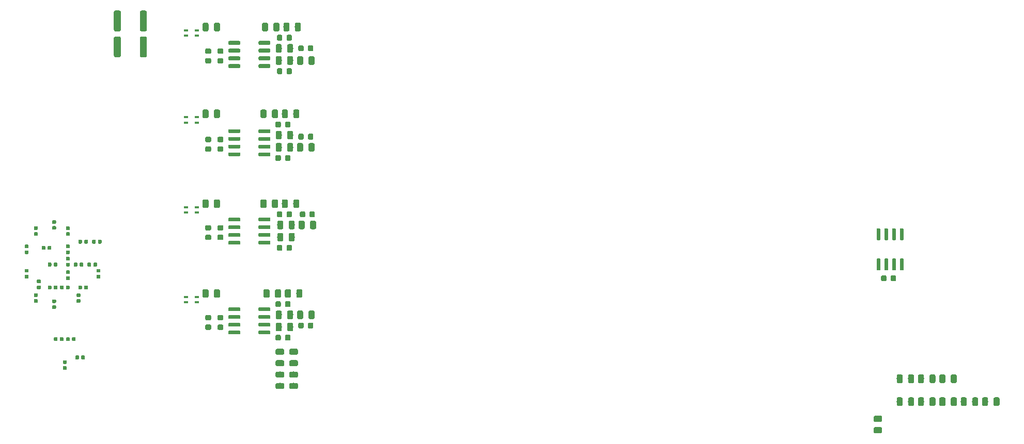
<source format=gbr>
G04 #@! TF.GenerationSoftware,KiCad,Pcbnew,5.1.4-e60b266~84~ubuntu18.04.1*
G04 #@! TF.CreationDate,2019-11-06T15:58:43-08:00*
G04 #@! TF.ProjectId,integrated,696e7465-6772-4617-9465-642e6b696361,rev?*
G04 #@! TF.SameCoordinates,Original*
G04 #@! TF.FileFunction,Paste,Bot*
G04 #@! TF.FilePolarity,Positive*
%FSLAX46Y46*%
G04 Gerber Fmt 4.6, Leading zero omitted, Abs format (unit mm)*
G04 Created by KiCad (PCBNEW 5.1.4-e60b266~84~ubuntu18.04.1) date 2019-11-06 15:58:43*
%MOMM*%
%LPD*%
G04 APERTURE LIST*
%ADD10C,0.100000*%
%ADD11C,0.590000*%
%ADD12C,0.875000*%
%ADD13C,0.975000*%
%ADD14R,0.750000X0.400000*%
%ADD15C,0.600000*%
%ADD16C,1.125000*%
G04 APERTURE END LIST*
D10*
G36*
X95396958Y-109430710D02*
G01*
X95411276Y-109432834D01*
X95425317Y-109436351D01*
X95438946Y-109441228D01*
X95452031Y-109447417D01*
X95464447Y-109454858D01*
X95476073Y-109463481D01*
X95486798Y-109473202D01*
X95496519Y-109483927D01*
X95505142Y-109495553D01*
X95512583Y-109507969D01*
X95518772Y-109521054D01*
X95523649Y-109534683D01*
X95527166Y-109548724D01*
X95529290Y-109563042D01*
X95530000Y-109577500D01*
X95530000Y-109922500D01*
X95529290Y-109936958D01*
X95527166Y-109951276D01*
X95523649Y-109965317D01*
X95518772Y-109978946D01*
X95512583Y-109992031D01*
X95505142Y-110004447D01*
X95496519Y-110016073D01*
X95486798Y-110026798D01*
X95476073Y-110036519D01*
X95464447Y-110045142D01*
X95452031Y-110052583D01*
X95438946Y-110058772D01*
X95425317Y-110063649D01*
X95411276Y-110067166D01*
X95396958Y-110069290D01*
X95382500Y-110070000D01*
X95087500Y-110070000D01*
X95073042Y-110069290D01*
X95058724Y-110067166D01*
X95044683Y-110063649D01*
X95031054Y-110058772D01*
X95017969Y-110052583D01*
X95005553Y-110045142D01*
X94993927Y-110036519D01*
X94983202Y-110026798D01*
X94973481Y-110016073D01*
X94964858Y-110004447D01*
X94957417Y-109992031D01*
X94951228Y-109978946D01*
X94946351Y-109965317D01*
X94942834Y-109951276D01*
X94940710Y-109936958D01*
X94940000Y-109922500D01*
X94940000Y-109577500D01*
X94940710Y-109563042D01*
X94942834Y-109548724D01*
X94946351Y-109534683D01*
X94951228Y-109521054D01*
X94957417Y-109507969D01*
X94964858Y-109495553D01*
X94973481Y-109483927D01*
X94983202Y-109473202D01*
X94993927Y-109463481D01*
X95005553Y-109454858D01*
X95017969Y-109447417D01*
X95031054Y-109441228D01*
X95044683Y-109436351D01*
X95058724Y-109432834D01*
X95073042Y-109430710D01*
X95087500Y-109430000D01*
X95382500Y-109430000D01*
X95396958Y-109430710D01*
X95396958Y-109430710D01*
G37*
D11*
X95235000Y-109750000D03*
D10*
G36*
X94426958Y-109430710D02*
G01*
X94441276Y-109432834D01*
X94455317Y-109436351D01*
X94468946Y-109441228D01*
X94482031Y-109447417D01*
X94494447Y-109454858D01*
X94506073Y-109463481D01*
X94516798Y-109473202D01*
X94526519Y-109483927D01*
X94535142Y-109495553D01*
X94542583Y-109507969D01*
X94548772Y-109521054D01*
X94553649Y-109534683D01*
X94557166Y-109548724D01*
X94559290Y-109563042D01*
X94560000Y-109577500D01*
X94560000Y-109922500D01*
X94559290Y-109936958D01*
X94557166Y-109951276D01*
X94553649Y-109965317D01*
X94548772Y-109978946D01*
X94542583Y-109992031D01*
X94535142Y-110004447D01*
X94526519Y-110016073D01*
X94516798Y-110026798D01*
X94506073Y-110036519D01*
X94494447Y-110045142D01*
X94482031Y-110052583D01*
X94468946Y-110058772D01*
X94455317Y-110063649D01*
X94441276Y-110067166D01*
X94426958Y-110069290D01*
X94412500Y-110070000D01*
X94117500Y-110070000D01*
X94103042Y-110069290D01*
X94088724Y-110067166D01*
X94074683Y-110063649D01*
X94061054Y-110058772D01*
X94047969Y-110052583D01*
X94035553Y-110045142D01*
X94023927Y-110036519D01*
X94013202Y-110026798D01*
X94003481Y-110016073D01*
X93994858Y-110004447D01*
X93987417Y-109992031D01*
X93981228Y-109978946D01*
X93976351Y-109965317D01*
X93972834Y-109951276D01*
X93970710Y-109936958D01*
X93970000Y-109922500D01*
X93970000Y-109577500D01*
X93970710Y-109563042D01*
X93972834Y-109548724D01*
X93976351Y-109534683D01*
X93981228Y-109521054D01*
X93987417Y-109507969D01*
X93994858Y-109495553D01*
X94003481Y-109483927D01*
X94013202Y-109473202D01*
X94023927Y-109463481D01*
X94035553Y-109454858D01*
X94047969Y-109447417D01*
X94061054Y-109441228D01*
X94074683Y-109436351D01*
X94088724Y-109432834D01*
X94103042Y-109430710D01*
X94117500Y-109430000D01*
X94412500Y-109430000D01*
X94426958Y-109430710D01*
X94426958Y-109430710D01*
G37*
D11*
X94265000Y-109750000D03*
D10*
G36*
X90186958Y-112235710D02*
G01*
X90201276Y-112237834D01*
X90215317Y-112241351D01*
X90228946Y-112246228D01*
X90242031Y-112252417D01*
X90254447Y-112259858D01*
X90266073Y-112268481D01*
X90276798Y-112278202D01*
X90286519Y-112288927D01*
X90295142Y-112300553D01*
X90302583Y-112312969D01*
X90308772Y-112326054D01*
X90313649Y-112339683D01*
X90317166Y-112353724D01*
X90319290Y-112368042D01*
X90320000Y-112382500D01*
X90320000Y-112677500D01*
X90319290Y-112691958D01*
X90317166Y-112706276D01*
X90313649Y-112720317D01*
X90308772Y-112733946D01*
X90302583Y-112747031D01*
X90295142Y-112759447D01*
X90286519Y-112771073D01*
X90276798Y-112781798D01*
X90266073Y-112791519D01*
X90254447Y-112800142D01*
X90242031Y-112807583D01*
X90228946Y-112813772D01*
X90215317Y-112818649D01*
X90201276Y-112822166D01*
X90186958Y-112824290D01*
X90172500Y-112825000D01*
X89827500Y-112825000D01*
X89813042Y-112824290D01*
X89798724Y-112822166D01*
X89784683Y-112818649D01*
X89771054Y-112813772D01*
X89757969Y-112807583D01*
X89745553Y-112800142D01*
X89733927Y-112791519D01*
X89723202Y-112781798D01*
X89713481Y-112771073D01*
X89704858Y-112759447D01*
X89697417Y-112747031D01*
X89691228Y-112733946D01*
X89686351Y-112720317D01*
X89682834Y-112706276D01*
X89680710Y-112691958D01*
X89680000Y-112677500D01*
X89680000Y-112382500D01*
X89680710Y-112368042D01*
X89682834Y-112353724D01*
X89686351Y-112339683D01*
X89691228Y-112326054D01*
X89697417Y-112312969D01*
X89704858Y-112300553D01*
X89713481Y-112288927D01*
X89723202Y-112278202D01*
X89733927Y-112268481D01*
X89745553Y-112259858D01*
X89757969Y-112252417D01*
X89771054Y-112246228D01*
X89784683Y-112241351D01*
X89798724Y-112237834D01*
X89813042Y-112235710D01*
X89827500Y-112235000D01*
X90172500Y-112235000D01*
X90186958Y-112235710D01*
X90186958Y-112235710D01*
G37*
D11*
X90000000Y-112530000D03*
D10*
G36*
X90186958Y-113205710D02*
G01*
X90201276Y-113207834D01*
X90215317Y-113211351D01*
X90228946Y-113216228D01*
X90242031Y-113222417D01*
X90254447Y-113229858D01*
X90266073Y-113238481D01*
X90276798Y-113248202D01*
X90286519Y-113258927D01*
X90295142Y-113270553D01*
X90302583Y-113282969D01*
X90308772Y-113296054D01*
X90313649Y-113309683D01*
X90317166Y-113323724D01*
X90319290Y-113338042D01*
X90320000Y-113352500D01*
X90320000Y-113647500D01*
X90319290Y-113661958D01*
X90317166Y-113676276D01*
X90313649Y-113690317D01*
X90308772Y-113703946D01*
X90302583Y-113717031D01*
X90295142Y-113729447D01*
X90286519Y-113741073D01*
X90276798Y-113751798D01*
X90266073Y-113761519D01*
X90254447Y-113770142D01*
X90242031Y-113777583D01*
X90228946Y-113783772D01*
X90215317Y-113788649D01*
X90201276Y-113792166D01*
X90186958Y-113794290D01*
X90172500Y-113795000D01*
X89827500Y-113795000D01*
X89813042Y-113794290D01*
X89798724Y-113792166D01*
X89784683Y-113788649D01*
X89771054Y-113783772D01*
X89757969Y-113777583D01*
X89745553Y-113770142D01*
X89733927Y-113761519D01*
X89723202Y-113751798D01*
X89713481Y-113741073D01*
X89704858Y-113729447D01*
X89697417Y-113717031D01*
X89691228Y-113703946D01*
X89686351Y-113690317D01*
X89682834Y-113676276D01*
X89680710Y-113661958D01*
X89680000Y-113647500D01*
X89680000Y-113352500D01*
X89680710Y-113338042D01*
X89682834Y-113323724D01*
X89686351Y-113309683D01*
X89691228Y-113296054D01*
X89697417Y-113282969D01*
X89704858Y-113270553D01*
X89713481Y-113258927D01*
X89723202Y-113248202D01*
X89733927Y-113238481D01*
X89745553Y-113229858D01*
X89757969Y-113222417D01*
X89771054Y-113216228D01*
X89784683Y-113211351D01*
X89798724Y-113207834D01*
X89813042Y-113205710D01*
X89827500Y-113205000D01*
X90172500Y-113205000D01*
X90186958Y-113205710D01*
X90186958Y-113205710D01*
G37*
D11*
X90000000Y-113500000D03*
D10*
G36*
X91426958Y-113180710D02*
G01*
X91441276Y-113182834D01*
X91455317Y-113186351D01*
X91468946Y-113191228D01*
X91482031Y-113197417D01*
X91494447Y-113204858D01*
X91506073Y-113213481D01*
X91516798Y-113223202D01*
X91526519Y-113233927D01*
X91535142Y-113245553D01*
X91542583Y-113257969D01*
X91548772Y-113271054D01*
X91553649Y-113284683D01*
X91557166Y-113298724D01*
X91559290Y-113313042D01*
X91560000Y-113327500D01*
X91560000Y-113672500D01*
X91559290Y-113686958D01*
X91557166Y-113701276D01*
X91553649Y-113715317D01*
X91548772Y-113728946D01*
X91542583Y-113742031D01*
X91535142Y-113754447D01*
X91526519Y-113766073D01*
X91516798Y-113776798D01*
X91506073Y-113786519D01*
X91494447Y-113795142D01*
X91482031Y-113802583D01*
X91468946Y-113808772D01*
X91455317Y-113813649D01*
X91441276Y-113817166D01*
X91426958Y-113819290D01*
X91412500Y-113820000D01*
X91117500Y-113820000D01*
X91103042Y-113819290D01*
X91088724Y-113817166D01*
X91074683Y-113813649D01*
X91061054Y-113808772D01*
X91047969Y-113802583D01*
X91035553Y-113795142D01*
X91023927Y-113786519D01*
X91013202Y-113776798D01*
X91003481Y-113766073D01*
X90994858Y-113754447D01*
X90987417Y-113742031D01*
X90981228Y-113728946D01*
X90976351Y-113715317D01*
X90972834Y-113701276D01*
X90970710Y-113686958D01*
X90970000Y-113672500D01*
X90970000Y-113327500D01*
X90970710Y-113313042D01*
X90972834Y-113298724D01*
X90976351Y-113284683D01*
X90981228Y-113271054D01*
X90987417Y-113257969D01*
X90994858Y-113245553D01*
X91003481Y-113233927D01*
X91013202Y-113223202D01*
X91023927Y-113213481D01*
X91035553Y-113204858D01*
X91047969Y-113197417D01*
X91061054Y-113191228D01*
X91074683Y-113186351D01*
X91088724Y-113182834D01*
X91103042Y-113180710D01*
X91117500Y-113180000D01*
X91412500Y-113180000D01*
X91426958Y-113180710D01*
X91426958Y-113180710D01*
G37*
D11*
X91265000Y-113500000D03*
D10*
G36*
X92396958Y-113180710D02*
G01*
X92411276Y-113182834D01*
X92425317Y-113186351D01*
X92438946Y-113191228D01*
X92452031Y-113197417D01*
X92464447Y-113204858D01*
X92476073Y-113213481D01*
X92486798Y-113223202D01*
X92496519Y-113233927D01*
X92505142Y-113245553D01*
X92512583Y-113257969D01*
X92518772Y-113271054D01*
X92523649Y-113284683D01*
X92527166Y-113298724D01*
X92529290Y-113313042D01*
X92530000Y-113327500D01*
X92530000Y-113672500D01*
X92529290Y-113686958D01*
X92527166Y-113701276D01*
X92523649Y-113715317D01*
X92518772Y-113728946D01*
X92512583Y-113742031D01*
X92505142Y-113754447D01*
X92496519Y-113766073D01*
X92486798Y-113776798D01*
X92476073Y-113786519D01*
X92464447Y-113795142D01*
X92452031Y-113802583D01*
X92438946Y-113808772D01*
X92425317Y-113813649D01*
X92411276Y-113817166D01*
X92396958Y-113819290D01*
X92382500Y-113820000D01*
X92087500Y-113820000D01*
X92073042Y-113819290D01*
X92058724Y-113817166D01*
X92044683Y-113813649D01*
X92031054Y-113808772D01*
X92017969Y-113802583D01*
X92005553Y-113795142D01*
X91993927Y-113786519D01*
X91983202Y-113776798D01*
X91973481Y-113766073D01*
X91964858Y-113754447D01*
X91957417Y-113742031D01*
X91951228Y-113728946D01*
X91946351Y-113715317D01*
X91942834Y-113701276D01*
X91940710Y-113686958D01*
X91940000Y-113672500D01*
X91940000Y-113327500D01*
X91940710Y-113313042D01*
X91942834Y-113298724D01*
X91946351Y-113284683D01*
X91951228Y-113271054D01*
X91957417Y-113257969D01*
X91964858Y-113245553D01*
X91973481Y-113233927D01*
X91983202Y-113223202D01*
X91993927Y-113213481D01*
X92005553Y-113204858D01*
X92017969Y-113197417D01*
X92031054Y-113191228D01*
X92044683Y-113186351D01*
X92058724Y-113182834D01*
X92073042Y-113180710D01*
X92087500Y-113180000D01*
X92382500Y-113180000D01*
X92396958Y-113180710D01*
X92396958Y-113180710D01*
G37*
D11*
X92235000Y-113500000D03*
D10*
G36*
X93146958Y-116930710D02*
G01*
X93161276Y-116932834D01*
X93175317Y-116936351D01*
X93188946Y-116941228D01*
X93202031Y-116947417D01*
X93214447Y-116954858D01*
X93226073Y-116963481D01*
X93236798Y-116973202D01*
X93246519Y-116983927D01*
X93255142Y-116995553D01*
X93262583Y-117007969D01*
X93268772Y-117021054D01*
X93273649Y-117034683D01*
X93277166Y-117048724D01*
X93279290Y-117063042D01*
X93280000Y-117077500D01*
X93280000Y-117422500D01*
X93279290Y-117436958D01*
X93277166Y-117451276D01*
X93273649Y-117465317D01*
X93268772Y-117478946D01*
X93262583Y-117492031D01*
X93255142Y-117504447D01*
X93246519Y-117516073D01*
X93236798Y-117526798D01*
X93226073Y-117536519D01*
X93214447Y-117545142D01*
X93202031Y-117552583D01*
X93188946Y-117558772D01*
X93175317Y-117563649D01*
X93161276Y-117567166D01*
X93146958Y-117569290D01*
X93132500Y-117570000D01*
X92837500Y-117570000D01*
X92823042Y-117569290D01*
X92808724Y-117567166D01*
X92794683Y-117563649D01*
X92781054Y-117558772D01*
X92767969Y-117552583D01*
X92755553Y-117545142D01*
X92743927Y-117536519D01*
X92733202Y-117526798D01*
X92723481Y-117516073D01*
X92714858Y-117504447D01*
X92707417Y-117492031D01*
X92701228Y-117478946D01*
X92696351Y-117465317D01*
X92692834Y-117451276D01*
X92690710Y-117436958D01*
X92690000Y-117422500D01*
X92690000Y-117077500D01*
X92690710Y-117063042D01*
X92692834Y-117048724D01*
X92696351Y-117034683D01*
X92701228Y-117021054D01*
X92707417Y-117007969D01*
X92714858Y-116995553D01*
X92723481Y-116983927D01*
X92733202Y-116973202D01*
X92743927Y-116963481D01*
X92755553Y-116954858D01*
X92767969Y-116947417D01*
X92781054Y-116941228D01*
X92794683Y-116936351D01*
X92808724Y-116932834D01*
X92823042Y-116930710D01*
X92837500Y-116930000D01*
X93132500Y-116930000D01*
X93146958Y-116930710D01*
X93146958Y-116930710D01*
G37*
D11*
X92985000Y-117250000D03*
D10*
G36*
X92176958Y-116930710D02*
G01*
X92191276Y-116932834D01*
X92205317Y-116936351D01*
X92218946Y-116941228D01*
X92232031Y-116947417D01*
X92244447Y-116954858D01*
X92256073Y-116963481D01*
X92266798Y-116973202D01*
X92276519Y-116983927D01*
X92285142Y-116995553D01*
X92292583Y-117007969D01*
X92298772Y-117021054D01*
X92303649Y-117034683D01*
X92307166Y-117048724D01*
X92309290Y-117063042D01*
X92310000Y-117077500D01*
X92310000Y-117422500D01*
X92309290Y-117436958D01*
X92307166Y-117451276D01*
X92303649Y-117465317D01*
X92298772Y-117478946D01*
X92292583Y-117492031D01*
X92285142Y-117504447D01*
X92276519Y-117516073D01*
X92266798Y-117526798D01*
X92256073Y-117536519D01*
X92244447Y-117545142D01*
X92232031Y-117552583D01*
X92218946Y-117558772D01*
X92205317Y-117563649D01*
X92191276Y-117567166D01*
X92176958Y-117569290D01*
X92162500Y-117570000D01*
X91867500Y-117570000D01*
X91853042Y-117569290D01*
X91838724Y-117567166D01*
X91824683Y-117563649D01*
X91811054Y-117558772D01*
X91797969Y-117552583D01*
X91785553Y-117545142D01*
X91773927Y-117536519D01*
X91763202Y-117526798D01*
X91753481Y-117516073D01*
X91744858Y-117504447D01*
X91737417Y-117492031D01*
X91731228Y-117478946D01*
X91726351Y-117465317D01*
X91722834Y-117451276D01*
X91720710Y-117436958D01*
X91720000Y-117422500D01*
X91720000Y-117077500D01*
X91720710Y-117063042D01*
X91722834Y-117048724D01*
X91726351Y-117034683D01*
X91731228Y-117021054D01*
X91737417Y-117007969D01*
X91744858Y-116995553D01*
X91753481Y-116983927D01*
X91763202Y-116973202D01*
X91773927Y-116963481D01*
X91785553Y-116954858D01*
X91797969Y-116947417D01*
X91811054Y-116941228D01*
X91824683Y-116936351D01*
X91838724Y-116932834D01*
X91853042Y-116930710D01*
X91867500Y-116930000D01*
X92162500Y-116930000D01*
X92176958Y-116930710D01*
X92176958Y-116930710D01*
G37*
D11*
X92015000Y-117250000D03*
D10*
G36*
X225527691Y-115276053D02*
G01*
X225548926Y-115279203D01*
X225569750Y-115284419D01*
X225589962Y-115291651D01*
X225609368Y-115300830D01*
X225627781Y-115311866D01*
X225645024Y-115324654D01*
X225660930Y-115339070D01*
X225675346Y-115354976D01*
X225688134Y-115372219D01*
X225699170Y-115390632D01*
X225708349Y-115410038D01*
X225715581Y-115430250D01*
X225720797Y-115451074D01*
X225723947Y-115472309D01*
X225725000Y-115493750D01*
X225725000Y-116006250D01*
X225723947Y-116027691D01*
X225720797Y-116048926D01*
X225715581Y-116069750D01*
X225708349Y-116089962D01*
X225699170Y-116109368D01*
X225688134Y-116127781D01*
X225675346Y-116145024D01*
X225660930Y-116160930D01*
X225645024Y-116175346D01*
X225627781Y-116188134D01*
X225609368Y-116199170D01*
X225589962Y-116208349D01*
X225569750Y-116215581D01*
X225548926Y-116220797D01*
X225527691Y-116223947D01*
X225506250Y-116225000D01*
X225068750Y-116225000D01*
X225047309Y-116223947D01*
X225026074Y-116220797D01*
X225005250Y-116215581D01*
X224985038Y-116208349D01*
X224965632Y-116199170D01*
X224947219Y-116188134D01*
X224929976Y-116175346D01*
X224914070Y-116160930D01*
X224899654Y-116145024D01*
X224886866Y-116127781D01*
X224875830Y-116109368D01*
X224866651Y-116089962D01*
X224859419Y-116069750D01*
X224854203Y-116048926D01*
X224851053Y-116027691D01*
X224850000Y-116006250D01*
X224850000Y-115493750D01*
X224851053Y-115472309D01*
X224854203Y-115451074D01*
X224859419Y-115430250D01*
X224866651Y-115410038D01*
X224875830Y-115390632D01*
X224886866Y-115372219D01*
X224899654Y-115354976D01*
X224914070Y-115339070D01*
X224929976Y-115324654D01*
X224947219Y-115311866D01*
X224965632Y-115300830D01*
X224985038Y-115291651D01*
X225005250Y-115284419D01*
X225026074Y-115279203D01*
X225047309Y-115276053D01*
X225068750Y-115275000D01*
X225506250Y-115275000D01*
X225527691Y-115276053D01*
X225527691Y-115276053D01*
G37*
D12*
X225287500Y-115750000D03*
D10*
G36*
X223952691Y-115276053D02*
G01*
X223973926Y-115279203D01*
X223994750Y-115284419D01*
X224014962Y-115291651D01*
X224034368Y-115300830D01*
X224052781Y-115311866D01*
X224070024Y-115324654D01*
X224085930Y-115339070D01*
X224100346Y-115354976D01*
X224113134Y-115372219D01*
X224124170Y-115390632D01*
X224133349Y-115410038D01*
X224140581Y-115430250D01*
X224145797Y-115451074D01*
X224148947Y-115472309D01*
X224150000Y-115493750D01*
X224150000Y-116006250D01*
X224148947Y-116027691D01*
X224145797Y-116048926D01*
X224140581Y-116069750D01*
X224133349Y-116089962D01*
X224124170Y-116109368D01*
X224113134Y-116127781D01*
X224100346Y-116145024D01*
X224085930Y-116160930D01*
X224070024Y-116175346D01*
X224052781Y-116188134D01*
X224034368Y-116199170D01*
X224014962Y-116208349D01*
X223994750Y-116215581D01*
X223973926Y-116220797D01*
X223952691Y-116223947D01*
X223931250Y-116225000D01*
X223493750Y-116225000D01*
X223472309Y-116223947D01*
X223451074Y-116220797D01*
X223430250Y-116215581D01*
X223410038Y-116208349D01*
X223390632Y-116199170D01*
X223372219Y-116188134D01*
X223354976Y-116175346D01*
X223339070Y-116160930D01*
X223324654Y-116145024D01*
X223311866Y-116127781D01*
X223300830Y-116109368D01*
X223291651Y-116089962D01*
X223284419Y-116069750D01*
X223279203Y-116048926D01*
X223276053Y-116027691D01*
X223275000Y-116006250D01*
X223275000Y-115493750D01*
X223276053Y-115472309D01*
X223279203Y-115451074D01*
X223284419Y-115430250D01*
X223291651Y-115410038D01*
X223300830Y-115390632D01*
X223311866Y-115372219D01*
X223324654Y-115354976D01*
X223339070Y-115339070D01*
X223354976Y-115324654D01*
X223372219Y-115311866D01*
X223390632Y-115300830D01*
X223410038Y-115291651D01*
X223430250Y-115284419D01*
X223451074Y-115279203D01*
X223472309Y-115276053D01*
X223493750Y-115275000D01*
X223931250Y-115275000D01*
X223952691Y-115276053D01*
X223952691Y-115276053D01*
G37*
D12*
X223712500Y-115750000D03*
D10*
G36*
X226580142Y-135301174D02*
G01*
X226603803Y-135304684D01*
X226627007Y-135310496D01*
X226649529Y-135318554D01*
X226671153Y-135328782D01*
X226691670Y-135341079D01*
X226710883Y-135355329D01*
X226728607Y-135371393D01*
X226744671Y-135389117D01*
X226758921Y-135408330D01*
X226771218Y-135428847D01*
X226781446Y-135450471D01*
X226789504Y-135472993D01*
X226795316Y-135496197D01*
X226798826Y-135519858D01*
X226800000Y-135543750D01*
X226800000Y-136456250D01*
X226798826Y-136480142D01*
X226795316Y-136503803D01*
X226789504Y-136527007D01*
X226781446Y-136549529D01*
X226771218Y-136571153D01*
X226758921Y-136591670D01*
X226744671Y-136610883D01*
X226728607Y-136628607D01*
X226710883Y-136644671D01*
X226691670Y-136658921D01*
X226671153Y-136671218D01*
X226649529Y-136681446D01*
X226627007Y-136689504D01*
X226603803Y-136695316D01*
X226580142Y-136698826D01*
X226556250Y-136700000D01*
X226068750Y-136700000D01*
X226044858Y-136698826D01*
X226021197Y-136695316D01*
X225997993Y-136689504D01*
X225975471Y-136681446D01*
X225953847Y-136671218D01*
X225933330Y-136658921D01*
X225914117Y-136644671D01*
X225896393Y-136628607D01*
X225880329Y-136610883D01*
X225866079Y-136591670D01*
X225853782Y-136571153D01*
X225843554Y-136549529D01*
X225835496Y-136527007D01*
X225829684Y-136503803D01*
X225826174Y-136480142D01*
X225825000Y-136456250D01*
X225825000Y-135543750D01*
X225826174Y-135519858D01*
X225829684Y-135496197D01*
X225835496Y-135472993D01*
X225843554Y-135450471D01*
X225853782Y-135428847D01*
X225866079Y-135408330D01*
X225880329Y-135389117D01*
X225896393Y-135371393D01*
X225914117Y-135355329D01*
X225933330Y-135341079D01*
X225953847Y-135328782D01*
X225975471Y-135318554D01*
X225997993Y-135310496D01*
X226021197Y-135304684D01*
X226044858Y-135301174D01*
X226068750Y-135300000D01*
X226556250Y-135300000D01*
X226580142Y-135301174D01*
X226580142Y-135301174D01*
G37*
D13*
X226312500Y-136000000D03*
D10*
G36*
X228455142Y-135301174D02*
G01*
X228478803Y-135304684D01*
X228502007Y-135310496D01*
X228524529Y-135318554D01*
X228546153Y-135328782D01*
X228566670Y-135341079D01*
X228585883Y-135355329D01*
X228603607Y-135371393D01*
X228619671Y-135389117D01*
X228633921Y-135408330D01*
X228646218Y-135428847D01*
X228656446Y-135450471D01*
X228664504Y-135472993D01*
X228670316Y-135496197D01*
X228673826Y-135519858D01*
X228675000Y-135543750D01*
X228675000Y-136456250D01*
X228673826Y-136480142D01*
X228670316Y-136503803D01*
X228664504Y-136527007D01*
X228656446Y-136549529D01*
X228646218Y-136571153D01*
X228633921Y-136591670D01*
X228619671Y-136610883D01*
X228603607Y-136628607D01*
X228585883Y-136644671D01*
X228566670Y-136658921D01*
X228546153Y-136671218D01*
X228524529Y-136681446D01*
X228502007Y-136689504D01*
X228478803Y-136695316D01*
X228455142Y-136698826D01*
X228431250Y-136700000D01*
X227943750Y-136700000D01*
X227919858Y-136698826D01*
X227896197Y-136695316D01*
X227872993Y-136689504D01*
X227850471Y-136681446D01*
X227828847Y-136671218D01*
X227808330Y-136658921D01*
X227789117Y-136644671D01*
X227771393Y-136628607D01*
X227755329Y-136610883D01*
X227741079Y-136591670D01*
X227728782Y-136571153D01*
X227718554Y-136549529D01*
X227710496Y-136527007D01*
X227704684Y-136503803D01*
X227701174Y-136480142D01*
X227700000Y-136456250D01*
X227700000Y-135543750D01*
X227701174Y-135519858D01*
X227704684Y-135496197D01*
X227710496Y-135472993D01*
X227718554Y-135450471D01*
X227728782Y-135428847D01*
X227741079Y-135408330D01*
X227755329Y-135389117D01*
X227771393Y-135371393D01*
X227789117Y-135355329D01*
X227808330Y-135341079D01*
X227828847Y-135328782D01*
X227850471Y-135318554D01*
X227872993Y-135310496D01*
X227896197Y-135304684D01*
X227919858Y-135301174D01*
X227943750Y-135300000D01*
X228431250Y-135300000D01*
X228455142Y-135301174D01*
X228455142Y-135301174D01*
G37*
D13*
X228187500Y-136000000D03*
D10*
G36*
X114705142Y-102801174D02*
G01*
X114728803Y-102804684D01*
X114752007Y-102810496D01*
X114774529Y-102818554D01*
X114796153Y-102828782D01*
X114816670Y-102841079D01*
X114835883Y-102855329D01*
X114853607Y-102871393D01*
X114869671Y-102889117D01*
X114883921Y-102908330D01*
X114896218Y-102928847D01*
X114906446Y-102950471D01*
X114914504Y-102972993D01*
X114920316Y-102996197D01*
X114923826Y-103019858D01*
X114925000Y-103043750D01*
X114925000Y-103956250D01*
X114923826Y-103980142D01*
X114920316Y-104003803D01*
X114914504Y-104027007D01*
X114906446Y-104049529D01*
X114896218Y-104071153D01*
X114883921Y-104091670D01*
X114869671Y-104110883D01*
X114853607Y-104128607D01*
X114835883Y-104144671D01*
X114816670Y-104158921D01*
X114796153Y-104171218D01*
X114774529Y-104181446D01*
X114752007Y-104189504D01*
X114728803Y-104195316D01*
X114705142Y-104198826D01*
X114681250Y-104200000D01*
X114193750Y-104200000D01*
X114169858Y-104198826D01*
X114146197Y-104195316D01*
X114122993Y-104189504D01*
X114100471Y-104181446D01*
X114078847Y-104171218D01*
X114058330Y-104158921D01*
X114039117Y-104144671D01*
X114021393Y-104128607D01*
X114005329Y-104110883D01*
X113991079Y-104091670D01*
X113978782Y-104071153D01*
X113968554Y-104049529D01*
X113960496Y-104027007D01*
X113954684Y-104003803D01*
X113951174Y-103980142D01*
X113950000Y-103956250D01*
X113950000Y-103043750D01*
X113951174Y-103019858D01*
X113954684Y-102996197D01*
X113960496Y-102972993D01*
X113968554Y-102950471D01*
X113978782Y-102928847D01*
X113991079Y-102908330D01*
X114005329Y-102889117D01*
X114021393Y-102871393D01*
X114039117Y-102855329D01*
X114058330Y-102841079D01*
X114078847Y-102828782D01*
X114100471Y-102818554D01*
X114122993Y-102810496D01*
X114146197Y-102804684D01*
X114169858Y-102801174D01*
X114193750Y-102800000D01*
X114681250Y-102800000D01*
X114705142Y-102801174D01*
X114705142Y-102801174D01*
G37*
D13*
X114437500Y-103500000D03*
D10*
G36*
X112830142Y-102801174D02*
G01*
X112853803Y-102804684D01*
X112877007Y-102810496D01*
X112899529Y-102818554D01*
X112921153Y-102828782D01*
X112941670Y-102841079D01*
X112960883Y-102855329D01*
X112978607Y-102871393D01*
X112994671Y-102889117D01*
X113008921Y-102908330D01*
X113021218Y-102928847D01*
X113031446Y-102950471D01*
X113039504Y-102972993D01*
X113045316Y-102996197D01*
X113048826Y-103019858D01*
X113050000Y-103043750D01*
X113050000Y-103956250D01*
X113048826Y-103980142D01*
X113045316Y-104003803D01*
X113039504Y-104027007D01*
X113031446Y-104049529D01*
X113021218Y-104071153D01*
X113008921Y-104091670D01*
X112994671Y-104110883D01*
X112978607Y-104128607D01*
X112960883Y-104144671D01*
X112941670Y-104158921D01*
X112921153Y-104171218D01*
X112899529Y-104181446D01*
X112877007Y-104189504D01*
X112853803Y-104195316D01*
X112830142Y-104198826D01*
X112806250Y-104200000D01*
X112318750Y-104200000D01*
X112294858Y-104198826D01*
X112271197Y-104195316D01*
X112247993Y-104189504D01*
X112225471Y-104181446D01*
X112203847Y-104171218D01*
X112183330Y-104158921D01*
X112164117Y-104144671D01*
X112146393Y-104128607D01*
X112130329Y-104110883D01*
X112116079Y-104091670D01*
X112103782Y-104071153D01*
X112093554Y-104049529D01*
X112085496Y-104027007D01*
X112079684Y-104003803D01*
X112076174Y-103980142D01*
X112075000Y-103956250D01*
X112075000Y-103043750D01*
X112076174Y-103019858D01*
X112079684Y-102996197D01*
X112085496Y-102972993D01*
X112093554Y-102950471D01*
X112103782Y-102928847D01*
X112116079Y-102908330D01*
X112130329Y-102889117D01*
X112146393Y-102871393D01*
X112164117Y-102855329D01*
X112183330Y-102841079D01*
X112203847Y-102828782D01*
X112225471Y-102818554D01*
X112247993Y-102810496D01*
X112271197Y-102804684D01*
X112294858Y-102801174D01*
X112318750Y-102800000D01*
X112806250Y-102800000D01*
X112830142Y-102801174D01*
X112830142Y-102801174D01*
G37*
D13*
X112562500Y-103500000D03*
D10*
G36*
X126527691Y-110276053D02*
G01*
X126548926Y-110279203D01*
X126569750Y-110284419D01*
X126589962Y-110291651D01*
X126609368Y-110300830D01*
X126627781Y-110311866D01*
X126645024Y-110324654D01*
X126660930Y-110339070D01*
X126675346Y-110354976D01*
X126688134Y-110372219D01*
X126699170Y-110390632D01*
X126708349Y-110410038D01*
X126715581Y-110430250D01*
X126720797Y-110451074D01*
X126723947Y-110472309D01*
X126725000Y-110493750D01*
X126725000Y-111006250D01*
X126723947Y-111027691D01*
X126720797Y-111048926D01*
X126715581Y-111069750D01*
X126708349Y-111089962D01*
X126699170Y-111109368D01*
X126688134Y-111127781D01*
X126675346Y-111145024D01*
X126660930Y-111160930D01*
X126645024Y-111175346D01*
X126627781Y-111188134D01*
X126609368Y-111199170D01*
X126589962Y-111208349D01*
X126569750Y-111215581D01*
X126548926Y-111220797D01*
X126527691Y-111223947D01*
X126506250Y-111225000D01*
X126068750Y-111225000D01*
X126047309Y-111223947D01*
X126026074Y-111220797D01*
X126005250Y-111215581D01*
X125985038Y-111208349D01*
X125965632Y-111199170D01*
X125947219Y-111188134D01*
X125929976Y-111175346D01*
X125914070Y-111160930D01*
X125899654Y-111145024D01*
X125886866Y-111127781D01*
X125875830Y-111109368D01*
X125866651Y-111089962D01*
X125859419Y-111069750D01*
X125854203Y-111048926D01*
X125851053Y-111027691D01*
X125850000Y-111006250D01*
X125850000Y-110493750D01*
X125851053Y-110472309D01*
X125854203Y-110451074D01*
X125859419Y-110430250D01*
X125866651Y-110410038D01*
X125875830Y-110390632D01*
X125886866Y-110372219D01*
X125899654Y-110354976D01*
X125914070Y-110339070D01*
X125929976Y-110324654D01*
X125947219Y-110311866D01*
X125965632Y-110300830D01*
X125985038Y-110291651D01*
X126005250Y-110284419D01*
X126026074Y-110279203D01*
X126047309Y-110276053D01*
X126068750Y-110275000D01*
X126506250Y-110275000D01*
X126527691Y-110276053D01*
X126527691Y-110276053D01*
G37*
D12*
X126287500Y-110750000D03*
D10*
G36*
X124952691Y-110276053D02*
G01*
X124973926Y-110279203D01*
X124994750Y-110284419D01*
X125014962Y-110291651D01*
X125034368Y-110300830D01*
X125052781Y-110311866D01*
X125070024Y-110324654D01*
X125085930Y-110339070D01*
X125100346Y-110354976D01*
X125113134Y-110372219D01*
X125124170Y-110390632D01*
X125133349Y-110410038D01*
X125140581Y-110430250D01*
X125145797Y-110451074D01*
X125148947Y-110472309D01*
X125150000Y-110493750D01*
X125150000Y-111006250D01*
X125148947Y-111027691D01*
X125145797Y-111048926D01*
X125140581Y-111069750D01*
X125133349Y-111089962D01*
X125124170Y-111109368D01*
X125113134Y-111127781D01*
X125100346Y-111145024D01*
X125085930Y-111160930D01*
X125070024Y-111175346D01*
X125052781Y-111188134D01*
X125034368Y-111199170D01*
X125014962Y-111208349D01*
X124994750Y-111215581D01*
X124973926Y-111220797D01*
X124952691Y-111223947D01*
X124931250Y-111225000D01*
X124493750Y-111225000D01*
X124472309Y-111223947D01*
X124451074Y-111220797D01*
X124430250Y-111215581D01*
X124410038Y-111208349D01*
X124390632Y-111199170D01*
X124372219Y-111188134D01*
X124354976Y-111175346D01*
X124339070Y-111160930D01*
X124324654Y-111145024D01*
X124311866Y-111127781D01*
X124300830Y-111109368D01*
X124291651Y-111089962D01*
X124284419Y-111069750D01*
X124279203Y-111048926D01*
X124276053Y-111027691D01*
X124275000Y-111006250D01*
X124275000Y-110493750D01*
X124276053Y-110472309D01*
X124279203Y-110451074D01*
X124284419Y-110430250D01*
X124291651Y-110410038D01*
X124300830Y-110390632D01*
X124311866Y-110372219D01*
X124324654Y-110354976D01*
X124339070Y-110339070D01*
X124354976Y-110324654D01*
X124372219Y-110311866D01*
X124390632Y-110300830D01*
X124410038Y-110291651D01*
X124430250Y-110284419D01*
X124451074Y-110279203D01*
X124472309Y-110276053D01*
X124493750Y-110275000D01*
X124931250Y-110275000D01*
X124952691Y-110276053D01*
X124952691Y-110276053D01*
G37*
D12*
X124712500Y-110750000D03*
D10*
G36*
X115277691Y-121776053D02*
G01*
X115298926Y-121779203D01*
X115319750Y-121784419D01*
X115339962Y-121791651D01*
X115359368Y-121800830D01*
X115377781Y-121811866D01*
X115395024Y-121824654D01*
X115410930Y-121839070D01*
X115425346Y-121854976D01*
X115438134Y-121872219D01*
X115449170Y-121890632D01*
X115458349Y-121910038D01*
X115465581Y-121930250D01*
X115470797Y-121951074D01*
X115473947Y-121972309D01*
X115475000Y-121993750D01*
X115475000Y-122431250D01*
X115473947Y-122452691D01*
X115470797Y-122473926D01*
X115465581Y-122494750D01*
X115458349Y-122514962D01*
X115449170Y-122534368D01*
X115438134Y-122552781D01*
X115425346Y-122570024D01*
X115410930Y-122585930D01*
X115395024Y-122600346D01*
X115377781Y-122613134D01*
X115359368Y-122624170D01*
X115339962Y-122633349D01*
X115319750Y-122640581D01*
X115298926Y-122645797D01*
X115277691Y-122648947D01*
X115256250Y-122650000D01*
X114743750Y-122650000D01*
X114722309Y-122648947D01*
X114701074Y-122645797D01*
X114680250Y-122640581D01*
X114660038Y-122633349D01*
X114640632Y-122624170D01*
X114622219Y-122613134D01*
X114604976Y-122600346D01*
X114589070Y-122585930D01*
X114574654Y-122570024D01*
X114561866Y-122552781D01*
X114550830Y-122534368D01*
X114541651Y-122514962D01*
X114534419Y-122494750D01*
X114529203Y-122473926D01*
X114526053Y-122452691D01*
X114525000Y-122431250D01*
X114525000Y-121993750D01*
X114526053Y-121972309D01*
X114529203Y-121951074D01*
X114534419Y-121930250D01*
X114541651Y-121910038D01*
X114550830Y-121890632D01*
X114561866Y-121872219D01*
X114574654Y-121854976D01*
X114589070Y-121839070D01*
X114604976Y-121824654D01*
X114622219Y-121811866D01*
X114640632Y-121800830D01*
X114660038Y-121791651D01*
X114680250Y-121784419D01*
X114701074Y-121779203D01*
X114722309Y-121776053D01*
X114743750Y-121775000D01*
X115256250Y-121775000D01*
X115277691Y-121776053D01*
X115277691Y-121776053D01*
G37*
D12*
X115000000Y-122212500D03*
D10*
G36*
X115277691Y-123351053D02*
G01*
X115298926Y-123354203D01*
X115319750Y-123359419D01*
X115339962Y-123366651D01*
X115359368Y-123375830D01*
X115377781Y-123386866D01*
X115395024Y-123399654D01*
X115410930Y-123414070D01*
X115425346Y-123429976D01*
X115438134Y-123447219D01*
X115449170Y-123465632D01*
X115458349Y-123485038D01*
X115465581Y-123505250D01*
X115470797Y-123526074D01*
X115473947Y-123547309D01*
X115475000Y-123568750D01*
X115475000Y-124006250D01*
X115473947Y-124027691D01*
X115470797Y-124048926D01*
X115465581Y-124069750D01*
X115458349Y-124089962D01*
X115449170Y-124109368D01*
X115438134Y-124127781D01*
X115425346Y-124145024D01*
X115410930Y-124160930D01*
X115395024Y-124175346D01*
X115377781Y-124188134D01*
X115359368Y-124199170D01*
X115339962Y-124208349D01*
X115319750Y-124215581D01*
X115298926Y-124220797D01*
X115277691Y-124223947D01*
X115256250Y-124225000D01*
X114743750Y-124225000D01*
X114722309Y-124223947D01*
X114701074Y-124220797D01*
X114680250Y-124215581D01*
X114660038Y-124208349D01*
X114640632Y-124199170D01*
X114622219Y-124188134D01*
X114604976Y-124175346D01*
X114589070Y-124160930D01*
X114574654Y-124145024D01*
X114561866Y-124127781D01*
X114550830Y-124109368D01*
X114541651Y-124089962D01*
X114534419Y-124069750D01*
X114529203Y-124048926D01*
X114526053Y-124027691D01*
X114525000Y-124006250D01*
X114525000Y-123568750D01*
X114526053Y-123547309D01*
X114529203Y-123526074D01*
X114534419Y-123505250D01*
X114541651Y-123485038D01*
X114550830Y-123465632D01*
X114561866Y-123447219D01*
X114574654Y-123429976D01*
X114589070Y-123414070D01*
X114604976Y-123399654D01*
X114622219Y-123386866D01*
X114640632Y-123375830D01*
X114660038Y-123366651D01*
X114680250Y-123359419D01*
X114701074Y-123354203D01*
X114722309Y-123351053D01*
X114743750Y-123350000D01*
X115256250Y-123350000D01*
X115277691Y-123351053D01*
X115277691Y-123351053D01*
G37*
D12*
X115000000Y-123787500D03*
D10*
G36*
X124702691Y-119526053D02*
G01*
X124723926Y-119529203D01*
X124744750Y-119534419D01*
X124764962Y-119541651D01*
X124784368Y-119550830D01*
X124802781Y-119561866D01*
X124820024Y-119574654D01*
X124835930Y-119589070D01*
X124850346Y-119604976D01*
X124863134Y-119622219D01*
X124874170Y-119640632D01*
X124883349Y-119660038D01*
X124890581Y-119680250D01*
X124895797Y-119701074D01*
X124898947Y-119722309D01*
X124900000Y-119743750D01*
X124900000Y-120256250D01*
X124898947Y-120277691D01*
X124895797Y-120298926D01*
X124890581Y-120319750D01*
X124883349Y-120339962D01*
X124874170Y-120359368D01*
X124863134Y-120377781D01*
X124850346Y-120395024D01*
X124835930Y-120410930D01*
X124820024Y-120425346D01*
X124802781Y-120438134D01*
X124784368Y-120449170D01*
X124764962Y-120458349D01*
X124744750Y-120465581D01*
X124723926Y-120470797D01*
X124702691Y-120473947D01*
X124681250Y-120475000D01*
X124243750Y-120475000D01*
X124222309Y-120473947D01*
X124201074Y-120470797D01*
X124180250Y-120465581D01*
X124160038Y-120458349D01*
X124140632Y-120449170D01*
X124122219Y-120438134D01*
X124104976Y-120425346D01*
X124089070Y-120410930D01*
X124074654Y-120395024D01*
X124061866Y-120377781D01*
X124050830Y-120359368D01*
X124041651Y-120339962D01*
X124034419Y-120319750D01*
X124029203Y-120298926D01*
X124026053Y-120277691D01*
X124025000Y-120256250D01*
X124025000Y-119743750D01*
X124026053Y-119722309D01*
X124029203Y-119701074D01*
X124034419Y-119680250D01*
X124041651Y-119660038D01*
X124050830Y-119640632D01*
X124061866Y-119622219D01*
X124074654Y-119604976D01*
X124089070Y-119589070D01*
X124104976Y-119574654D01*
X124122219Y-119561866D01*
X124140632Y-119550830D01*
X124160038Y-119541651D01*
X124180250Y-119534419D01*
X124201074Y-119529203D01*
X124222309Y-119526053D01*
X124243750Y-119525000D01*
X124681250Y-119525000D01*
X124702691Y-119526053D01*
X124702691Y-119526053D01*
G37*
D12*
X124462500Y-120000000D03*
D10*
G36*
X126277691Y-119526053D02*
G01*
X126298926Y-119529203D01*
X126319750Y-119534419D01*
X126339962Y-119541651D01*
X126359368Y-119550830D01*
X126377781Y-119561866D01*
X126395024Y-119574654D01*
X126410930Y-119589070D01*
X126425346Y-119604976D01*
X126438134Y-119622219D01*
X126449170Y-119640632D01*
X126458349Y-119660038D01*
X126465581Y-119680250D01*
X126470797Y-119701074D01*
X126473947Y-119722309D01*
X126475000Y-119743750D01*
X126475000Y-120256250D01*
X126473947Y-120277691D01*
X126470797Y-120298926D01*
X126465581Y-120319750D01*
X126458349Y-120339962D01*
X126449170Y-120359368D01*
X126438134Y-120377781D01*
X126425346Y-120395024D01*
X126410930Y-120410930D01*
X126395024Y-120425346D01*
X126377781Y-120438134D01*
X126359368Y-120449170D01*
X126339962Y-120458349D01*
X126319750Y-120465581D01*
X126298926Y-120470797D01*
X126277691Y-120473947D01*
X126256250Y-120475000D01*
X125818750Y-120475000D01*
X125797309Y-120473947D01*
X125776074Y-120470797D01*
X125755250Y-120465581D01*
X125735038Y-120458349D01*
X125715632Y-120449170D01*
X125697219Y-120438134D01*
X125679976Y-120425346D01*
X125664070Y-120410930D01*
X125649654Y-120395024D01*
X125636866Y-120377781D01*
X125625830Y-120359368D01*
X125616651Y-120339962D01*
X125609419Y-120319750D01*
X125604203Y-120298926D01*
X125601053Y-120277691D01*
X125600000Y-120256250D01*
X125600000Y-119743750D01*
X125601053Y-119722309D01*
X125604203Y-119701074D01*
X125609419Y-119680250D01*
X125616651Y-119660038D01*
X125625830Y-119640632D01*
X125636866Y-119622219D01*
X125649654Y-119604976D01*
X125664070Y-119589070D01*
X125679976Y-119574654D01*
X125697219Y-119561866D01*
X125715632Y-119550830D01*
X125735038Y-119541651D01*
X125755250Y-119534419D01*
X125776074Y-119529203D01*
X125797309Y-119526053D01*
X125818750Y-119525000D01*
X126256250Y-119525000D01*
X126277691Y-119526053D01*
X126277691Y-119526053D01*
G37*
D12*
X126037500Y-120000000D03*
D10*
G36*
X126330142Y-117551174D02*
G01*
X126353803Y-117554684D01*
X126377007Y-117560496D01*
X126399529Y-117568554D01*
X126421153Y-117578782D01*
X126441670Y-117591079D01*
X126460883Y-117605329D01*
X126478607Y-117621393D01*
X126494671Y-117639117D01*
X126508921Y-117658330D01*
X126521218Y-117678847D01*
X126531446Y-117700471D01*
X126539504Y-117722993D01*
X126545316Y-117746197D01*
X126548826Y-117769858D01*
X126550000Y-117793750D01*
X126550000Y-118706250D01*
X126548826Y-118730142D01*
X126545316Y-118753803D01*
X126539504Y-118777007D01*
X126531446Y-118799529D01*
X126521218Y-118821153D01*
X126508921Y-118841670D01*
X126494671Y-118860883D01*
X126478607Y-118878607D01*
X126460883Y-118894671D01*
X126441670Y-118908921D01*
X126421153Y-118921218D01*
X126399529Y-118931446D01*
X126377007Y-118939504D01*
X126353803Y-118945316D01*
X126330142Y-118948826D01*
X126306250Y-118950000D01*
X125818750Y-118950000D01*
X125794858Y-118948826D01*
X125771197Y-118945316D01*
X125747993Y-118939504D01*
X125725471Y-118931446D01*
X125703847Y-118921218D01*
X125683330Y-118908921D01*
X125664117Y-118894671D01*
X125646393Y-118878607D01*
X125630329Y-118860883D01*
X125616079Y-118841670D01*
X125603782Y-118821153D01*
X125593554Y-118799529D01*
X125585496Y-118777007D01*
X125579684Y-118753803D01*
X125576174Y-118730142D01*
X125575000Y-118706250D01*
X125575000Y-117793750D01*
X125576174Y-117769858D01*
X125579684Y-117746197D01*
X125585496Y-117722993D01*
X125593554Y-117700471D01*
X125603782Y-117678847D01*
X125616079Y-117658330D01*
X125630329Y-117639117D01*
X125646393Y-117621393D01*
X125664117Y-117605329D01*
X125683330Y-117591079D01*
X125703847Y-117578782D01*
X125725471Y-117568554D01*
X125747993Y-117560496D01*
X125771197Y-117554684D01*
X125794858Y-117551174D01*
X125818750Y-117550000D01*
X126306250Y-117550000D01*
X126330142Y-117551174D01*
X126330142Y-117551174D01*
G37*
D13*
X126062500Y-118250000D03*
D10*
G36*
X128205142Y-117551174D02*
G01*
X128228803Y-117554684D01*
X128252007Y-117560496D01*
X128274529Y-117568554D01*
X128296153Y-117578782D01*
X128316670Y-117591079D01*
X128335883Y-117605329D01*
X128353607Y-117621393D01*
X128369671Y-117639117D01*
X128383921Y-117658330D01*
X128396218Y-117678847D01*
X128406446Y-117700471D01*
X128414504Y-117722993D01*
X128420316Y-117746197D01*
X128423826Y-117769858D01*
X128425000Y-117793750D01*
X128425000Y-118706250D01*
X128423826Y-118730142D01*
X128420316Y-118753803D01*
X128414504Y-118777007D01*
X128406446Y-118799529D01*
X128396218Y-118821153D01*
X128383921Y-118841670D01*
X128369671Y-118860883D01*
X128353607Y-118878607D01*
X128335883Y-118894671D01*
X128316670Y-118908921D01*
X128296153Y-118921218D01*
X128274529Y-118931446D01*
X128252007Y-118939504D01*
X128228803Y-118945316D01*
X128205142Y-118948826D01*
X128181250Y-118950000D01*
X127693750Y-118950000D01*
X127669858Y-118948826D01*
X127646197Y-118945316D01*
X127622993Y-118939504D01*
X127600471Y-118931446D01*
X127578847Y-118921218D01*
X127558330Y-118908921D01*
X127539117Y-118894671D01*
X127521393Y-118878607D01*
X127505329Y-118860883D01*
X127491079Y-118841670D01*
X127478782Y-118821153D01*
X127468554Y-118799529D01*
X127460496Y-118777007D01*
X127454684Y-118753803D01*
X127451174Y-118730142D01*
X127450000Y-118706250D01*
X127450000Y-117793750D01*
X127451174Y-117769858D01*
X127454684Y-117746197D01*
X127460496Y-117722993D01*
X127468554Y-117700471D01*
X127478782Y-117678847D01*
X127491079Y-117658330D01*
X127505329Y-117639117D01*
X127521393Y-117621393D01*
X127539117Y-117605329D01*
X127558330Y-117591079D01*
X127578847Y-117578782D01*
X127600471Y-117568554D01*
X127622993Y-117560496D01*
X127646197Y-117554684D01*
X127669858Y-117551174D01*
X127693750Y-117550000D01*
X128181250Y-117550000D01*
X128205142Y-117551174D01*
X128205142Y-117551174D01*
G37*
D13*
X127937500Y-118250000D03*
D10*
G36*
X122830142Y-117551174D02*
G01*
X122853803Y-117554684D01*
X122877007Y-117560496D01*
X122899529Y-117568554D01*
X122921153Y-117578782D01*
X122941670Y-117591079D01*
X122960883Y-117605329D01*
X122978607Y-117621393D01*
X122994671Y-117639117D01*
X123008921Y-117658330D01*
X123021218Y-117678847D01*
X123031446Y-117700471D01*
X123039504Y-117722993D01*
X123045316Y-117746197D01*
X123048826Y-117769858D01*
X123050000Y-117793750D01*
X123050000Y-118706250D01*
X123048826Y-118730142D01*
X123045316Y-118753803D01*
X123039504Y-118777007D01*
X123031446Y-118799529D01*
X123021218Y-118821153D01*
X123008921Y-118841670D01*
X122994671Y-118860883D01*
X122978607Y-118878607D01*
X122960883Y-118894671D01*
X122941670Y-118908921D01*
X122921153Y-118921218D01*
X122899529Y-118931446D01*
X122877007Y-118939504D01*
X122853803Y-118945316D01*
X122830142Y-118948826D01*
X122806250Y-118950000D01*
X122318750Y-118950000D01*
X122294858Y-118948826D01*
X122271197Y-118945316D01*
X122247993Y-118939504D01*
X122225471Y-118931446D01*
X122203847Y-118921218D01*
X122183330Y-118908921D01*
X122164117Y-118894671D01*
X122146393Y-118878607D01*
X122130329Y-118860883D01*
X122116079Y-118841670D01*
X122103782Y-118821153D01*
X122093554Y-118799529D01*
X122085496Y-118777007D01*
X122079684Y-118753803D01*
X122076174Y-118730142D01*
X122075000Y-118706250D01*
X122075000Y-117793750D01*
X122076174Y-117769858D01*
X122079684Y-117746197D01*
X122085496Y-117722993D01*
X122093554Y-117700471D01*
X122103782Y-117678847D01*
X122116079Y-117658330D01*
X122130329Y-117639117D01*
X122146393Y-117621393D01*
X122164117Y-117605329D01*
X122183330Y-117591079D01*
X122203847Y-117578782D01*
X122225471Y-117568554D01*
X122247993Y-117560496D01*
X122271197Y-117554684D01*
X122294858Y-117551174D01*
X122318750Y-117550000D01*
X122806250Y-117550000D01*
X122830142Y-117551174D01*
X122830142Y-117551174D01*
G37*
D13*
X122562500Y-118250000D03*
D10*
G36*
X124705142Y-117551174D02*
G01*
X124728803Y-117554684D01*
X124752007Y-117560496D01*
X124774529Y-117568554D01*
X124796153Y-117578782D01*
X124816670Y-117591079D01*
X124835883Y-117605329D01*
X124853607Y-117621393D01*
X124869671Y-117639117D01*
X124883921Y-117658330D01*
X124896218Y-117678847D01*
X124906446Y-117700471D01*
X124914504Y-117722993D01*
X124920316Y-117746197D01*
X124923826Y-117769858D01*
X124925000Y-117793750D01*
X124925000Y-118706250D01*
X124923826Y-118730142D01*
X124920316Y-118753803D01*
X124914504Y-118777007D01*
X124906446Y-118799529D01*
X124896218Y-118821153D01*
X124883921Y-118841670D01*
X124869671Y-118860883D01*
X124853607Y-118878607D01*
X124835883Y-118894671D01*
X124816670Y-118908921D01*
X124796153Y-118921218D01*
X124774529Y-118931446D01*
X124752007Y-118939504D01*
X124728803Y-118945316D01*
X124705142Y-118948826D01*
X124681250Y-118950000D01*
X124193750Y-118950000D01*
X124169858Y-118948826D01*
X124146197Y-118945316D01*
X124122993Y-118939504D01*
X124100471Y-118931446D01*
X124078847Y-118921218D01*
X124058330Y-118908921D01*
X124039117Y-118894671D01*
X124021393Y-118878607D01*
X124005329Y-118860883D01*
X123991079Y-118841670D01*
X123978782Y-118821153D01*
X123968554Y-118799529D01*
X123960496Y-118777007D01*
X123954684Y-118753803D01*
X123951174Y-118730142D01*
X123950000Y-118706250D01*
X123950000Y-117793750D01*
X123951174Y-117769858D01*
X123954684Y-117746197D01*
X123960496Y-117722993D01*
X123968554Y-117700471D01*
X123978782Y-117678847D01*
X123991079Y-117658330D01*
X124005329Y-117639117D01*
X124021393Y-117621393D01*
X124039117Y-117605329D01*
X124058330Y-117591079D01*
X124078847Y-117578782D01*
X124100471Y-117568554D01*
X124122993Y-117560496D01*
X124146197Y-117554684D01*
X124169858Y-117551174D01*
X124193750Y-117550000D01*
X124681250Y-117550000D01*
X124705142Y-117551174D01*
X124705142Y-117551174D01*
G37*
D13*
X124437500Y-118250000D03*
D10*
G36*
X114705142Y-88051174D02*
G01*
X114728803Y-88054684D01*
X114752007Y-88060496D01*
X114774529Y-88068554D01*
X114796153Y-88078782D01*
X114816670Y-88091079D01*
X114835883Y-88105329D01*
X114853607Y-88121393D01*
X114869671Y-88139117D01*
X114883921Y-88158330D01*
X114896218Y-88178847D01*
X114906446Y-88200471D01*
X114914504Y-88222993D01*
X114920316Y-88246197D01*
X114923826Y-88269858D01*
X114925000Y-88293750D01*
X114925000Y-89206250D01*
X114923826Y-89230142D01*
X114920316Y-89253803D01*
X114914504Y-89277007D01*
X114906446Y-89299529D01*
X114896218Y-89321153D01*
X114883921Y-89341670D01*
X114869671Y-89360883D01*
X114853607Y-89378607D01*
X114835883Y-89394671D01*
X114816670Y-89408921D01*
X114796153Y-89421218D01*
X114774529Y-89431446D01*
X114752007Y-89439504D01*
X114728803Y-89445316D01*
X114705142Y-89448826D01*
X114681250Y-89450000D01*
X114193750Y-89450000D01*
X114169858Y-89448826D01*
X114146197Y-89445316D01*
X114122993Y-89439504D01*
X114100471Y-89431446D01*
X114078847Y-89421218D01*
X114058330Y-89408921D01*
X114039117Y-89394671D01*
X114021393Y-89378607D01*
X114005329Y-89360883D01*
X113991079Y-89341670D01*
X113978782Y-89321153D01*
X113968554Y-89299529D01*
X113960496Y-89277007D01*
X113954684Y-89253803D01*
X113951174Y-89230142D01*
X113950000Y-89206250D01*
X113950000Y-88293750D01*
X113951174Y-88269858D01*
X113954684Y-88246197D01*
X113960496Y-88222993D01*
X113968554Y-88200471D01*
X113978782Y-88178847D01*
X113991079Y-88158330D01*
X114005329Y-88139117D01*
X114021393Y-88121393D01*
X114039117Y-88105329D01*
X114058330Y-88091079D01*
X114078847Y-88078782D01*
X114100471Y-88068554D01*
X114122993Y-88060496D01*
X114146197Y-88054684D01*
X114169858Y-88051174D01*
X114193750Y-88050000D01*
X114681250Y-88050000D01*
X114705142Y-88051174D01*
X114705142Y-88051174D01*
G37*
D13*
X114437500Y-88750000D03*
D10*
G36*
X112830142Y-88051174D02*
G01*
X112853803Y-88054684D01*
X112877007Y-88060496D01*
X112899529Y-88068554D01*
X112921153Y-88078782D01*
X112941670Y-88091079D01*
X112960883Y-88105329D01*
X112978607Y-88121393D01*
X112994671Y-88139117D01*
X113008921Y-88158330D01*
X113021218Y-88178847D01*
X113031446Y-88200471D01*
X113039504Y-88222993D01*
X113045316Y-88246197D01*
X113048826Y-88269858D01*
X113050000Y-88293750D01*
X113050000Y-89206250D01*
X113048826Y-89230142D01*
X113045316Y-89253803D01*
X113039504Y-89277007D01*
X113031446Y-89299529D01*
X113021218Y-89321153D01*
X113008921Y-89341670D01*
X112994671Y-89360883D01*
X112978607Y-89378607D01*
X112960883Y-89394671D01*
X112941670Y-89408921D01*
X112921153Y-89421218D01*
X112899529Y-89431446D01*
X112877007Y-89439504D01*
X112853803Y-89445316D01*
X112830142Y-89448826D01*
X112806250Y-89450000D01*
X112318750Y-89450000D01*
X112294858Y-89448826D01*
X112271197Y-89445316D01*
X112247993Y-89439504D01*
X112225471Y-89431446D01*
X112203847Y-89421218D01*
X112183330Y-89408921D01*
X112164117Y-89394671D01*
X112146393Y-89378607D01*
X112130329Y-89360883D01*
X112116079Y-89341670D01*
X112103782Y-89321153D01*
X112093554Y-89299529D01*
X112085496Y-89277007D01*
X112079684Y-89253803D01*
X112076174Y-89230142D01*
X112075000Y-89206250D01*
X112075000Y-88293750D01*
X112076174Y-88269858D01*
X112079684Y-88246197D01*
X112085496Y-88222993D01*
X112093554Y-88200471D01*
X112103782Y-88178847D01*
X112116079Y-88158330D01*
X112130329Y-88139117D01*
X112146393Y-88121393D01*
X112164117Y-88105329D01*
X112183330Y-88091079D01*
X112203847Y-88078782D01*
X112225471Y-88068554D01*
X112247993Y-88060496D01*
X112271197Y-88054684D01*
X112294858Y-88051174D01*
X112318750Y-88050000D01*
X112806250Y-88050000D01*
X112830142Y-88051174D01*
X112830142Y-88051174D01*
G37*
D13*
X112562500Y-88750000D03*
D10*
G36*
X126277691Y-95526053D02*
G01*
X126298926Y-95529203D01*
X126319750Y-95534419D01*
X126339962Y-95541651D01*
X126359368Y-95550830D01*
X126377781Y-95561866D01*
X126395024Y-95574654D01*
X126410930Y-95589070D01*
X126425346Y-95604976D01*
X126438134Y-95622219D01*
X126449170Y-95640632D01*
X126458349Y-95660038D01*
X126465581Y-95680250D01*
X126470797Y-95701074D01*
X126473947Y-95722309D01*
X126475000Y-95743750D01*
X126475000Y-96256250D01*
X126473947Y-96277691D01*
X126470797Y-96298926D01*
X126465581Y-96319750D01*
X126458349Y-96339962D01*
X126449170Y-96359368D01*
X126438134Y-96377781D01*
X126425346Y-96395024D01*
X126410930Y-96410930D01*
X126395024Y-96425346D01*
X126377781Y-96438134D01*
X126359368Y-96449170D01*
X126339962Y-96458349D01*
X126319750Y-96465581D01*
X126298926Y-96470797D01*
X126277691Y-96473947D01*
X126256250Y-96475000D01*
X125818750Y-96475000D01*
X125797309Y-96473947D01*
X125776074Y-96470797D01*
X125755250Y-96465581D01*
X125735038Y-96458349D01*
X125715632Y-96449170D01*
X125697219Y-96438134D01*
X125679976Y-96425346D01*
X125664070Y-96410930D01*
X125649654Y-96395024D01*
X125636866Y-96377781D01*
X125625830Y-96359368D01*
X125616651Y-96339962D01*
X125609419Y-96319750D01*
X125604203Y-96298926D01*
X125601053Y-96277691D01*
X125600000Y-96256250D01*
X125600000Y-95743750D01*
X125601053Y-95722309D01*
X125604203Y-95701074D01*
X125609419Y-95680250D01*
X125616651Y-95660038D01*
X125625830Y-95640632D01*
X125636866Y-95622219D01*
X125649654Y-95604976D01*
X125664070Y-95589070D01*
X125679976Y-95574654D01*
X125697219Y-95561866D01*
X125715632Y-95550830D01*
X125735038Y-95541651D01*
X125755250Y-95534419D01*
X125776074Y-95529203D01*
X125797309Y-95526053D01*
X125818750Y-95525000D01*
X126256250Y-95525000D01*
X126277691Y-95526053D01*
X126277691Y-95526053D01*
G37*
D12*
X126037500Y-96000000D03*
D10*
G36*
X124702691Y-95526053D02*
G01*
X124723926Y-95529203D01*
X124744750Y-95534419D01*
X124764962Y-95541651D01*
X124784368Y-95550830D01*
X124802781Y-95561866D01*
X124820024Y-95574654D01*
X124835930Y-95589070D01*
X124850346Y-95604976D01*
X124863134Y-95622219D01*
X124874170Y-95640632D01*
X124883349Y-95660038D01*
X124890581Y-95680250D01*
X124895797Y-95701074D01*
X124898947Y-95722309D01*
X124900000Y-95743750D01*
X124900000Y-96256250D01*
X124898947Y-96277691D01*
X124895797Y-96298926D01*
X124890581Y-96319750D01*
X124883349Y-96339962D01*
X124874170Y-96359368D01*
X124863134Y-96377781D01*
X124850346Y-96395024D01*
X124835930Y-96410930D01*
X124820024Y-96425346D01*
X124802781Y-96438134D01*
X124784368Y-96449170D01*
X124764962Y-96458349D01*
X124744750Y-96465581D01*
X124723926Y-96470797D01*
X124702691Y-96473947D01*
X124681250Y-96475000D01*
X124243750Y-96475000D01*
X124222309Y-96473947D01*
X124201074Y-96470797D01*
X124180250Y-96465581D01*
X124160038Y-96458349D01*
X124140632Y-96449170D01*
X124122219Y-96438134D01*
X124104976Y-96425346D01*
X124089070Y-96410930D01*
X124074654Y-96395024D01*
X124061866Y-96377781D01*
X124050830Y-96359368D01*
X124041651Y-96339962D01*
X124034419Y-96319750D01*
X124029203Y-96298926D01*
X124026053Y-96277691D01*
X124025000Y-96256250D01*
X124025000Y-95743750D01*
X124026053Y-95722309D01*
X124029203Y-95701074D01*
X124034419Y-95680250D01*
X124041651Y-95660038D01*
X124050830Y-95640632D01*
X124061866Y-95622219D01*
X124074654Y-95604976D01*
X124089070Y-95589070D01*
X124104976Y-95574654D01*
X124122219Y-95561866D01*
X124140632Y-95550830D01*
X124160038Y-95541651D01*
X124180250Y-95534419D01*
X124201074Y-95529203D01*
X124222309Y-95526053D01*
X124243750Y-95525000D01*
X124681250Y-95525000D01*
X124702691Y-95526053D01*
X124702691Y-95526053D01*
G37*
D12*
X124462500Y-96000000D03*
D10*
G36*
X114705142Y-73801174D02*
G01*
X114728803Y-73804684D01*
X114752007Y-73810496D01*
X114774529Y-73818554D01*
X114796153Y-73828782D01*
X114816670Y-73841079D01*
X114835883Y-73855329D01*
X114853607Y-73871393D01*
X114869671Y-73889117D01*
X114883921Y-73908330D01*
X114896218Y-73928847D01*
X114906446Y-73950471D01*
X114914504Y-73972993D01*
X114920316Y-73996197D01*
X114923826Y-74019858D01*
X114925000Y-74043750D01*
X114925000Y-74956250D01*
X114923826Y-74980142D01*
X114920316Y-75003803D01*
X114914504Y-75027007D01*
X114906446Y-75049529D01*
X114896218Y-75071153D01*
X114883921Y-75091670D01*
X114869671Y-75110883D01*
X114853607Y-75128607D01*
X114835883Y-75144671D01*
X114816670Y-75158921D01*
X114796153Y-75171218D01*
X114774529Y-75181446D01*
X114752007Y-75189504D01*
X114728803Y-75195316D01*
X114705142Y-75198826D01*
X114681250Y-75200000D01*
X114193750Y-75200000D01*
X114169858Y-75198826D01*
X114146197Y-75195316D01*
X114122993Y-75189504D01*
X114100471Y-75181446D01*
X114078847Y-75171218D01*
X114058330Y-75158921D01*
X114039117Y-75144671D01*
X114021393Y-75128607D01*
X114005329Y-75110883D01*
X113991079Y-75091670D01*
X113978782Y-75071153D01*
X113968554Y-75049529D01*
X113960496Y-75027007D01*
X113954684Y-75003803D01*
X113951174Y-74980142D01*
X113950000Y-74956250D01*
X113950000Y-74043750D01*
X113951174Y-74019858D01*
X113954684Y-73996197D01*
X113960496Y-73972993D01*
X113968554Y-73950471D01*
X113978782Y-73928847D01*
X113991079Y-73908330D01*
X114005329Y-73889117D01*
X114021393Y-73871393D01*
X114039117Y-73855329D01*
X114058330Y-73841079D01*
X114078847Y-73828782D01*
X114100471Y-73818554D01*
X114122993Y-73810496D01*
X114146197Y-73804684D01*
X114169858Y-73801174D01*
X114193750Y-73800000D01*
X114681250Y-73800000D01*
X114705142Y-73801174D01*
X114705142Y-73801174D01*
G37*
D13*
X114437500Y-74500000D03*
D10*
G36*
X112830142Y-73801174D02*
G01*
X112853803Y-73804684D01*
X112877007Y-73810496D01*
X112899529Y-73818554D01*
X112921153Y-73828782D01*
X112941670Y-73841079D01*
X112960883Y-73855329D01*
X112978607Y-73871393D01*
X112994671Y-73889117D01*
X113008921Y-73908330D01*
X113021218Y-73928847D01*
X113031446Y-73950471D01*
X113039504Y-73972993D01*
X113045316Y-73996197D01*
X113048826Y-74019858D01*
X113050000Y-74043750D01*
X113050000Y-74956250D01*
X113048826Y-74980142D01*
X113045316Y-75003803D01*
X113039504Y-75027007D01*
X113031446Y-75049529D01*
X113021218Y-75071153D01*
X113008921Y-75091670D01*
X112994671Y-75110883D01*
X112978607Y-75128607D01*
X112960883Y-75144671D01*
X112941670Y-75158921D01*
X112921153Y-75171218D01*
X112899529Y-75181446D01*
X112877007Y-75189504D01*
X112853803Y-75195316D01*
X112830142Y-75198826D01*
X112806250Y-75200000D01*
X112318750Y-75200000D01*
X112294858Y-75198826D01*
X112271197Y-75195316D01*
X112247993Y-75189504D01*
X112225471Y-75181446D01*
X112203847Y-75171218D01*
X112183330Y-75158921D01*
X112164117Y-75144671D01*
X112146393Y-75128607D01*
X112130329Y-75110883D01*
X112116079Y-75091670D01*
X112103782Y-75071153D01*
X112093554Y-75049529D01*
X112085496Y-75027007D01*
X112079684Y-75003803D01*
X112076174Y-74980142D01*
X112075000Y-74956250D01*
X112075000Y-74043750D01*
X112076174Y-74019858D01*
X112079684Y-73996197D01*
X112085496Y-73972993D01*
X112093554Y-73950471D01*
X112103782Y-73928847D01*
X112116079Y-73908330D01*
X112130329Y-73889117D01*
X112146393Y-73871393D01*
X112164117Y-73855329D01*
X112183330Y-73841079D01*
X112203847Y-73828782D01*
X112225471Y-73818554D01*
X112247993Y-73810496D01*
X112271197Y-73804684D01*
X112294858Y-73801174D01*
X112318750Y-73800000D01*
X112806250Y-73800000D01*
X112830142Y-73801174D01*
X112830142Y-73801174D01*
G37*
D13*
X112562500Y-74500000D03*
D10*
G36*
X126527691Y-81276053D02*
G01*
X126548926Y-81279203D01*
X126569750Y-81284419D01*
X126589962Y-81291651D01*
X126609368Y-81300830D01*
X126627781Y-81311866D01*
X126645024Y-81324654D01*
X126660930Y-81339070D01*
X126675346Y-81354976D01*
X126688134Y-81372219D01*
X126699170Y-81390632D01*
X126708349Y-81410038D01*
X126715581Y-81430250D01*
X126720797Y-81451074D01*
X126723947Y-81472309D01*
X126725000Y-81493750D01*
X126725000Y-82006250D01*
X126723947Y-82027691D01*
X126720797Y-82048926D01*
X126715581Y-82069750D01*
X126708349Y-82089962D01*
X126699170Y-82109368D01*
X126688134Y-82127781D01*
X126675346Y-82145024D01*
X126660930Y-82160930D01*
X126645024Y-82175346D01*
X126627781Y-82188134D01*
X126609368Y-82199170D01*
X126589962Y-82208349D01*
X126569750Y-82215581D01*
X126548926Y-82220797D01*
X126527691Y-82223947D01*
X126506250Y-82225000D01*
X126068750Y-82225000D01*
X126047309Y-82223947D01*
X126026074Y-82220797D01*
X126005250Y-82215581D01*
X125985038Y-82208349D01*
X125965632Y-82199170D01*
X125947219Y-82188134D01*
X125929976Y-82175346D01*
X125914070Y-82160930D01*
X125899654Y-82145024D01*
X125886866Y-82127781D01*
X125875830Y-82109368D01*
X125866651Y-82089962D01*
X125859419Y-82069750D01*
X125854203Y-82048926D01*
X125851053Y-82027691D01*
X125850000Y-82006250D01*
X125850000Y-81493750D01*
X125851053Y-81472309D01*
X125854203Y-81451074D01*
X125859419Y-81430250D01*
X125866651Y-81410038D01*
X125875830Y-81390632D01*
X125886866Y-81372219D01*
X125899654Y-81354976D01*
X125914070Y-81339070D01*
X125929976Y-81324654D01*
X125947219Y-81311866D01*
X125965632Y-81300830D01*
X125985038Y-81291651D01*
X126005250Y-81284419D01*
X126026074Y-81279203D01*
X126047309Y-81276053D01*
X126068750Y-81275000D01*
X126506250Y-81275000D01*
X126527691Y-81276053D01*
X126527691Y-81276053D01*
G37*
D12*
X126287500Y-81750000D03*
D10*
G36*
X124952691Y-81276053D02*
G01*
X124973926Y-81279203D01*
X124994750Y-81284419D01*
X125014962Y-81291651D01*
X125034368Y-81300830D01*
X125052781Y-81311866D01*
X125070024Y-81324654D01*
X125085930Y-81339070D01*
X125100346Y-81354976D01*
X125113134Y-81372219D01*
X125124170Y-81390632D01*
X125133349Y-81410038D01*
X125140581Y-81430250D01*
X125145797Y-81451074D01*
X125148947Y-81472309D01*
X125150000Y-81493750D01*
X125150000Y-82006250D01*
X125148947Y-82027691D01*
X125145797Y-82048926D01*
X125140581Y-82069750D01*
X125133349Y-82089962D01*
X125124170Y-82109368D01*
X125113134Y-82127781D01*
X125100346Y-82145024D01*
X125085930Y-82160930D01*
X125070024Y-82175346D01*
X125052781Y-82188134D01*
X125034368Y-82199170D01*
X125014962Y-82208349D01*
X124994750Y-82215581D01*
X124973926Y-82220797D01*
X124952691Y-82223947D01*
X124931250Y-82225000D01*
X124493750Y-82225000D01*
X124472309Y-82223947D01*
X124451074Y-82220797D01*
X124430250Y-82215581D01*
X124410038Y-82208349D01*
X124390632Y-82199170D01*
X124372219Y-82188134D01*
X124354976Y-82175346D01*
X124339070Y-82160930D01*
X124324654Y-82145024D01*
X124311866Y-82127781D01*
X124300830Y-82109368D01*
X124291651Y-82089962D01*
X124284419Y-82069750D01*
X124279203Y-82048926D01*
X124276053Y-82027691D01*
X124275000Y-82006250D01*
X124275000Y-81493750D01*
X124276053Y-81472309D01*
X124279203Y-81451074D01*
X124284419Y-81430250D01*
X124291651Y-81410038D01*
X124300830Y-81390632D01*
X124311866Y-81372219D01*
X124324654Y-81354976D01*
X124339070Y-81339070D01*
X124354976Y-81324654D01*
X124372219Y-81311866D01*
X124390632Y-81300830D01*
X124410038Y-81291651D01*
X124430250Y-81284419D01*
X124451074Y-81279203D01*
X124472309Y-81276053D01*
X124493750Y-81275000D01*
X124931250Y-81275000D01*
X124952691Y-81276053D01*
X124952691Y-81276053D01*
G37*
D12*
X124712500Y-81750000D03*
D10*
G36*
X128330142Y-121051174D02*
G01*
X128353803Y-121054684D01*
X128377007Y-121060496D01*
X128399529Y-121068554D01*
X128421153Y-121078782D01*
X128441670Y-121091079D01*
X128460883Y-121105329D01*
X128478607Y-121121393D01*
X128494671Y-121139117D01*
X128508921Y-121158330D01*
X128521218Y-121178847D01*
X128531446Y-121200471D01*
X128539504Y-121222993D01*
X128545316Y-121246197D01*
X128548826Y-121269858D01*
X128550000Y-121293750D01*
X128550000Y-122206250D01*
X128548826Y-122230142D01*
X128545316Y-122253803D01*
X128539504Y-122277007D01*
X128531446Y-122299529D01*
X128521218Y-122321153D01*
X128508921Y-122341670D01*
X128494671Y-122360883D01*
X128478607Y-122378607D01*
X128460883Y-122394671D01*
X128441670Y-122408921D01*
X128421153Y-122421218D01*
X128399529Y-122431446D01*
X128377007Y-122439504D01*
X128353803Y-122445316D01*
X128330142Y-122448826D01*
X128306250Y-122450000D01*
X127818750Y-122450000D01*
X127794858Y-122448826D01*
X127771197Y-122445316D01*
X127747993Y-122439504D01*
X127725471Y-122431446D01*
X127703847Y-122421218D01*
X127683330Y-122408921D01*
X127664117Y-122394671D01*
X127646393Y-122378607D01*
X127630329Y-122360883D01*
X127616079Y-122341670D01*
X127603782Y-122321153D01*
X127593554Y-122299529D01*
X127585496Y-122277007D01*
X127579684Y-122253803D01*
X127576174Y-122230142D01*
X127575000Y-122206250D01*
X127575000Y-121293750D01*
X127576174Y-121269858D01*
X127579684Y-121246197D01*
X127585496Y-121222993D01*
X127593554Y-121200471D01*
X127603782Y-121178847D01*
X127616079Y-121158330D01*
X127630329Y-121139117D01*
X127646393Y-121121393D01*
X127664117Y-121105329D01*
X127683330Y-121091079D01*
X127703847Y-121078782D01*
X127725471Y-121068554D01*
X127747993Y-121060496D01*
X127771197Y-121054684D01*
X127794858Y-121051174D01*
X127818750Y-121050000D01*
X128306250Y-121050000D01*
X128330142Y-121051174D01*
X128330142Y-121051174D01*
G37*
D13*
X128062500Y-121750000D03*
D10*
G36*
X130205142Y-121051174D02*
G01*
X130228803Y-121054684D01*
X130252007Y-121060496D01*
X130274529Y-121068554D01*
X130296153Y-121078782D01*
X130316670Y-121091079D01*
X130335883Y-121105329D01*
X130353607Y-121121393D01*
X130369671Y-121139117D01*
X130383921Y-121158330D01*
X130396218Y-121178847D01*
X130406446Y-121200471D01*
X130414504Y-121222993D01*
X130420316Y-121246197D01*
X130423826Y-121269858D01*
X130425000Y-121293750D01*
X130425000Y-122206250D01*
X130423826Y-122230142D01*
X130420316Y-122253803D01*
X130414504Y-122277007D01*
X130406446Y-122299529D01*
X130396218Y-122321153D01*
X130383921Y-122341670D01*
X130369671Y-122360883D01*
X130353607Y-122378607D01*
X130335883Y-122394671D01*
X130316670Y-122408921D01*
X130296153Y-122421218D01*
X130274529Y-122431446D01*
X130252007Y-122439504D01*
X130228803Y-122445316D01*
X130205142Y-122448826D01*
X130181250Y-122450000D01*
X129693750Y-122450000D01*
X129669858Y-122448826D01*
X129646197Y-122445316D01*
X129622993Y-122439504D01*
X129600471Y-122431446D01*
X129578847Y-122421218D01*
X129558330Y-122408921D01*
X129539117Y-122394671D01*
X129521393Y-122378607D01*
X129505329Y-122360883D01*
X129491079Y-122341670D01*
X129478782Y-122321153D01*
X129468554Y-122299529D01*
X129460496Y-122277007D01*
X129454684Y-122253803D01*
X129451174Y-122230142D01*
X129450000Y-122206250D01*
X129450000Y-121293750D01*
X129451174Y-121269858D01*
X129454684Y-121246197D01*
X129460496Y-121222993D01*
X129468554Y-121200471D01*
X129478782Y-121178847D01*
X129491079Y-121158330D01*
X129505329Y-121139117D01*
X129521393Y-121121393D01*
X129539117Y-121105329D01*
X129558330Y-121091079D01*
X129578847Y-121078782D01*
X129600471Y-121068554D01*
X129622993Y-121060496D01*
X129646197Y-121054684D01*
X129669858Y-121051174D01*
X129693750Y-121050000D01*
X130181250Y-121050000D01*
X130205142Y-121051174D01*
X130205142Y-121051174D01*
G37*
D13*
X129937500Y-121750000D03*
D14*
X111175000Y-119675000D03*
X109325000Y-118825000D03*
X111175000Y-118825000D03*
X109325000Y-119675000D03*
D10*
G36*
X130277691Y-104776053D02*
G01*
X130298926Y-104779203D01*
X130319750Y-104784419D01*
X130339962Y-104791651D01*
X130359368Y-104800830D01*
X130377781Y-104811866D01*
X130395024Y-104824654D01*
X130410930Y-104839070D01*
X130425346Y-104854976D01*
X130438134Y-104872219D01*
X130449170Y-104890632D01*
X130458349Y-104910038D01*
X130465581Y-104930250D01*
X130470797Y-104951074D01*
X130473947Y-104972309D01*
X130475000Y-104993750D01*
X130475000Y-105506250D01*
X130473947Y-105527691D01*
X130470797Y-105548926D01*
X130465581Y-105569750D01*
X130458349Y-105589962D01*
X130449170Y-105609368D01*
X130438134Y-105627781D01*
X130425346Y-105645024D01*
X130410930Y-105660930D01*
X130395024Y-105675346D01*
X130377781Y-105688134D01*
X130359368Y-105699170D01*
X130339962Y-105708349D01*
X130319750Y-105715581D01*
X130298926Y-105720797D01*
X130277691Y-105723947D01*
X130256250Y-105725000D01*
X129818750Y-105725000D01*
X129797309Y-105723947D01*
X129776074Y-105720797D01*
X129755250Y-105715581D01*
X129735038Y-105708349D01*
X129715632Y-105699170D01*
X129697219Y-105688134D01*
X129679976Y-105675346D01*
X129664070Y-105660930D01*
X129649654Y-105645024D01*
X129636866Y-105627781D01*
X129625830Y-105609368D01*
X129616651Y-105589962D01*
X129609419Y-105569750D01*
X129604203Y-105548926D01*
X129601053Y-105527691D01*
X129600000Y-105506250D01*
X129600000Y-104993750D01*
X129601053Y-104972309D01*
X129604203Y-104951074D01*
X129609419Y-104930250D01*
X129616651Y-104910038D01*
X129625830Y-104890632D01*
X129636866Y-104872219D01*
X129649654Y-104854976D01*
X129664070Y-104839070D01*
X129679976Y-104824654D01*
X129697219Y-104811866D01*
X129715632Y-104800830D01*
X129735038Y-104791651D01*
X129755250Y-104784419D01*
X129776074Y-104779203D01*
X129797309Y-104776053D01*
X129818750Y-104775000D01*
X130256250Y-104775000D01*
X130277691Y-104776053D01*
X130277691Y-104776053D01*
G37*
D12*
X130037500Y-105250000D03*
D10*
G36*
X128702691Y-104776053D02*
G01*
X128723926Y-104779203D01*
X128744750Y-104784419D01*
X128764962Y-104791651D01*
X128784368Y-104800830D01*
X128802781Y-104811866D01*
X128820024Y-104824654D01*
X128835930Y-104839070D01*
X128850346Y-104854976D01*
X128863134Y-104872219D01*
X128874170Y-104890632D01*
X128883349Y-104910038D01*
X128890581Y-104930250D01*
X128895797Y-104951074D01*
X128898947Y-104972309D01*
X128900000Y-104993750D01*
X128900000Y-105506250D01*
X128898947Y-105527691D01*
X128895797Y-105548926D01*
X128890581Y-105569750D01*
X128883349Y-105589962D01*
X128874170Y-105609368D01*
X128863134Y-105627781D01*
X128850346Y-105645024D01*
X128835930Y-105660930D01*
X128820024Y-105675346D01*
X128802781Y-105688134D01*
X128784368Y-105699170D01*
X128764962Y-105708349D01*
X128744750Y-105715581D01*
X128723926Y-105720797D01*
X128702691Y-105723947D01*
X128681250Y-105725000D01*
X128243750Y-105725000D01*
X128222309Y-105723947D01*
X128201074Y-105720797D01*
X128180250Y-105715581D01*
X128160038Y-105708349D01*
X128140632Y-105699170D01*
X128122219Y-105688134D01*
X128104976Y-105675346D01*
X128089070Y-105660930D01*
X128074654Y-105645024D01*
X128061866Y-105627781D01*
X128050830Y-105609368D01*
X128041651Y-105589962D01*
X128034419Y-105569750D01*
X128029203Y-105548926D01*
X128026053Y-105527691D01*
X128025000Y-105506250D01*
X128025000Y-104993750D01*
X128026053Y-104972309D01*
X128029203Y-104951074D01*
X128034419Y-104930250D01*
X128041651Y-104910038D01*
X128050830Y-104890632D01*
X128061866Y-104872219D01*
X128074654Y-104854976D01*
X128089070Y-104839070D01*
X128104976Y-104824654D01*
X128122219Y-104811866D01*
X128140632Y-104800830D01*
X128160038Y-104791651D01*
X128180250Y-104784419D01*
X128201074Y-104779203D01*
X128222309Y-104776053D01*
X128243750Y-104775000D01*
X128681250Y-104775000D01*
X128702691Y-104776053D01*
X128702691Y-104776053D01*
G37*
D12*
X128462500Y-105250000D03*
D10*
G36*
X113277691Y-123351053D02*
G01*
X113298926Y-123354203D01*
X113319750Y-123359419D01*
X113339962Y-123366651D01*
X113359368Y-123375830D01*
X113377781Y-123386866D01*
X113395024Y-123399654D01*
X113410930Y-123414070D01*
X113425346Y-123429976D01*
X113438134Y-123447219D01*
X113449170Y-123465632D01*
X113458349Y-123485038D01*
X113465581Y-123505250D01*
X113470797Y-123526074D01*
X113473947Y-123547309D01*
X113475000Y-123568750D01*
X113475000Y-124006250D01*
X113473947Y-124027691D01*
X113470797Y-124048926D01*
X113465581Y-124069750D01*
X113458349Y-124089962D01*
X113449170Y-124109368D01*
X113438134Y-124127781D01*
X113425346Y-124145024D01*
X113410930Y-124160930D01*
X113395024Y-124175346D01*
X113377781Y-124188134D01*
X113359368Y-124199170D01*
X113339962Y-124208349D01*
X113319750Y-124215581D01*
X113298926Y-124220797D01*
X113277691Y-124223947D01*
X113256250Y-124225000D01*
X112743750Y-124225000D01*
X112722309Y-124223947D01*
X112701074Y-124220797D01*
X112680250Y-124215581D01*
X112660038Y-124208349D01*
X112640632Y-124199170D01*
X112622219Y-124188134D01*
X112604976Y-124175346D01*
X112589070Y-124160930D01*
X112574654Y-124145024D01*
X112561866Y-124127781D01*
X112550830Y-124109368D01*
X112541651Y-124089962D01*
X112534419Y-124069750D01*
X112529203Y-124048926D01*
X112526053Y-124027691D01*
X112525000Y-124006250D01*
X112525000Y-123568750D01*
X112526053Y-123547309D01*
X112529203Y-123526074D01*
X112534419Y-123505250D01*
X112541651Y-123485038D01*
X112550830Y-123465632D01*
X112561866Y-123447219D01*
X112574654Y-123429976D01*
X112589070Y-123414070D01*
X112604976Y-123399654D01*
X112622219Y-123386866D01*
X112640632Y-123375830D01*
X112660038Y-123366651D01*
X112680250Y-123359419D01*
X112701074Y-123354203D01*
X112722309Y-123351053D01*
X112743750Y-123350000D01*
X113256250Y-123350000D01*
X113277691Y-123351053D01*
X113277691Y-123351053D01*
G37*
D12*
X113000000Y-123787500D03*
D10*
G36*
X113277691Y-121776053D02*
G01*
X113298926Y-121779203D01*
X113319750Y-121784419D01*
X113339962Y-121791651D01*
X113359368Y-121800830D01*
X113377781Y-121811866D01*
X113395024Y-121824654D01*
X113410930Y-121839070D01*
X113425346Y-121854976D01*
X113438134Y-121872219D01*
X113449170Y-121890632D01*
X113458349Y-121910038D01*
X113465581Y-121930250D01*
X113470797Y-121951074D01*
X113473947Y-121972309D01*
X113475000Y-121993750D01*
X113475000Y-122431250D01*
X113473947Y-122452691D01*
X113470797Y-122473926D01*
X113465581Y-122494750D01*
X113458349Y-122514962D01*
X113449170Y-122534368D01*
X113438134Y-122552781D01*
X113425346Y-122570024D01*
X113410930Y-122585930D01*
X113395024Y-122600346D01*
X113377781Y-122613134D01*
X113359368Y-122624170D01*
X113339962Y-122633349D01*
X113319750Y-122640581D01*
X113298926Y-122645797D01*
X113277691Y-122648947D01*
X113256250Y-122650000D01*
X112743750Y-122650000D01*
X112722309Y-122648947D01*
X112701074Y-122645797D01*
X112680250Y-122640581D01*
X112660038Y-122633349D01*
X112640632Y-122624170D01*
X112622219Y-122613134D01*
X112604976Y-122600346D01*
X112589070Y-122585930D01*
X112574654Y-122570024D01*
X112561866Y-122552781D01*
X112550830Y-122534368D01*
X112541651Y-122514962D01*
X112534419Y-122494750D01*
X112529203Y-122473926D01*
X112526053Y-122452691D01*
X112525000Y-122431250D01*
X112525000Y-121993750D01*
X112526053Y-121972309D01*
X112529203Y-121951074D01*
X112534419Y-121930250D01*
X112541651Y-121910038D01*
X112550830Y-121890632D01*
X112561866Y-121872219D01*
X112574654Y-121854976D01*
X112589070Y-121839070D01*
X112604976Y-121824654D01*
X112622219Y-121811866D01*
X112640632Y-121800830D01*
X112660038Y-121791651D01*
X112680250Y-121784419D01*
X112701074Y-121779203D01*
X112722309Y-121776053D01*
X112743750Y-121775000D01*
X113256250Y-121775000D01*
X113277691Y-121776053D01*
X113277691Y-121776053D01*
G37*
D12*
X113000000Y-122212500D03*
D10*
G36*
X130027691Y-92026053D02*
G01*
X130048926Y-92029203D01*
X130069750Y-92034419D01*
X130089962Y-92041651D01*
X130109368Y-92050830D01*
X130127781Y-92061866D01*
X130145024Y-92074654D01*
X130160930Y-92089070D01*
X130175346Y-92104976D01*
X130188134Y-92122219D01*
X130199170Y-92140632D01*
X130208349Y-92160038D01*
X130215581Y-92180250D01*
X130220797Y-92201074D01*
X130223947Y-92222309D01*
X130225000Y-92243750D01*
X130225000Y-92756250D01*
X130223947Y-92777691D01*
X130220797Y-92798926D01*
X130215581Y-92819750D01*
X130208349Y-92839962D01*
X130199170Y-92859368D01*
X130188134Y-92877781D01*
X130175346Y-92895024D01*
X130160930Y-92910930D01*
X130145024Y-92925346D01*
X130127781Y-92938134D01*
X130109368Y-92949170D01*
X130089962Y-92958349D01*
X130069750Y-92965581D01*
X130048926Y-92970797D01*
X130027691Y-92973947D01*
X130006250Y-92975000D01*
X129568750Y-92975000D01*
X129547309Y-92973947D01*
X129526074Y-92970797D01*
X129505250Y-92965581D01*
X129485038Y-92958349D01*
X129465632Y-92949170D01*
X129447219Y-92938134D01*
X129429976Y-92925346D01*
X129414070Y-92910930D01*
X129399654Y-92895024D01*
X129386866Y-92877781D01*
X129375830Y-92859368D01*
X129366651Y-92839962D01*
X129359419Y-92819750D01*
X129354203Y-92798926D01*
X129351053Y-92777691D01*
X129350000Y-92756250D01*
X129350000Y-92243750D01*
X129351053Y-92222309D01*
X129354203Y-92201074D01*
X129359419Y-92180250D01*
X129366651Y-92160038D01*
X129375830Y-92140632D01*
X129386866Y-92122219D01*
X129399654Y-92104976D01*
X129414070Y-92089070D01*
X129429976Y-92074654D01*
X129447219Y-92061866D01*
X129465632Y-92050830D01*
X129485038Y-92041651D01*
X129505250Y-92034419D01*
X129526074Y-92029203D01*
X129547309Y-92026053D01*
X129568750Y-92025000D01*
X130006250Y-92025000D01*
X130027691Y-92026053D01*
X130027691Y-92026053D01*
G37*
D12*
X129787500Y-92500000D03*
D10*
G36*
X128452691Y-92026053D02*
G01*
X128473926Y-92029203D01*
X128494750Y-92034419D01*
X128514962Y-92041651D01*
X128534368Y-92050830D01*
X128552781Y-92061866D01*
X128570024Y-92074654D01*
X128585930Y-92089070D01*
X128600346Y-92104976D01*
X128613134Y-92122219D01*
X128624170Y-92140632D01*
X128633349Y-92160038D01*
X128640581Y-92180250D01*
X128645797Y-92201074D01*
X128648947Y-92222309D01*
X128650000Y-92243750D01*
X128650000Y-92756250D01*
X128648947Y-92777691D01*
X128645797Y-92798926D01*
X128640581Y-92819750D01*
X128633349Y-92839962D01*
X128624170Y-92859368D01*
X128613134Y-92877781D01*
X128600346Y-92895024D01*
X128585930Y-92910930D01*
X128570024Y-92925346D01*
X128552781Y-92938134D01*
X128534368Y-92949170D01*
X128514962Y-92958349D01*
X128494750Y-92965581D01*
X128473926Y-92970797D01*
X128452691Y-92973947D01*
X128431250Y-92975000D01*
X127993750Y-92975000D01*
X127972309Y-92973947D01*
X127951074Y-92970797D01*
X127930250Y-92965581D01*
X127910038Y-92958349D01*
X127890632Y-92949170D01*
X127872219Y-92938134D01*
X127854976Y-92925346D01*
X127839070Y-92910930D01*
X127824654Y-92895024D01*
X127811866Y-92877781D01*
X127800830Y-92859368D01*
X127791651Y-92839962D01*
X127784419Y-92819750D01*
X127779203Y-92798926D01*
X127776053Y-92777691D01*
X127775000Y-92756250D01*
X127775000Y-92243750D01*
X127776053Y-92222309D01*
X127779203Y-92201074D01*
X127784419Y-92180250D01*
X127791651Y-92160038D01*
X127800830Y-92140632D01*
X127811866Y-92122219D01*
X127824654Y-92104976D01*
X127839070Y-92089070D01*
X127854976Y-92074654D01*
X127872219Y-92061866D01*
X127890632Y-92050830D01*
X127910038Y-92041651D01*
X127930250Y-92034419D01*
X127951074Y-92029203D01*
X127972309Y-92026053D01*
X127993750Y-92025000D01*
X128431250Y-92025000D01*
X128452691Y-92026053D01*
X128452691Y-92026053D01*
G37*
D12*
X128212500Y-92500000D03*
D10*
G36*
X130027691Y-77526053D02*
G01*
X130048926Y-77529203D01*
X130069750Y-77534419D01*
X130089962Y-77541651D01*
X130109368Y-77550830D01*
X130127781Y-77561866D01*
X130145024Y-77574654D01*
X130160930Y-77589070D01*
X130175346Y-77604976D01*
X130188134Y-77622219D01*
X130199170Y-77640632D01*
X130208349Y-77660038D01*
X130215581Y-77680250D01*
X130220797Y-77701074D01*
X130223947Y-77722309D01*
X130225000Y-77743750D01*
X130225000Y-78256250D01*
X130223947Y-78277691D01*
X130220797Y-78298926D01*
X130215581Y-78319750D01*
X130208349Y-78339962D01*
X130199170Y-78359368D01*
X130188134Y-78377781D01*
X130175346Y-78395024D01*
X130160930Y-78410930D01*
X130145024Y-78425346D01*
X130127781Y-78438134D01*
X130109368Y-78449170D01*
X130089962Y-78458349D01*
X130069750Y-78465581D01*
X130048926Y-78470797D01*
X130027691Y-78473947D01*
X130006250Y-78475000D01*
X129568750Y-78475000D01*
X129547309Y-78473947D01*
X129526074Y-78470797D01*
X129505250Y-78465581D01*
X129485038Y-78458349D01*
X129465632Y-78449170D01*
X129447219Y-78438134D01*
X129429976Y-78425346D01*
X129414070Y-78410930D01*
X129399654Y-78395024D01*
X129386866Y-78377781D01*
X129375830Y-78359368D01*
X129366651Y-78339962D01*
X129359419Y-78319750D01*
X129354203Y-78298926D01*
X129351053Y-78277691D01*
X129350000Y-78256250D01*
X129350000Y-77743750D01*
X129351053Y-77722309D01*
X129354203Y-77701074D01*
X129359419Y-77680250D01*
X129366651Y-77660038D01*
X129375830Y-77640632D01*
X129386866Y-77622219D01*
X129399654Y-77604976D01*
X129414070Y-77589070D01*
X129429976Y-77574654D01*
X129447219Y-77561866D01*
X129465632Y-77550830D01*
X129485038Y-77541651D01*
X129505250Y-77534419D01*
X129526074Y-77529203D01*
X129547309Y-77526053D01*
X129568750Y-77525000D01*
X130006250Y-77525000D01*
X130027691Y-77526053D01*
X130027691Y-77526053D01*
G37*
D12*
X129787500Y-78000000D03*
D10*
G36*
X128452691Y-77526053D02*
G01*
X128473926Y-77529203D01*
X128494750Y-77534419D01*
X128514962Y-77541651D01*
X128534368Y-77550830D01*
X128552781Y-77561866D01*
X128570024Y-77574654D01*
X128585930Y-77589070D01*
X128600346Y-77604976D01*
X128613134Y-77622219D01*
X128624170Y-77640632D01*
X128633349Y-77660038D01*
X128640581Y-77680250D01*
X128645797Y-77701074D01*
X128648947Y-77722309D01*
X128650000Y-77743750D01*
X128650000Y-78256250D01*
X128648947Y-78277691D01*
X128645797Y-78298926D01*
X128640581Y-78319750D01*
X128633349Y-78339962D01*
X128624170Y-78359368D01*
X128613134Y-78377781D01*
X128600346Y-78395024D01*
X128585930Y-78410930D01*
X128570024Y-78425346D01*
X128552781Y-78438134D01*
X128534368Y-78449170D01*
X128514962Y-78458349D01*
X128494750Y-78465581D01*
X128473926Y-78470797D01*
X128452691Y-78473947D01*
X128431250Y-78475000D01*
X127993750Y-78475000D01*
X127972309Y-78473947D01*
X127951074Y-78470797D01*
X127930250Y-78465581D01*
X127910038Y-78458349D01*
X127890632Y-78449170D01*
X127872219Y-78438134D01*
X127854976Y-78425346D01*
X127839070Y-78410930D01*
X127824654Y-78395024D01*
X127811866Y-78377781D01*
X127800830Y-78359368D01*
X127791651Y-78339962D01*
X127784419Y-78319750D01*
X127779203Y-78298926D01*
X127776053Y-78277691D01*
X127775000Y-78256250D01*
X127775000Y-77743750D01*
X127776053Y-77722309D01*
X127779203Y-77701074D01*
X127784419Y-77680250D01*
X127791651Y-77660038D01*
X127800830Y-77640632D01*
X127811866Y-77622219D01*
X127824654Y-77604976D01*
X127839070Y-77589070D01*
X127854976Y-77574654D01*
X127872219Y-77561866D01*
X127890632Y-77550830D01*
X127910038Y-77541651D01*
X127930250Y-77534419D01*
X127951074Y-77529203D01*
X127972309Y-77526053D01*
X127993750Y-77525000D01*
X128431250Y-77525000D01*
X128452691Y-77526053D01*
X128452691Y-77526053D01*
G37*
D12*
X128212500Y-78000000D03*
D10*
G36*
X123064703Y-109605722D02*
G01*
X123079264Y-109607882D01*
X123093543Y-109611459D01*
X123107403Y-109616418D01*
X123120710Y-109622712D01*
X123133336Y-109630280D01*
X123145159Y-109639048D01*
X123156066Y-109648934D01*
X123165952Y-109659841D01*
X123174720Y-109671664D01*
X123182288Y-109684290D01*
X123188582Y-109697597D01*
X123193541Y-109711457D01*
X123197118Y-109725736D01*
X123199278Y-109740297D01*
X123200000Y-109755000D01*
X123200000Y-110055000D01*
X123199278Y-110069703D01*
X123197118Y-110084264D01*
X123193541Y-110098543D01*
X123188582Y-110112403D01*
X123182288Y-110125710D01*
X123174720Y-110138336D01*
X123165952Y-110150159D01*
X123156066Y-110161066D01*
X123145159Y-110170952D01*
X123133336Y-110179720D01*
X123120710Y-110187288D01*
X123107403Y-110193582D01*
X123093543Y-110198541D01*
X123079264Y-110202118D01*
X123064703Y-110204278D01*
X123050000Y-110205000D01*
X121400000Y-110205000D01*
X121385297Y-110204278D01*
X121370736Y-110202118D01*
X121356457Y-110198541D01*
X121342597Y-110193582D01*
X121329290Y-110187288D01*
X121316664Y-110179720D01*
X121304841Y-110170952D01*
X121293934Y-110161066D01*
X121284048Y-110150159D01*
X121275280Y-110138336D01*
X121267712Y-110125710D01*
X121261418Y-110112403D01*
X121256459Y-110098543D01*
X121252882Y-110084264D01*
X121250722Y-110069703D01*
X121250000Y-110055000D01*
X121250000Y-109755000D01*
X121250722Y-109740297D01*
X121252882Y-109725736D01*
X121256459Y-109711457D01*
X121261418Y-109697597D01*
X121267712Y-109684290D01*
X121275280Y-109671664D01*
X121284048Y-109659841D01*
X121293934Y-109648934D01*
X121304841Y-109639048D01*
X121316664Y-109630280D01*
X121329290Y-109622712D01*
X121342597Y-109616418D01*
X121356457Y-109611459D01*
X121370736Y-109607882D01*
X121385297Y-109605722D01*
X121400000Y-109605000D01*
X123050000Y-109605000D01*
X123064703Y-109605722D01*
X123064703Y-109605722D01*
G37*
D15*
X122225000Y-109905000D03*
D10*
G36*
X123064703Y-108335722D02*
G01*
X123079264Y-108337882D01*
X123093543Y-108341459D01*
X123107403Y-108346418D01*
X123120710Y-108352712D01*
X123133336Y-108360280D01*
X123145159Y-108369048D01*
X123156066Y-108378934D01*
X123165952Y-108389841D01*
X123174720Y-108401664D01*
X123182288Y-108414290D01*
X123188582Y-108427597D01*
X123193541Y-108441457D01*
X123197118Y-108455736D01*
X123199278Y-108470297D01*
X123200000Y-108485000D01*
X123200000Y-108785000D01*
X123199278Y-108799703D01*
X123197118Y-108814264D01*
X123193541Y-108828543D01*
X123188582Y-108842403D01*
X123182288Y-108855710D01*
X123174720Y-108868336D01*
X123165952Y-108880159D01*
X123156066Y-108891066D01*
X123145159Y-108900952D01*
X123133336Y-108909720D01*
X123120710Y-108917288D01*
X123107403Y-108923582D01*
X123093543Y-108928541D01*
X123079264Y-108932118D01*
X123064703Y-108934278D01*
X123050000Y-108935000D01*
X121400000Y-108935000D01*
X121385297Y-108934278D01*
X121370736Y-108932118D01*
X121356457Y-108928541D01*
X121342597Y-108923582D01*
X121329290Y-108917288D01*
X121316664Y-108909720D01*
X121304841Y-108900952D01*
X121293934Y-108891066D01*
X121284048Y-108880159D01*
X121275280Y-108868336D01*
X121267712Y-108855710D01*
X121261418Y-108842403D01*
X121256459Y-108828543D01*
X121252882Y-108814264D01*
X121250722Y-108799703D01*
X121250000Y-108785000D01*
X121250000Y-108485000D01*
X121250722Y-108470297D01*
X121252882Y-108455736D01*
X121256459Y-108441457D01*
X121261418Y-108427597D01*
X121267712Y-108414290D01*
X121275280Y-108401664D01*
X121284048Y-108389841D01*
X121293934Y-108378934D01*
X121304841Y-108369048D01*
X121316664Y-108360280D01*
X121329290Y-108352712D01*
X121342597Y-108346418D01*
X121356457Y-108341459D01*
X121370736Y-108337882D01*
X121385297Y-108335722D01*
X121400000Y-108335000D01*
X123050000Y-108335000D01*
X123064703Y-108335722D01*
X123064703Y-108335722D01*
G37*
D15*
X122225000Y-108635000D03*
D10*
G36*
X123064703Y-107065722D02*
G01*
X123079264Y-107067882D01*
X123093543Y-107071459D01*
X123107403Y-107076418D01*
X123120710Y-107082712D01*
X123133336Y-107090280D01*
X123145159Y-107099048D01*
X123156066Y-107108934D01*
X123165952Y-107119841D01*
X123174720Y-107131664D01*
X123182288Y-107144290D01*
X123188582Y-107157597D01*
X123193541Y-107171457D01*
X123197118Y-107185736D01*
X123199278Y-107200297D01*
X123200000Y-107215000D01*
X123200000Y-107515000D01*
X123199278Y-107529703D01*
X123197118Y-107544264D01*
X123193541Y-107558543D01*
X123188582Y-107572403D01*
X123182288Y-107585710D01*
X123174720Y-107598336D01*
X123165952Y-107610159D01*
X123156066Y-107621066D01*
X123145159Y-107630952D01*
X123133336Y-107639720D01*
X123120710Y-107647288D01*
X123107403Y-107653582D01*
X123093543Y-107658541D01*
X123079264Y-107662118D01*
X123064703Y-107664278D01*
X123050000Y-107665000D01*
X121400000Y-107665000D01*
X121385297Y-107664278D01*
X121370736Y-107662118D01*
X121356457Y-107658541D01*
X121342597Y-107653582D01*
X121329290Y-107647288D01*
X121316664Y-107639720D01*
X121304841Y-107630952D01*
X121293934Y-107621066D01*
X121284048Y-107610159D01*
X121275280Y-107598336D01*
X121267712Y-107585710D01*
X121261418Y-107572403D01*
X121256459Y-107558543D01*
X121252882Y-107544264D01*
X121250722Y-107529703D01*
X121250000Y-107515000D01*
X121250000Y-107215000D01*
X121250722Y-107200297D01*
X121252882Y-107185736D01*
X121256459Y-107171457D01*
X121261418Y-107157597D01*
X121267712Y-107144290D01*
X121275280Y-107131664D01*
X121284048Y-107119841D01*
X121293934Y-107108934D01*
X121304841Y-107099048D01*
X121316664Y-107090280D01*
X121329290Y-107082712D01*
X121342597Y-107076418D01*
X121356457Y-107071459D01*
X121370736Y-107067882D01*
X121385297Y-107065722D01*
X121400000Y-107065000D01*
X123050000Y-107065000D01*
X123064703Y-107065722D01*
X123064703Y-107065722D01*
G37*
D15*
X122225000Y-107365000D03*
D10*
G36*
X123064703Y-105795722D02*
G01*
X123079264Y-105797882D01*
X123093543Y-105801459D01*
X123107403Y-105806418D01*
X123120710Y-105812712D01*
X123133336Y-105820280D01*
X123145159Y-105829048D01*
X123156066Y-105838934D01*
X123165952Y-105849841D01*
X123174720Y-105861664D01*
X123182288Y-105874290D01*
X123188582Y-105887597D01*
X123193541Y-105901457D01*
X123197118Y-105915736D01*
X123199278Y-105930297D01*
X123200000Y-105945000D01*
X123200000Y-106245000D01*
X123199278Y-106259703D01*
X123197118Y-106274264D01*
X123193541Y-106288543D01*
X123188582Y-106302403D01*
X123182288Y-106315710D01*
X123174720Y-106328336D01*
X123165952Y-106340159D01*
X123156066Y-106351066D01*
X123145159Y-106360952D01*
X123133336Y-106369720D01*
X123120710Y-106377288D01*
X123107403Y-106383582D01*
X123093543Y-106388541D01*
X123079264Y-106392118D01*
X123064703Y-106394278D01*
X123050000Y-106395000D01*
X121400000Y-106395000D01*
X121385297Y-106394278D01*
X121370736Y-106392118D01*
X121356457Y-106388541D01*
X121342597Y-106383582D01*
X121329290Y-106377288D01*
X121316664Y-106369720D01*
X121304841Y-106360952D01*
X121293934Y-106351066D01*
X121284048Y-106340159D01*
X121275280Y-106328336D01*
X121267712Y-106315710D01*
X121261418Y-106302403D01*
X121256459Y-106288543D01*
X121252882Y-106274264D01*
X121250722Y-106259703D01*
X121250000Y-106245000D01*
X121250000Y-105945000D01*
X121250722Y-105930297D01*
X121252882Y-105915736D01*
X121256459Y-105901457D01*
X121261418Y-105887597D01*
X121267712Y-105874290D01*
X121275280Y-105861664D01*
X121284048Y-105849841D01*
X121293934Y-105838934D01*
X121304841Y-105829048D01*
X121316664Y-105820280D01*
X121329290Y-105812712D01*
X121342597Y-105806418D01*
X121356457Y-105801459D01*
X121370736Y-105797882D01*
X121385297Y-105795722D01*
X121400000Y-105795000D01*
X123050000Y-105795000D01*
X123064703Y-105795722D01*
X123064703Y-105795722D01*
G37*
D15*
X122225000Y-106095000D03*
D10*
G36*
X118114703Y-105795722D02*
G01*
X118129264Y-105797882D01*
X118143543Y-105801459D01*
X118157403Y-105806418D01*
X118170710Y-105812712D01*
X118183336Y-105820280D01*
X118195159Y-105829048D01*
X118206066Y-105838934D01*
X118215952Y-105849841D01*
X118224720Y-105861664D01*
X118232288Y-105874290D01*
X118238582Y-105887597D01*
X118243541Y-105901457D01*
X118247118Y-105915736D01*
X118249278Y-105930297D01*
X118250000Y-105945000D01*
X118250000Y-106245000D01*
X118249278Y-106259703D01*
X118247118Y-106274264D01*
X118243541Y-106288543D01*
X118238582Y-106302403D01*
X118232288Y-106315710D01*
X118224720Y-106328336D01*
X118215952Y-106340159D01*
X118206066Y-106351066D01*
X118195159Y-106360952D01*
X118183336Y-106369720D01*
X118170710Y-106377288D01*
X118157403Y-106383582D01*
X118143543Y-106388541D01*
X118129264Y-106392118D01*
X118114703Y-106394278D01*
X118100000Y-106395000D01*
X116450000Y-106395000D01*
X116435297Y-106394278D01*
X116420736Y-106392118D01*
X116406457Y-106388541D01*
X116392597Y-106383582D01*
X116379290Y-106377288D01*
X116366664Y-106369720D01*
X116354841Y-106360952D01*
X116343934Y-106351066D01*
X116334048Y-106340159D01*
X116325280Y-106328336D01*
X116317712Y-106315710D01*
X116311418Y-106302403D01*
X116306459Y-106288543D01*
X116302882Y-106274264D01*
X116300722Y-106259703D01*
X116300000Y-106245000D01*
X116300000Y-105945000D01*
X116300722Y-105930297D01*
X116302882Y-105915736D01*
X116306459Y-105901457D01*
X116311418Y-105887597D01*
X116317712Y-105874290D01*
X116325280Y-105861664D01*
X116334048Y-105849841D01*
X116343934Y-105838934D01*
X116354841Y-105829048D01*
X116366664Y-105820280D01*
X116379290Y-105812712D01*
X116392597Y-105806418D01*
X116406457Y-105801459D01*
X116420736Y-105797882D01*
X116435297Y-105795722D01*
X116450000Y-105795000D01*
X118100000Y-105795000D01*
X118114703Y-105795722D01*
X118114703Y-105795722D01*
G37*
D15*
X117275000Y-106095000D03*
D10*
G36*
X118114703Y-107065722D02*
G01*
X118129264Y-107067882D01*
X118143543Y-107071459D01*
X118157403Y-107076418D01*
X118170710Y-107082712D01*
X118183336Y-107090280D01*
X118195159Y-107099048D01*
X118206066Y-107108934D01*
X118215952Y-107119841D01*
X118224720Y-107131664D01*
X118232288Y-107144290D01*
X118238582Y-107157597D01*
X118243541Y-107171457D01*
X118247118Y-107185736D01*
X118249278Y-107200297D01*
X118250000Y-107215000D01*
X118250000Y-107515000D01*
X118249278Y-107529703D01*
X118247118Y-107544264D01*
X118243541Y-107558543D01*
X118238582Y-107572403D01*
X118232288Y-107585710D01*
X118224720Y-107598336D01*
X118215952Y-107610159D01*
X118206066Y-107621066D01*
X118195159Y-107630952D01*
X118183336Y-107639720D01*
X118170710Y-107647288D01*
X118157403Y-107653582D01*
X118143543Y-107658541D01*
X118129264Y-107662118D01*
X118114703Y-107664278D01*
X118100000Y-107665000D01*
X116450000Y-107665000D01*
X116435297Y-107664278D01*
X116420736Y-107662118D01*
X116406457Y-107658541D01*
X116392597Y-107653582D01*
X116379290Y-107647288D01*
X116366664Y-107639720D01*
X116354841Y-107630952D01*
X116343934Y-107621066D01*
X116334048Y-107610159D01*
X116325280Y-107598336D01*
X116317712Y-107585710D01*
X116311418Y-107572403D01*
X116306459Y-107558543D01*
X116302882Y-107544264D01*
X116300722Y-107529703D01*
X116300000Y-107515000D01*
X116300000Y-107215000D01*
X116300722Y-107200297D01*
X116302882Y-107185736D01*
X116306459Y-107171457D01*
X116311418Y-107157597D01*
X116317712Y-107144290D01*
X116325280Y-107131664D01*
X116334048Y-107119841D01*
X116343934Y-107108934D01*
X116354841Y-107099048D01*
X116366664Y-107090280D01*
X116379290Y-107082712D01*
X116392597Y-107076418D01*
X116406457Y-107071459D01*
X116420736Y-107067882D01*
X116435297Y-107065722D01*
X116450000Y-107065000D01*
X118100000Y-107065000D01*
X118114703Y-107065722D01*
X118114703Y-107065722D01*
G37*
D15*
X117275000Y-107365000D03*
D10*
G36*
X118114703Y-108335722D02*
G01*
X118129264Y-108337882D01*
X118143543Y-108341459D01*
X118157403Y-108346418D01*
X118170710Y-108352712D01*
X118183336Y-108360280D01*
X118195159Y-108369048D01*
X118206066Y-108378934D01*
X118215952Y-108389841D01*
X118224720Y-108401664D01*
X118232288Y-108414290D01*
X118238582Y-108427597D01*
X118243541Y-108441457D01*
X118247118Y-108455736D01*
X118249278Y-108470297D01*
X118250000Y-108485000D01*
X118250000Y-108785000D01*
X118249278Y-108799703D01*
X118247118Y-108814264D01*
X118243541Y-108828543D01*
X118238582Y-108842403D01*
X118232288Y-108855710D01*
X118224720Y-108868336D01*
X118215952Y-108880159D01*
X118206066Y-108891066D01*
X118195159Y-108900952D01*
X118183336Y-108909720D01*
X118170710Y-108917288D01*
X118157403Y-108923582D01*
X118143543Y-108928541D01*
X118129264Y-108932118D01*
X118114703Y-108934278D01*
X118100000Y-108935000D01*
X116450000Y-108935000D01*
X116435297Y-108934278D01*
X116420736Y-108932118D01*
X116406457Y-108928541D01*
X116392597Y-108923582D01*
X116379290Y-108917288D01*
X116366664Y-108909720D01*
X116354841Y-108900952D01*
X116343934Y-108891066D01*
X116334048Y-108880159D01*
X116325280Y-108868336D01*
X116317712Y-108855710D01*
X116311418Y-108842403D01*
X116306459Y-108828543D01*
X116302882Y-108814264D01*
X116300722Y-108799703D01*
X116300000Y-108785000D01*
X116300000Y-108485000D01*
X116300722Y-108470297D01*
X116302882Y-108455736D01*
X116306459Y-108441457D01*
X116311418Y-108427597D01*
X116317712Y-108414290D01*
X116325280Y-108401664D01*
X116334048Y-108389841D01*
X116343934Y-108378934D01*
X116354841Y-108369048D01*
X116366664Y-108360280D01*
X116379290Y-108352712D01*
X116392597Y-108346418D01*
X116406457Y-108341459D01*
X116420736Y-108337882D01*
X116435297Y-108335722D01*
X116450000Y-108335000D01*
X118100000Y-108335000D01*
X118114703Y-108335722D01*
X118114703Y-108335722D01*
G37*
D15*
X117275000Y-108635000D03*
D10*
G36*
X118114703Y-109605722D02*
G01*
X118129264Y-109607882D01*
X118143543Y-109611459D01*
X118157403Y-109616418D01*
X118170710Y-109622712D01*
X118183336Y-109630280D01*
X118195159Y-109639048D01*
X118206066Y-109648934D01*
X118215952Y-109659841D01*
X118224720Y-109671664D01*
X118232288Y-109684290D01*
X118238582Y-109697597D01*
X118243541Y-109711457D01*
X118247118Y-109725736D01*
X118249278Y-109740297D01*
X118250000Y-109755000D01*
X118250000Y-110055000D01*
X118249278Y-110069703D01*
X118247118Y-110084264D01*
X118243541Y-110098543D01*
X118238582Y-110112403D01*
X118232288Y-110125710D01*
X118224720Y-110138336D01*
X118215952Y-110150159D01*
X118206066Y-110161066D01*
X118195159Y-110170952D01*
X118183336Y-110179720D01*
X118170710Y-110187288D01*
X118157403Y-110193582D01*
X118143543Y-110198541D01*
X118129264Y-110202118D01*
X118114703Y-110204278D01*
X118100000Y-110205000D01*
X116450000Y-110205000D01*
X116435297Y-110204278D01*
X116420736Y-110202118D01*
X116406457Y-110198541D01*
X116392597Y-110193582D01*
X116379290Y-110187288D01*
X116366664Y-110179720D01*
X116354841Y-110170952D01*
X116343934Y-110161066D01*
X116334048Y-110150159D01*
X116325280Y-110138336D01*
X116317712Y-110125710D01*
X116311418Y-110112403D01*
X116306459Y-110098543D01*
X116302882Y-110084264D01*
X116300722Y-110069703D01*
X116300000Y-110055000D01*
X116300000Y-109755000D01*
X116300722Y-109740297D01*
X116302882Y-109725736D01*
X116306459Y-109711457D01*
X116311418Y-109697597D01*
X116317712Y-109684290D01*
X116325280Y-109671664D01*
X116334048Y-109659841D01*
X116343934Y-109648934D01*
X116354841Y-109639048D01*
X116366664Y-109630280D01*
X116379290Y-109622712D01*
X116392597Y-109616418D01*
X116406457Y-109611459D01*
X116420736Y-109607882D01*
X116435297Y-109605722D01*
X116450000Y-109605000D01*
X118100000Y-109605000D01*
X118114703Y-109605722D01*
X118114703Y-109605722D01*
G37*
D15*
X117275000Y-109905000D03*
D10*
G36*
X123064703Y-95105722D02*
G01*
X123079264Y-95107882D01*
X123093543Y-95111459D01*
X123107403Y-95116418D01*
X123120710Y-95122712D01*
X123133336Y-95130280D01*
X123145159Y-95139048D01*
X123156066Y-95148934D01*
X123165952Y-95159841D01*
X123174720Y-95171664D01*
X123182288Y-95184290D01*
X123188582Y-95197597D01*
X123193541Y-95211457D01*
X123197118Y-95225736D01*
X123199278Y-95240297D01*
X123200000Y-95255000D01*
X123200000Y-95555000D01*
X123199278Y-95569703D01*
X123197118Y-95584264D01*
X123193541Y-95598543D01*
X123188582Y-95612403D01*
X123182288Y-95625710D01*
X123174720Y-95638336D01*
X123165952Y-95650159D01*
X123156066Y-95661066D01*
X123145159Y-95670952D01*
X123133336Y-95679720D01*
X123120710Y-95687288D01*
X123107403Y-95693582D01*
X123093543Y-95698541D01*
X123079264Y-95702118D01*
X123064703Y-95704278D01*
X123050000Y-95705000D01*
X121400000Y-95705000D01*
X121385297Y-95704278D01*
X121370736Y-95702118D01*
X121356457Y-95698541D01*
X121342597Y-95693582D01*
X121329290Y-95687288D01*
X121316664Y-95679720D01*
X121304841Y-95670952D01*
X121293934Y-95661066D01*
X121284048Y-95650159D01*
X121275280Y-95638336D01*
X121267712Y-95625710D01*
X121261418Y-95612403D01*
X121256459Y-95598543D01*
X121252882Y-95584264D01*
X121250722Y-95569703D01*
X121250000Y-95555000D01*
X121250000Y-95255000D01*
X121250722Y-95240297D01*
X121252882Y-95225736D01*
X121256459Y-95211457D01*
X121261418Y-95197597D01*
X121267712Y-95184290D01*
X121275280Y-95171664D01*
X121284048Y-95159841D01*
X121293934Y-95148934D01*
X121304841Y-95139048D01*
X121316664Y-95130280D01*
X121329290Y-95122712D01*
X121342597Y-95116418D01*
X121356457Y-95111459D01*
X121370736Y-95107882D01*
X121385297Y-95105722D01*
X121400000Y-95105000D01*
X123050000Y-95105000D01*
X123064703Y-95105722D01*
X123064703Y-95105722D01*
G37*
D15*
X122225000Y-95405000D03*
D10*
G36*
X123064703Y-93835722D02*
G01*
X123079264Y-93837882D01*
X123093543Y-93841459D01*
X123107403Y-93846418D01*
X123120710Y-93852712D01*
X123133336Y-93860280D01*
X123145159Y-93869048D01*
X123156066Y-93878934D01*
X123165952Y-93889841D01*
X123174720Y-93901664D01*
X123182288Y-93914290D01*
X123188582Y-93927597D01*
X123193541Y-93941457D01*
X123197118Y-93955736D01*
X123199278Y-93970297D01*
X123200000Y-93985000D01*
X123200000Y-94285000D01*
X123199278Y-94299703D01*
X123197118Y-94314264D01*
X123193541Y-94328543D01*
X123188582Y-94342403D01*
X123182288Y-94355710D01*
X123174720Y-94368336D01*
X123165952Y-94380159D01*
X123156066Y-94391066D01*
X123145159Y-94400952D01*
X123133336Y-94409720D01*
X123120710Y-94417288D01*
X123107403Y-94423582D01*
X123093543Y-94428541D01*
X123079264Y-94432118D01*
X123064703Y-94434278D01*
X123050000Y-94435000D01*
X121400000Y-94435000D01*
X121385297Y-94434278D01*
X121370736Y-94432118D01*
X121356457Y-94428541D01*
X121342597Y-94423582D01*
X121329290Y-94417288D01*
X121316664Y-94409720D01*
X121304841Y-94400952D01*
X121293934Y-94391066D01*
X121284048Y-94380159D01*
X121275280Y-94368336D01*
X121267712Y-94355710D01*
X121261418Y-94342403D01*
X121256459Y-94328543D01*
X121252882Y-94314264D01*
X121250722Y-94299703D01*
X121250000Y-94285000D01*
X121250000Y-93985000D01*
X121250722Y-93970297D01*
X121252882Y-93955736D01*
X121256459Y-93941457D01*
X121261418Y-93927597D01*
X121267712Y-93914290D01*
X121275280Y-93901664D01*
X121284048Y-93889841D01*
X121293934Y-93878934D01*
X121304841Y-93869048D01*
X121316664Y-93860280D01*
X121329290Y-93852712D01*
X121342597Y-93846418D01*
X121356457Y-93841459D01*
X121370736Y-93837882D01*
X121385297Y-93835722D01*
X121400000Y-93835000D01*
X123050000Y-93835000D01*
X123064703Y-93835722D01*
X123064703Y-93835722D01*
G37*
D15*
X122225000Y-94135000D03*
D10*
G36*
X123064703Y-92565722D02*
G01*
X123079264Y-92567882D01*
X123093543Y-92571459D01*
X123107403Y-92576418D01*
X123120710Y-92582712D01*
X123133336Y-92590280D01*
X123145159Y-92599048D01*
X123156066Y-92608934D01*
X123165952Y-92619841D01*
X123174720Y-92631664D01*
X123182288Y-92644290D01*
X123188582Y-92657597D01*
X123193541Y-92671457D01*
X123197118Y-92685736D01*
X123199278Y-92700297D01*
X123200000Y-92715000D01*
X123200000Y-93015000D01*
X123199278Y-93029703D01*
X123197118Y-93044264D01*
X123193541Y-93058543D01*
X123188582Y-93072403D01*
X123182288Y-93085710D01*
X123174720Y-93098336D01*
X123165952Y-93110159D01*
X123156066Y-93121066D01*
X123145159Y-93130952D01*
X123133336Y-93139720D01*
X123120710Y-93147288D01*
X123107403Y-93153582D01*
X123093543Y-93158541D01*
X123079264Y-93162118D01*
X123064703Y-93164278D01*
X123050000Y-93165000D01*
X121400000Y-93165000D01*
X121385297Y-93164278D01*
X121370736Y-93162118D01*
X121356457Y-93158541D01*
X121342597Y-93153582D01*
X121329290Y-93147288D01*
X121316664Y-93139720D01*
X121304841Y-93130952D01*
X121293934Y-93121066D01*
X121284048Y-93110159D01*
X121275280Y-93098336D01*
X121267712Y-93085710D01*
X121261418Y-93072403D01*
X121256459Y-93058543D01*
X121252882Y-93044264D01*
X121250722Y-93029703D01*
X121250000Y-93015000D01*
X121250000Y-92715000D01*
X121250722Y-92700297D01*
X121252882Y-92685736D01*
X121256459Y-92671457D01*
X121261418Y-92657597D01*
X121267712Y-92644290D01*
X121275280Y-92631664D01*
X121284048Y-92619841D01*
X121293934Y-92608934D01*
X121304841Y-92599048D01*
X121316664Y-92590280D01*
X121329290Y-92582712D01*
X121342597Y-92576418D01*
X121356457Y-92571459D01*
X121370736Y-92567882D01*
X121385297Y-92565722D01*
X121400000Y-92565000D01*
X123050000Y-92565000D01*
X123064703Y-92565722D01*
X123064703Y-92565722D01*
G37*
D15*
X122225000Y-92865000D03*
D10*
G36*
X123064703Y-91295722D02*
G01*
X123079264Y-91297882D01*
X123093543Y-91301459D01*
X123107403Y-91306418D01*
X123120710Y-91312712D01*
X123133336Y-91320280D01*
X123145159Y-91329048D01*
X123156066Y-91338934D01*
X123165952Y-91349841D01*
X123174720Y-91361664D01*
X123182288Y-91374290D01*
X123188582Y-91387597D01*
X123193541Y-91401457D01*
X123197118Y-91415736D01*
X123199278Y-91430297D01*
X123200000Y-91445000D01*
X123200000Y-91745000D01*
X123199278Y-91759703D01*
X123197118Y-91774264D01*
X123193541Y-91788543D01*
X123188582Y-91802403D01*
X123182288Y-91815710D01*
X123174720Y-91828336D01*
X123165952Y-91840159D01*
X123156066Y-91851066D01*
X123145159Y-91860952D01*
X123133336Y-91869720D01*
X123120710Y-91877288D01*
X123107403Y-91883582D01*
X123093543Y-91888541D01*
X123079264Y-91892118D01*
X123064703Y-91894278D01*
X123050000Y-91895000D01*
X121400000Y-91895000D01*
X121385297Y-91894278D01*
X121370736Y-91892118D01*
X121356457Y-91888541D01*
X121342597Y-91883582D01*
X121329290Y-91877288D01*
X121316664Y-91869720D01*
X121304841Y-91860952D01*
X121293934Y-91851066D01*
X121284048Y-91840159D01*
X121275280Y-91828336D01*
X121267712Y-91815710D01*
X121261418Y-91802403D01*
X121256459Y-91788543D01*
X121252882Y-91774264D01*
X121250722Y-91759703D01*
X121250000Y-91745000D01*
X121250000Y-91445000D01*
X121250722Y-91430297D01*
X121252882Y-91415736D01*
X121256459Y-91401457D01*
X121261418Y-91387597D01*
X121267712Y-91374290D01*
X121275280Y-91361664D01*
X121284048Y-91349841D01*
X121293934Y-91338934D01*
X121304841Y-91329048D01*
X121316664Y-91320280D01*
X121329290Y-91312712D01*
X121342597Y-91306418D01*
X121356457Y-91301459D01*
X121370736Y-91297882D01*
X121385297Y-91295722D01*
X121400000Y-91295000D01*
X123050000Y-91295000D01*
X123064703Y-91295722D01*
X123064703Y-91295722D01*
G37*
D15*
X122225000Y-91595000D03*
D10*
G36*
X118114703Y-91295722D02*
G01*
X118129264Y-91297882D01*
X118143543Y-91301459D01*
X118157403Y-91306418D01*
X118170710Y-91312712D01*
X118183336Y-91320280D01*
X118195159Y-91329048D01*
X118206066Y-91338934D01*
X118215952Y-91349841D01*
X118224720Y-91361664D01*
X118232288Y-91374290D01*
X118238582Y-91387597D01*
X118243541Y-91401457D01*
X118247118Y-91415736D01*
X118249278Y-91430297D01*
X118250000Y-91445000D01*
X118250000Y-91745000D01*
X118249278Y-91759703D01*
X118247118Y-91774264D01*
X118243541Y-91788543D01*
X118238582Y-91802403D01*
X118232288Y-91815710D01*
X118224720Y-91828336D01*
X118215952Y-91840159D01*
X118206066Y-91851066D01*
X118195159Y-91860952D01*
X118183336Y-91869720D01*
X118170710Y-91877288D01*
X118157403Y-91883582D01*
X118143543Y-91888541D01*
X118129264Y-91892118D01*
X118114703Y-91894278D01*
X118100000Y-91895000D01*
X116450000Y-91895000D01*
X116435297Y-91894278D01*
X116420736Y-91892118D01*
X116406457Y-91888541D01*
X116392597Y-91883582D01*
X116379290Y-91877288D01*
X116366664Y-91869720D01*
X116354841Y-91860952D01*
X116343934Y-91851066D01*
X116334048Y-91840159D01*
X116325280Y-91828336D01*
X116317712Y-91815710D01*
X116311418Y-91802403D01*
X116306459Y-91788543D01*
X116302882Y-91774264D01*
X116300722Y-91759703D01*
X116300000Y-91745000D01*
X116300000Y-91445000D01*
X116300722Y-91430297D01*
X116302882Y-91415736D01*
X116306459Y-91401457D01*
X116311418Y-91387597D01*
X116317712Y-91374290D01*
X116325280Y-91361664D01*
X116334048Y-91349841D01*
X116343934Y-91338934D01*
X116354841Y-91329048D01*
X116366664Y-91320280D01*
X116379290Y-91312712D01*
X116392597Y-91306418D01*
X116406457Y-91301459D01*
X116420736Y-91297882D01*
X116435297Y-91295722D01*
X116450000Y-91295000D01*
X118100000Y-91295000D01*
X118114703Y-91295722D01*
X118114703Y-91295722D01*
G37*
D15*
X117275000Y-91595000D03*
D10*
G36*
X118114703Y-92565722D02*
G01*
X118129264Y-92567882D01*
X118143543Y-92571459D01*
X118157403Y-92576418D01*
X118170710Y-92582712D01*
X118183336Y-92590280D01*
X118195159Y-92599048D01*
X118206066Y-92608934D01*
X118215952Y-92619841D01*
X118224720Y-92631664D01*
X118232288Y-92644290D01*
X118238582Y-92657597D01*
X118243541Y-92671457D01*
X118247118Y-92685736D01*
X118249278Y-92700297D01*
X118250000Y-92715000D01*
X118250000Y-93015000D01*
X118249278Y-93029703D01*
X118247118Y-93044264D01*
X118243541Y-93058543D01*
X118238582Y-93072403D01*
X118232288Y-93085710D01*
X118224720Y-93098336D01*
X118215952Y-93110159D01*
X118206066Y-93121066D01*
X118195159Y-93130952D01*
X118183336Y-93139720D01*
X118170710Y-93147288D01*
X118157403Y-93153582D01*
X118143543Y-93158541D01*
X118129264Y-93162118D01*
X118114703Y-93164278D01*
X118100000Y-93165000D01*
X116450000Y-93165000D01*
X116435297Y-93164278D01*
X116420736Y-93162118D01*
X116406457Y-93158541D01*
X116392597Y-93153582D01*
X116379290Y-93147288D01*
X116366664Y-93139720D01*
X116354841Y-93130952D01*
X116343934Y-93121066D01*
X116334048Y-93110159D01*
X116325280Y-93098336D01*
X116317712Y-93085710D01*
X116311418Y-93072403D01*
X116306459Y-93058543D01*
X116302882Y-93044264D01*
X116300722Y-93029703D01*
X116300000Y-93015000D01*
X116300000Y-92715000D01*
X116300722Y-92700297D01*
X116302882Y-92685736D01*
X116306459Y-92671457D01*
X116311418Y-92657597D01*
X116317712Y-92644290D01*
X116325280Y-92631664D01*
X116334048Y-92619841D01*
X116343934Y-92608934D01*
X116354841Y-92599048D01*
X116366664Y-92590280D01*
X116379290Y-92582712D01*
X116392597Y-92576418D01*
X116406457Y-92571459D01*
X116420736Y-92567882D01*
X116435297Y-92565722D01*
X116450000Y-92565000D01*
X118100000Y-92565000D01*
X118114703Y-92565722D01*
X118114703Y-92565722D01*
G37*
D15*
X117275000Y-92865000D03*
D10*
G36*
X118114703Y-93835722D02*
G01*
X118129264Y-93837882D01*
X118143543Y-93841459D01*
X118157403Y-93846418D01*
X118170710Y-93852712D01*
X118183336Y-93860280D01*
X118195159Y-93869048D01*
X118206066Y-93878934D01*
X118215952Y-93889841D01*
X118224720Y-93901664D01*
X118232288Y-93914290D01*
X118238582Y-93927597D01*
X118243541Y-93941457D01*
X118247118Y-93955736D01*
X118249278Y-93970297D01*
X118250000Y-93985000D01*
X118250000Y-94285000D01*
X118249278Y-94299703D01*
X118247118Y-94314264D01*
X118243541Y-94328543D01*
X118238582Y-94342403D01*
X118232288Y-94355710D01*
X118224720Y-94368336D01*
X118215952Y-94380159D01*
X118206066Y-94391066D01*
X118195159Y-94400952D01*
X118183336Y-94409720D01*
X118170710Y-94417288D01*
X118157403Y-94423582D01*
X118143543Y-94428541D01*
X118129264Y-94432118D01*
X118114703Y-94434278D01*
X118100000Y-94435000D01*
X116450000Y-94435000D01*
X116435297Y-94434278D01*
X116420736Y-94432118D01*
X116406457Y-94428541D01*
X116392597Y-94423582D01*
X116379290Y-94417288D01*
X116366664Y-94409720D01*
X116354841Y-94400952D01*
X116343934Y-94391066D01*
X116334048Y-94380159D01*
X116325280Y-94368336D01*
X116317712Y-94355710D01*
X116311418Y-94342403D01*
X116306459Y-94328543D01*
X116302882Y-94314264D01*
X116300722Y-94299703D01*
X116300000Y-94285000D01*
X116300000Y-93985000D01*
X116300722Y-93970297D01*
X116302882Y-93955736D01*
X116306459Y-93941457D01*
X116311418Y-93927597D01*
X116317712Y-93914290D01*
X116325280Y-93901664D01*
X116334048Y-93889841D01*
X116343934Y-93878934D01*
X116354841Y-93869048D01*
X116366664Y-93860280D01*
X116379290Y-93852712D01*
X116392597Y-93846418D01*
X116406457Y-93841459D01*
X116420736Y-93837882D01*
X116435297Y-93835722D01*
X116450000Y-93835000D01*
X118100000Y-93835000D01*
X118114703Y-93835722D01*
X118114703Y-93835722D01*
G37*
D15*
X117275000Y-94135000D03*
D10*
G36*
X118114703Y-95105722D02*
G01*
X118129264Y-95107882D01*
X118143543Y-95111459D01*
X118157403Y-95116418D01*
X118170710Y-95122712D01*
X118183336Y-95130280D01*
X118195159Y-95139048D01*
X118206066Y-95148934D01*
X118215952Y-95159841D01*
X118224720Y-95171664D01*
X118232288Y-95184290D01*
X118238582Y-95197597D01*
X118243541Y-95211457D01*
X118247118Y-95225736D01*
X118249278Y-95240297D01*
X118250000Y-95255000D01*
X118250000Y-95555000D01*
X118249278Y-95569703D01*
X118247118Y-95584264D01*
X118243541Y-95598543D01*
X118238582Y-95612403D01*
X118232288Y-95625710D01*
X118224720Y-95638336D01*
X118215952Y-95650159D01*
X118206066Y-95661066D01*
X118195159Y-95670952D01*
X118183336Y-95679720D01*
X118170710Y-95687288D01*
X118157403Y-95693582D01*
X118143543Y-95698541D01*
X118129264Y-95702118D01*
X118114703Y-95704278D01*
X118100000Y-95705000D01*
X116450000Y-95705000D01*
X116435297Y-95704278D01*
X116420736Y-95702118D01*
X116406457Y-95698541D01*
X116392597Y-95693582D01*
X116379290Y-95687288D01*
X116366664Y-95679720D01*
X116354841Y-95670952D01*
X116343934Y-95661066D01*
X116334048Y-95650159D01*
X116325280Y-95638336D01*
X116317712Y-95625710D01*
X116311418Y-95612403D01*
X116306459Y-95598543D01*
X116302882Y-95584264D01*
X116300722Y-95569703D01*
X116300000Y-95555000D01*
X116300000Y-95255000D01*
X116300722Y-95240297D01*
X116302882Y-95225736D01*
X116306459Y-95211457D01*
X116311418Y-95197597D01*
X116317712Y-95184290D01*
X116325280Y-95171664D01*
X116334048Y-95159841D01*
X116343934Y-95148934D01*
X116354841Y-95139048D01*
X116366664Y-95130280D01*
X116379290Y-95122712D01*
X116392597Y-95116418D01*
X116406457Y-95111459D01*
X116420736Y-95107882D01*
X116435297Y-95105722D01*
X116450000Y-95105000D01*
X118100000Y-95105000D01*
X118114703Y-95105722D01*
X118114703Y-95105722D01*
G37*
D15*
X117275000Y-95405000D03*
D10*
G36*
X123064703Y-80605722D02*
G01*
X123079264Y-80607882D01*
X123093543Y-80611459D01*
X123107403Y-80616418D01*
X123120710Y-80622712D01*
X123133336Y-80630280D01*
X123145159Y-80639048D01*
X123156066Y-80648934D01*
X123165952Y-80659841D01*
X123174720Y-80671664D01*
X123182288Y-80684290D01*
X123188582Y-80697597D01*
X123193541Y-80711457D01*
X123197118Y-80725736D01*
X123199278Y-80740297D01*
X123200000Y-80755000D01*
X123200000Y-81055000D01*
X123199278Y-81069703D01*
X123197118Y-81084264D01*
X123193541Y-81098543D01*
X123188582Y-81112403D01*
X123182288Y-81125710D01*
X123174720Y-81138336D01*
X123165952Y-81150159D01*
X123156066Y-81161066D01*
X123145159Y-81170952D01*
X123133336Y-81179720D01*
X123120710Y-81187288D01*
X123107403Y-81193582D01*
X123093543Y-81198541D01*
X123079264Y-81202118D01*
X123064703Y-81204278D01*
X123050000Y-81205000D01*
X121400000Y-81205000D01*
X121385297Y-81204278D01*
X121370736Y-81202118D01*
X121356457Y-81198541D01*
X121342597Y-81193582D01*
X121329290Y-81187288D01*
X121316664Y-81179720D01*
X121304841Y-81170952D01*
X121293934Y-81161066D01*
X121284048Y-81150159D01*
X121275280Y-81138336D01*
X121267712Y-81125710D01*
X121261418Y-81112403D01*
X121256459Y-81098543D01*
X121252882Y-81084264D01*
X121250722Y-81069703D01*
X121250000Y-81055000D01*
X121250000Y-80755000D01*
X121250722Y-80740297D01*
X121252882Y-80725736D01*
X121256459Y-80711457D01*
X121261418Y-80697597D01*
X121267712Y-80684290D01*
X121275280Y-80671664D01*
X121284048Y-80659841D01*
X121293934Y-80648934D01*
X121304841Y-80639048D01*
X121316664Y-80630280D01*
X121329290Y-80622712D01*
X121342597Y-80616418D01*
X121356457Y-80611459D01*
X121370736Y-80607882D01*
X121385297Y-80605722D01*
X121400000Y-80605000D01*
X123050000Y-80605000D01*
X123064703Y-80605722D01*
X123064703Y-80605722D01*
G37*
D15*
X122225000Y-80905000D03*
D10*
G36*
X123064703Y-79335722D02*
G01*
X123079264Y-79337882D01*
X123093543Y-79341459D01*
X123107403Y-79346418D01*
X123120710Y-79352712D01*
X123133336Y-79360280D01*
X123145159Y-79369048D01*
X123156066Y-79378934D01*
X123165952Y-79389841D01*
X123174720Y-79401664D01*
X123182288Y-79414290D01*
X123188582Y-79427597D01*
X123193541Y-79441457D01*
X123197118Y-79455736D01*
X123199278Y-79470297D01*
X123200000Y-79485000D01*
X123200000Y-79785000D01*
X123199278Y-79799703D01*
X123197118Y-79814264D01*
X123193541Y-79828543D01*
X123188582Y-79842403D01*
X123182288Y-79855710D01*
X123174720Y-79868336D01*
X123165952Y-79880159D01*
X123156066Y-79891066D01*
X123145159Y-79900952D01*
X123133336Y-79909720D01*
X123120710Y-79917288D01*
X123107403Y-79923582D01*
X123093543Y-79928541D01*
X123079264Y-79932118D01*
X123064703Y-79934278D01*
X123050000Y-79935000D01*
X121400000Y-79935000D01*
X121385297Y-79934278D01*
X121370736Y-79932118D01*
X121356457Y-79928541D01*
X121342597Y-79923582D01*
X121329290Y-79917288D01*
X121316664Y-79909720D01*
X121304841Y-79900952D01*
X121293934Y-79891066D01*
X121284048Y-79880159D01*
X121275280Y-79868336D01*
X121267712Y-79855710D01*
X121261418Y-79842403D01*
X121256459Y-79828543D01*
X121252882Y-79814264D01*
X121250722Y-79799703D01*
X121250000Y-79785000D01*
X121250000Y-79485000D01*
X121250722Y-79470297D01*
X121252882Y-79455736D01*
X121256459Y-79441457D01*
X121261418Y-79427597D01*
X121267712Y-79414290D01*
X121275280Y-79401664D01*
X121284048Y-79389841D01*
X121293934Y-79378934D01*
X121304841Y-79369048D01*
X121316664Y-79360280D01*
X121329290Y-79352712D01*
X121342597Y-79346418D01*
X121356457Y-79341459D01*
X121370736Y-79337882D01*
X121385297Y-79335722D01*
X121400000Y-79335000D01*
X123050000Y-79335000D01*
X123064703Y-79335722D01*
X123064703Y-79335722D01*
G37*
D15*
X122225000Y-79635000D03*
D10*
G36*
X123064703Y-78065722D02*
G01*
X123079264Y-78067882D01*
X123093543Y-78071459D01*
X123107403Y-78076418D01*
X123120710Y-78082712D01*
X123133336Y-78090280D01*
X123145159Y-78099048D01*
X123156066Y-78108934D01*
X123165952Y-78119841D01*
X123174720Y-78131664D01*
X123182288Y-78144290D01*
X123188582Y-78157597D01*
X123193541Y-78171457D01*
X123197118Y-78185736D01*
X123199278Y-78200297D01*
X123200000Y-78215000D01*
X123200000Y-78515000D01*
X123199278Y-78529703D01*
X123197118Y-78544264D01*
X123193541Y-78558543D01*
X123188582Y-78572403D01*
X123182288Y-78585710D01*
X123174720Y-78598336D01*
X123165952Y-78610159D01*
X123156066Y-78621066D01*
X123145159Y-78630952D01*
X123133336Y-78639720D01*
X123120710Y-78647288D01*
X123107403Y-78653582D01*
X123093543Y-78658541D01*
X123079264Y-78662118D01*
X123064703Y-78664278D01*
X123050000Y-78665000D01*
X121400000Y-78665000D01*
X121385297Y-78664278D01*
X121370736Y-78662118D01*
X121356457Y-78658541D01*
X121342597Y-78653582D01*
X121329290Y-78647288D01*
X121316664Y-78639720D01*
X121304841Y-78630952D01*
X121293934Y-78621066D01*
X121284048Y-78610159D01*
X121275280Y-78598336D01*
X121267712Y-78585710D01*
X121261418Y-78572403D01*
X121256459Y-78558543D01*
X121252882Y-78544264D01*
X121250722Y-78529703D01*
X121250000Y-78515000D01*
X121250000Y-78215000D01*
X121250722Y-78200297D01*
X121252882Y-78185736D01*
X121256459Y-78171457D01*
X121261418Y-78157597D01*
X121267712Y-78144290D01*
X121275280Y-78131664D01*
X121284048Y-78119841D01*
X121293934Y-78108934D01*
X121304841Y-78099048D01*
X121316664Y-78090280D01*
X121329290Y-78082712D01*
X121342597Y-78076418D01*
X121356457Y-78071459D01*
X121370736Y-78067882D01*
X121385297Y-78065722D01*
X121400000Y-78065000D01*
X123050000Y-78065000D01*
X123064703Y-78065722D01*
X123064703Y-78065722D01*
G37*
D15*
X122225000Y-78365000D03*
D10*
G36*
X123064703Y-76795722D02*
G01*
X123079264Y-76797882D01*
X123093543Y-76801459D01*
X123107403Y-76806418D01*
X123120710Y-76812712D01*
X123133336Y-76820280D01*
X123145159Y-76829048D01*
X123156066Y-76838934D01*
X123165952Y-76849841D01*
X123174720Y-76861664D01*
X123182288Y-76874290D01*
X123188582Y-76887597D01*
X123193541Y-76901457D01*
X123197118Y-76915736D01*
X123199278Y-76930297D01*
X123200000Y-76945000D01*
X123200000Y-77245000D01*
X123199278Y-77259703D01*
X123197118Y-77274264D01*
X123193541Y-77288543D01*
X123188582Y-77302403D01*
X123182288Y-77315710D01*
X123174720Y-77328336D01*
X123165952Y-77340159D01*
X123156066Y-77351066D01*
X123145159Y-77360952D01*
X123133336Y-77369720D01*
X123120710Y-77377288D01*
X123107403Y-77383582D01*
X123093543Y-77388541D01*
X123079264Y-77392118D01*
X123064703Y-77394278D01*
X123050000Y-77395000D01*
X121400000Y-77395000D01*
X121385297Y-77394278D01*
X121370736Y-77392118D01*
X121356457Y-77388541D01*
X121342597Y-77383582D01*
X121329290Y-77377288D01*
X121316664Y-77369720D01*
X121304841Y-77360952D01*
X121293934Y-77351066D01*
X121284048Y-77340159D01*
X121275280Y-77328336D01*
X121267712Y-77315710D01*
X121261418Y-77302403D01*
X121256459Y-77288543D01*
X121252882Y-77274264D01*
X121250722Y-77259703D01*
X121250000Y-77245000D01*
X121250000Y-76945000D01*
X121250722Y-76930297D01*
X121252882Y-76915736D01*
X121256459Y-76901457D01*
X121261418Y-76887597D01*
X121267712Y-76874290D01*
X121275280Y-76861664D01*
X121284048Y-76849841D01*
X121293934Y-76838934D01*
X121304841Y-76829048D01*
X121316664Y-76820280D01*
X121329290Y-76812712D01*
X121342597Y-76806418D01*
X121356457Y-76801459D01*
X121370736Y-76797882D01*
X121385297Y-76795722D01*
X121400000Y-76795000D01*
X123050000Y-76795000D01*
X123064703Y-76795722D01*
X123064703Y-76795722D01*
G37*
D15*
X122225000Y-77095000D03*
D10*
G36*
X118114703Y-76795722D02*
G01*
X118129264Y-76797882D01*
X118143543Y-76801459D01*
X118157403Y-76806418D01*
X118170710Y-76812712D01*
X118183336Y-76820280D01*
X118195159Y-76829048D01*
X118206066Y-76838934D01*
X118215952Y-76849841D01*
X118224720Y-76861664D01*
X118232288Y-76874290D01*
X118238582Y-76887597D01*
X118243541Y-76901457D01*
X118247118Y-76915736D01*
X118249278Y-76930297D01*
X118250000Y-76945000D01*
X118250000Y-77245000D01*
X118249278Y-77259703D01*
X118247118Y-77274264D01*
X118243541Y-77288543D01*
X118238582Y-77302403D01*
X118232288Y-77315710D01*
X118224720Y-77328336D01*
X118215952Y-77340159D01*
X118206066Y-77351066D01*
X118195159Y-77360952D01*
X118183336Y-77369720D01*
X118170710Y-77377288D01*
X118157403Y-77383582D01*
X118143543Y-77388541D01*
X118129264Y-77392118D01*
X118114703Y-77394278D01*
X118100000Y-77395000D01*
X116450000Y-77395000D01*
X116435297Y-77394278D01*
X116420736Y-77392118D01*
X116406457Y-77388541D01*
X116392597Y-77383582D01*
X116379290Y-77377288D01*
X116366664Y-77369720D01*
X116354841Y-77360952D01*
X116343934Y-77351066D01*
X116334048Y-77340159D01*
X116325280Y-77328336D01*
X116317712Y-77315710D01*
X116311418Y-77302403D01*
X116306459Y-77288543D01*
X116302882Y-77274264D01*
X116300722Y-77259703D01*
X116300000Y-77245000D01*
X116300000Y-76945000D01*
X116300722Y-76930297D01*
X116302882Y-76915736D01*
X116306459Y-76901457D01*
X116311418Y-76887597D01*
X116317712Y-76874290D01*
X116325280Y-76861664D01*
X116334048Y-76849841D01*
X116343934Y-76838934D01*
X116354841Y-76829048D01*
X116366664Y-76820280D01*
X116379290Y-76812712D01*
X116392597Y-76806418D01*
X116406457Y-76801459D01*
X116420736Y-76797882D01*
X116435297Y-76795722D01*
X116450000Y-76795000D01*
X118100000Y-76795000D01*
X118114703Y-76795722D01*
X118114703Y-76795722D01*
G37*
D15*
X117275000Y-77095000D03*
D10*
G36*
X118114703Y-78065722D02*
G01*
X118129264Y-78067882D01*
X118143543Y-78071459D01*
X118157403Y-78076418D01*
X118170710Y-78082712D01*
X118183336Y-78090280D01*
X118195159Y-78099048D01*
X118206066Y-78108934D01*
X118215952Y-78119841D01*
X118224720Y-78131664D01*
X118232288Y-78144290D01*
X118238582Y-78157597D01*
X118243541Y-78171457D01*
X118247118Y-78185736D01*
X118249278Y-78200297D01*
X118250000Y-78215000D01*
X118250000Y-78515000D01*
X118249278Y-78529703D01*
X118247118Y-78544264D01*
X118243541Y-78558543D01*
X118238582Y-78572403D01*
X118232288Y-78585710D01*
X118224720Y-78598336D01*
X118215952Y-78610159D01*
X118206066Y-78621066D01*
X118195159Y-78630952D01*
X118183336Y-78639720D01*
X118170710Y-78647288D01*
X118157403Y-78653582D01*
X118143543Y-78658541D01*
X118129264Y-78662118D01*
X118114703Y-78664278D01*
X118100000Y-78665000D01*
X116450000Y-78665000D01*
X116435297Y-78664278D01*
X116420736Y-78662118D01*
X116406457Y-78658541D01*
X116392597Y-78653582D01*
X116379290Y-78647288D01*
X116366664Y-78639720D01*
X116354841Y-78630952D01*
X116343934Y-78621066D01*
X116334048Y-78610159D01*
X116325280Y-78598336D01*
X116317712Y-78585710D01*
X116311418Y-78572403D01*
X116306459Y-78558543D01*
X116302882Y-78544264D01*
X116300722Y-78529703D01*
X116300000Y-78515000D01*
X116300000Y-78215000D01*
X116300722Y-78200297D01*
X116302882Y-78185736D01*
X116306459Y-78171457D01*
X116311418Y-78157597D01*
X116317712Y-78144290D01*
X116325280Y-78131664D01*
X116334048Y-78119841D01*
X116343934Y-78108934D01*
X116354841Y-78099048D01*
X116366664Y-78090280D01*
X116379290Y-78082712D01*
X116392597Y-78076418D01*
X116406457Y-78071459D01*
X116420736Y-78067882D01*
X116435297Y-78065722D01*
X116450000Y-78065000D01*
X118100000Y-78065000D01*
X118114703Y-78065722D01*
X118114703Y-78065722D01*
G37*
D15*
X117275000Y-78365000D03*
D10*
G36*
X118114703Y-79335722D02*
G01*
X118129264Y-79337882D01*
X118143543Y-79341459D01*
X118157403Y-79346418D01*
X118170710Y-79352712D01*
X118183336Y-79360280D01*
X118195159Y-79369048D01*
X118206066Y-79378934D01*
X118215952Y-79389841D01*
X118224720Y-79401664D01*
X118232288Y-79414290D01*
X118238582Y-79427597D01*
X118243541Y-79441457D01*
X118247118Y-79455736D01*
X118249278Y-79470297D01*
X118250000Y-79485000D01*
X118250000Y-79785000D01*
X118249278Y-79799703D01*
X118247118Y-79814264D01*
X118243541Y-79828543D01*
X118238582Y-79842403D01*
X118232288Y-79855710D01*
X118224720Y-79868336D01*
X118215952Y-79880159D01*
X118206066Y-79891066D01*
X118195159Y-79900952D01*
X118183336Y-79909720D01*
X118170710Y-79917288D01*
X118157403Y-79923582D01*
X118143543Y-79928541D01*
X118129264Y-79932118D01*
X118114703Y-79934278D01*
X118100000Y-79935000D01*
X116450000Y-79935000D01*
X116435297Y-79934278D01*
X116420736Y-79932118D01*
X116406457Y-79928541D01*
X116392597Y-79923582D01*
X116379290Y-79917288D01*
X116366664Y-79909720D01*
X116354841Y-79900952D01*
X116343934Y-79891066D01*
X116334048Y-79880159D01*
X116325280Y-79868336D01*
X116317712Y-79855710D01*
X116311418Y-79842403D01*
X116306459Y-79828543D01*
X116302882Y-79814264D01*
X116300722Y-79799703D01*
X116300000Y-79785000D01*
X116300000Y-79485000D01*
X116300722Y-79470297D01*
X116302882Y-79455736D01*
X116306459Y-79441457D01*
X116311418Y-79427597D01*
X116317712Y-79414290D01*
X116325280Y-79401664D01*
X116334048Y-79389841D01*
X116343934Y-79378934D01*
X116354841Y-79369048D01*
X116366664Y-79360280D01*
X116379290Y-79352712D01*
X116392597Y-79346418D01*
X116406457Y-79341459D01*
X116420736Y-79337882D01*
X116435297Y-79335722D01*
X116450000Y-79335000D01*
X118100000Y-79335000D01*
X118114703Y-79335722D01*
X118114703Y-79335722D01*
G37*
D15*
X117275000Y-79635000D03*
D10*
G36*
X118114703Y-80605722D02*
G01*
X118129264Y-80607882D01*
X118143543Y-80611459D01*
X118157403Y-80616418D01*
X118170710Y-80622712D01*
X118183336Y-80630280D01*
X118195159Y-80639048D01*
X118206066Y-80648934D01*
X118215952Y-80659841D01*
X118224720Y-80671664D01*
X118232288Y-80684290D01*
X118238582Y-80697597D01*
X118243541Y-80711457D01*
X118247118Y-80725736D01*
X118249278Y-80740297D01*
X118250000Y-80755000D01*
X118250000Y-81055000D01*
X118249278Y-81069703D01*
X118247118Y-81084264D01*
X118243541Y-81098543D01*
X118238582Y-81112403D01*
X118232288Y-81125710D01*
X118224720Y-81138336D01*
X118215952Y-81150159D01*
X118206066Y-81161066D01*
X118195159Y-81170952D01*
X118183336Y-81179720D01*
X118170710Y-81187288D01*
X118157403Y-81193582D01*
X118143543Y-81198541D01*
X118129264Y-81202118D01*
X118114703Y-81204278D01*
X118100000Y-81205000D01*
X116450000Y-81205000D01*
X116435297Y-81204278D01*
X116420736Y-81202118D01*
X116406457Y-81198541D01*
X116392597Y-81193582D01*
X116379290Y-81187288D01*
X116366664Y-81179720D01*
X116354841Y-81170952D01*
X116343934Y-81161066D01*
X116334048Y-81150159D01*
X116325280Y-81138336D01*
X116317712Y-81125710D01*
X116311418Y-81112403D01*
X116306459Y-81098543D01*
X116302882Y-81084264D01*
X116300722Y-81069703D01*
X116300000Y-81055000D01*
X116300000Y-80755000D01*
X116300722Y-80740297D01*
X116302882Y-80725736D01*
X116306459Y-80711457D01*
X116311418Y-80697597D01*
X116317712Y-80684290D01*
X116325280Y-80671664D01*
X116334048Y-80659841D01*
X116343934Y-80648934D01*
X116354841Y-80639048D01*
X116366664Y-80630280D01*
X116379290Y-80622712D01*
X116392597Y-80616418D01*
X116406457Y-80611459D01*
X116420736Y-80607882D01*
X116435297Y-80605722D01*
X116450000Y-80605000D01*
X118100000Y-80605000D01*
X118114703Y-80605722D01*
X118114703Y-80605722D01*
G37*
D15*
X117275000Y-80905000D03*
D10*
G36*
X124830142Y-121051174D02*
G01*
X124853803Y-121054684D01*
X124877007Y-121060496D01*
X124899529Y-121068554D01*
X124921153Y-121078782D01*
X124941670Y-121091079D01*
X124960883Y-121105329D01*
X124978607Y-121121393D01*
X124994671Y-121139117D01*
X125008921Y-121158330D01*
X125021218Y-121178847D01*
X125031446Y-121200471D01*
X125039504Y-121222993D01*
X125045316Y-121246197D01*
X125048826Y-121269858D01*
X125050000Y-121293750D01*
X125050000Y-122206250D01*
X125048826Y-122230142D01*
X125045316Y-122253803D01*
X125039504Y-122277007D01*
X125031446Y-122299529D01*
X125021218Y-122321153D01*
X125008921Y-122341670D01*
X124994671Y-122360883D01*
X124978607Y-122378607D01*
X124960883Y-122394671D01*
X124941670Y-122408921D01*
X124921153Y-122421218D01*
X124899529Y-122431446D01*
X124877007Y-122439504D01*
X124853803Y-122445316D01*
X124830142Y-122448826D01*
X124806250Y-122450000D01*
X124318750Y-122450000D01*
X124294858Y-122448826D01*
X124271197Y-122445316D01*
X124247993Y-122439504D01*
X124225471Y-122431446D01*
X124203847Y-122421218D01*
X124183330Y-122408921D01*
X124164117Y-122394671D01*
X124146393Y-122378607D01*
X124130329Y-122360883D01*
X124116079Y-122341670D01*
X124103782Y-122321153D01*
X124093554Y-122299529D01*
X124085496Y-122277007D01*
X124079684Y-122253803D01*
X124076174Y-122230142D01*
X124075000Y-122206250D01*
X124075000Y-121293750D01*
X124076174Y-121269858D01*
X124079684Y-121246197D01*
X124085496Y-121222993D01*
X124093554Y-121200471D01*
X124103782Y-121178847D01*
X124116079Y-121158330D01*
X124130329Y-121139117D01*
X124146393Y-121121393D01*
X124164117Y-121105329D01*
X124183330Y-121091079D01*
X124203847Y-121078782D01*
X124225471Y-121068554D01*
X124247993Y-121060496D01*
X124271197Y-121054684D01*
X124294858Y-121051174D01*
X124318750Y-121050000D01*
X124806250Y-121050000D01*
X124830142Y-121051174D01*
X124830142Y-121051174D01*
G37*
D13*
X124562500Y-121750000D03*
D10*
G36*
X126705142Y-121051174D02*
G01*
X126728803Y-121054684D01*
X126752007Y-121060496D01*
X126774529Y-121068554D01*
X126796153Y-121078782D01*
X126816670Y-121091079D01*
X126835883Y-121105329D01*
X126853607Y-121121393D01*
X126869671Y-121139117D01*
X126883921Y-121158330D01*
X126896218Y-121178847D01*
X126906446Y-121200471D01*
X126914504Y-121222993D01*
X126920316Y-121246197D01*
X126923826Y-121269858D01*
X126925000Y-121293750D01*
X126925000Y-122206250D01*
X126923826Y-122230142D01*
X126920316Y-122253803D01*
X126914504Y-122277007D01*
X126906446Y-122299529D01*
X126896218Y-122321153D01*
X126883921Y-122341670D01*
X126869671Y-122360883D01*
X126853607Y-122378607D01*
X126835883Y-122394671D01*
X126816670Y-122408921D01*
X126796153Y-122421218D01*
X126774529Y-122431446D01*
X126752007Y-122439504D01*
X126728803Y-122445316D01*
X126705142Y-122448826D01*
X126681250Y-122450000D01*
X126193750Y-122450000D01*
X126169858Y-122448826D01*
X126146197Y-122445316D01*
X126122993Y-122439504D01*
X126100471Y-122431446D01*
X126078847Y-122421218D01*
X126058330Y-122408921D01*
X126039117Y-122394671D01*
X126021393Y-122378607D01*
X126005329Y-122360883D01*
X125991079Y-122341670D01*
X125978782Y-122321153D01*
X125968554Y-122299529D01*
X125960496Y-122277007D01*
X125954684Y-122253803D01*
X125951174Y-122230142D01*
X125950000Y-122206250D01*
X125950000Y-121293750D01*
X125951174Y-121269858D01*
X125954684Y-121246197D01*
X125960496Y-121222993D01*
X125968554Y-121200471D01*
X125978782Y-121178847D01*
X125991079Y-121158330D01*
X126005329Y-121139117D01*
X126021393Y-121121393D01*
X126039117Y-121105329D01*
X126058330Y-121091079D01*
X126078847Y-121078782D01*
X126100471Y-121068554D01*
X126122993Y-121060496D01*
X126146197Y-121054684D01*
X126169858Y-121051174D01*
X126193750Y-121050000D01*
X126681250Y-121050000D01*
X126705142Y-121051174D01*
X126705142Y-121051174D01*
G37*
D13*
X126437500Y-121750000D03*
D10*
G36*
X124830142Y-123051174D02*
G01*
X124853803Y-123054684D01*
X124877007Y-123060496D01*
X124899529Y-123068554D01*
X124921153Y-123078782D01*
X124941670Y-123091079D01*
X124960883Y-123105329D01*
X124978607Y-123121393D01*
X124994671Y-123139117D01*
X125008921Y-123158330D01*
X125021218Y-123178847D01*
X125031446Y-123200471D01*
X125039504Y-123222993D01*
X125045316Y-123246197D01*
X125048826Y-123269858D01*
X125050000Y-123293750D01*
X125050000Y-124206250D01*
X125048826Y-124230142D01*
X125045316Y-124253803D01*
X125039504Y-124277007D01*
X125031446Y-124299529D01*
X125021218Y-124321153D01*
X125008921Y-124341670D01*
X124994671Y-124360883D01*
X124978607Y-124378607D01*
X124960883Y-124394671D01*
X124941670Y-124408921D01*
X124921153Y-124421218D01*
X124899529Y-124431446D01*
X124877007Y-124439504D01*
X124853803Y-124445316D01*
X124830142Y-124448826D01*
X124806250Y-124450000D01*
X124318750Y-124450000D01*
X124294858Y-124448826D01*
X124271197Y-124445316D01*
X124247993Y-124439504D01*
X124225471Y-124431446D01*
X124203847Y-124421218D01*
X124183330Y-124408921D01*
X124164117Y-124394671D01*
X124146393Y-124378607D01*
X124130329Y-124360883D01*
X124116079Y-124341670D01*
X124103782Y-124321153D01*
X124093554Y-124299529D01*
X124085496Y-124277007D01*
X124079684Y-124253803D01*
X124076174Y-124230142D01*
X124075000Y-124206250D01*
X124075000Y-123293750D01*
X124076174Y-123269858D01*
X124079684Y-123246197D01*
X124085496Y-123222993D01*
X124093554Y-123200471D01*
X124103782Y-123178847D01*
X124116079Y-123158330D01*
X124130329Y-123139117D01*
X124146393Y-123121393D01*
X124164117Y-123105329D01*
X124183330Y-123091079D01*
X124203847Y-123078782D01*
X124225471Y-123068554D01*
X124247993Y-123060496D01*
X124271197Y-123054684D01*
X124294858Y-123051174D01*
X124318750Y-123050000D01*
X124806250Y-123050000D01*
X124830142Y-123051174D01*
X124830142Y-123051174D01*
G37*
D13*
X124562500Y-123750000D03*
D10*
G36*
X126705142Y-123051174D02*
G01*
X126728803Y-123054684D01*
X126752007Y-123060496D01*
X126774529Y-123068554D01*
X126796153Y-123078782D01*
X126816670Y-123091079D01*
X126835883Y-123105329D01*
X126853607Y-123121393D01*
X126869671Y-123139117D01*
X126883921Y-123158330D01*
X126896218Y-123178847D01*
X126906446Y-123200471D01*
X126914504Y-123222993D01*
X126920316Y-123246197D01*
X126923826Y-123269858D01*
X126925000Y-123293750D01*
X126925000Y-124206250D01*
X126923826Y-124230142D01*
X126920316Y-124253803D01*
X126914504Y-124277007D01*
X126906446Y-124299529D01*
X126896218Y-124321153D01*
X126883921Y-124341670D01*
X126869671Y-124360883D01*
X126853607Y-124378607D01*
X126835883Y-124394671D01*
X126816670Y-124408921D01*
X126796153Y-124421218D01*
X126774529Y-124431446D01*
X126752007Y-124439504D01*
X126728803Y-124445316D01*
X126705142Y-124448826D01*
X126681250Y-124450000D01*
X126193750Y-124450000D01*
X126169858Y-124448826D01*
X126146197Y-124445316D01*
X126122993Y-124439504D01*
X126100471Y-124431446D01*
X126078847Y-124421218D01*
X126058330Y-124408921D01*
X126039117Y-124394671D01*
X126021393Y-124378607D01*
X126005329Y-124360883D01*
X125991079Y-124341670D01*
X125978782Y-124321153D01*
X125968554Y-124299529D01*
X125960496Y-124277007D01*
X125954684Y-124253803D01*
X125951174Y-124230142D01*
X125950000Y-124206250D01*
X125950000Y-123293750D01*
X125951174Y-123269858D01*
X125954684Y-123246197D01*
X125960496Y-123222993D01*
X125968554Y-123200471D01*
X125978782Y-123178847D01*
X125991079Y-123158330D01*
X126005329Y-123139117D01*
X126021393Y-123121393D01*
X126039117Y-123105329D01*
X126058330Y-123091079D01*
X126078847Y-123078782D01*
X126100471Y-123068554D01*
X126122993Y-123060496D01*
X126146197Y-123054684D01*
X126169858Y-123051174D01*
X126193750Y-123050000D01*
X126681250Y-123050000D01*
X126705142Y-123051174D01*
X126705142Y-123051174D01*
G37*
D13*
X126437500Y-123750000D03*
D10*
G36*
X90186958Y-110220710D02*
G01*
X90201276Y-110222834D01*
X90215317Y-110226351D01*
X90228946Y-110231228D01*
X90242031Y-110237417D01*
X90254447Y-110244858D01*
X90266073Y-110253481D01*
X90276798Y-110263202D01*
X90286519Y-110273927D01*
X90295142Y-110285553D01*
X90302583Y-110297969D01*
X90308772Y-110311054D01*
X90313649Y-110324683D01*
X90317166Y-110338724D01*
X90319290Y-110353042D01*
X90320000Y-110367500D01*
X90320000Y-110662500D01*
X90319290Y-110676958D01*
X90317166Y-110691276D01*
X90313649Y-110705317D01*
X90308772Y-110718946D01*
X90302583Y-110732031D01*
X90295142Y-110744447D01*
X90286519Y-110756073D01*
X90276798Y-110766798D01*
X90266073Y-110776519D01*
X90254447Y-110785142D01*
X90242031Y-110792583D01*
X90228946Y-110798772D01*
X90215317Y-110803649D01*
X90201276Y-110807166D01*
X90186958Y-110809290D01*
X90172500Y-110810000D01*
X89827500Y-110810000D01*
X89813042Y-110809290D01*
X89798724Y-110807166D01*
X89784683Y-110803649D01*
X89771054Y-110798772D01*
X89757969Y-110792583D01*
X89745553Y-110785142D01*
X89733927Y-110776519D01*
X89723202Y-110766798D01*
X89713481Y-110756073D01*
X89704858Y-110744447D01*
X89697417Y-110732031D01*
X89691228Y-110718946D01*
X89686351Y-110705317D01*
X89682834Y-110691276D01*
X89680710Y-110676958D01*
X89680000Y-110662500D01*
X89680000Y-110367500D01*
X89680710Y-110353042D01*
X89682834Y-110338724D01*
X89686351Y-110324683D01*
X89691228Y-110311054D01*
X89697417Y-110297969D01*
X89704858Y-110285553D01*
X89713481Y-110273927D01*
X89723202Y-110263202D01*
X89733927Y-110253481D01*
X89745553Y-110244858D01*
X89757969Y-110237417D01*
X89771054Y-110231228D01*
X89784683Y-110226351D01*
X89798724Y-110222834D01*
X89813042Y-110220710D01*
X89827500Y-110220000D01*
X90172500Y-110220000D01*
X90186958Y-110220710D01*
X90186958Y-110220710D01*
G37*
D11*
X90000000Y-110515000D03*
D10*
G36*
X90186958Y-111190710D02*
G01*
X90201276Y-111192834D01*
X90215317Y-111196351D01*
X90228946Y-111201228D01*
X90242031Y-111207417D01*
X90254447Y-111214858D01*
X90266073Y-111223481D01*
X90276798Y-111233202D01*
X90286519Y-111243927D01*
X90295142Y-111255553D01*
X90302583Y-111267969D01*
X90308772Y-111281054D01*
X90313649Y-111294683D01*
X90317166Y-111308724D01*
X90319290Y-111323042D01*
X90320000Y-111337500D01*
X90320000Y-111632500D01*
X90319290Y-111646958D01*
X90317166Y-111661276D01*
X90313649Y-111675317D01*
X90308772Y-111688946D01*
X90302583Y-111702031D01*
X90295142Y-111714447D01*
X90286519Y-111726073D01*
X90276798Y-111736798D01*
X90266073Y-111746519D01*
X90254447Y-111755142D01*
X90242031Y-111762583D01*
X90228946Y-111768772D01*
X90215317Y-111773649D01*
X90201276Y-111777166D01*
X90186958Y-111779290D01*
X90172500Y-111780000D01*
X89827500Y-111780000D01*
X89813042Y-111779290D01*
X89798724Y-111777166D01*
X89784683Y-111773649D01*
X89771054Y-111768772D01*
X89757969Y-111762583D01*
X89745553Y-111755142D01*
X89733927Y-111746519D01*
X89723202Y-111736798D01*
X89713481Y-111726073D01*
X89704858Y-111714447D01*
X89697417Y-111702031D01*
X89691228Y-111688946D01*
X89686351Y-111675317D01*
X89682834Y-111661276D01*
X89680710Y-111646958D01*
X89680000Y-111632500D01*
X89680000Y-111337500D01*
X89680710Y-111323042D01*
X89682834Y-111308724D01*
X89686351Y-111294683D01*
X89691228Y-111281054D01*
X89697417Y-111267969D01*
X89704858Y-111255553D01*
X89713481Y-111243927D01*
X89723202Y-111233202D01*
X89733927Y-111223481D01*
X89745553Y-111214858D01*
X89757969Y-111207417D01*
X89771054Y-111201228D01*
X89784683Y-111196351D01*
X89798724Y-111192834D01*
X89813042Y-111190710D01*
X89827500Y-111190000D01*
X90172500Y-111190000D01*
X90186958Y-111190710D01*
X90186958Y-111190710D01*
G37*
D11*
X90000000Y-111485000D03*
D10*
G36*
X88146958Y-113180710D02*
G01*
X88161276Y-113182834D01*
X88175317Y-113186351D01*
X88188946Y-113191228D01*
X88202031Y-113197417D01*
X88214447Y-113204858D01*
X88226073Y-113213481D01*
X88236798Y-113223202D01*
X88246519Y-113233927D01*
X88255142Y-113245553D01*
X88262583Y-113257969D01*
X88268772Y-113271054D01*
X88273649Y-113284683D01*
X88277166Y-113298724D01*
X88279290Y-113313042D01*
X88280000Y-113327500D01*
X88280000Y-113672500D01*
X88279290Y-113686958D01*
X88277166Y-113701276D01*
X88273649Y-113715317D01*
X88268772Y-113728946D01*
X88262583Y-113742031D01*
X88255142Y-113754447D01*
X88246519Y-113766073D01*
X88236798Y-113776798D01*
X88226073Y-113786519D01*
X88214447Y-113795142D01*
X88202031Y-113802583D01*
X88188946Y-113808772D01*
X88175317Y-113813649D01*
X88161276Y-113817166D01*
X88146958Y-113819290D01*
X88132500Y-113820000D01*
X87837500Y-113820000D01*
X87823042Y-113819290D01*
X87808724Y-113817166D01*
X87794683Y-113813649D01*
X87781054Y-113808772D01*
X87767969Y-113802583D01*
X87755553Y-113795142D01*
X87743927Y-113786519D01*
X87733202Y-113776798D01*
X87723481Y-113766073D01*
X87714858Y-113754447D01*
X87707417Y-113742031D01*
X87701228Y-113728946D01*
X87696351Y-113715317D01*
X87692834Y-113701276D01*
X87690710Y-113686958D01*
X87690000Y-113672500D01*
X87690000Y-113327500D01*
X87690710Y-113313042D01*
X87692834Y-113298724D01*
X87696351Y-113284683D01*
X87701228Y-113271054D01*
X87707417Y-113257969D01*
X87714858Y-113245553D01*
X87723481Y-113233927D01*
X87733202Y-113223202D01*
X87743927Y-113213481D01*
X87755553Y-113204858D01*
X87767969Y-113197417D01*
X87781054Y-113191228D01*
X87794683Y-113186351D01*
X87808724Y-113182834D01*
X87823042Y-113180710D01*
X87837500Y-113180000D01*
X88132500Y-113180000D01*
X88146958Y-113180710D01*
X88146958Y-113180710D01*
G37*
D11*
X87985000Y-113500000D03*
D10*
G36*
X87176958Y-113180710D02*
G01*
X87191276Y-113182834D01*
X87205317Y-113186351D01*
X87218946Y-113191228D01*
X87232031Y-113197417D01*
X87244447Y-113204858D01*
X87256073Y-113213481D01*
X87266798Y-113223202D01*
X87276519Y-113233927D01*
X87285142Y-113245553D01*
X87292583Y-113257969D01*
X87298772Y-113271054D01*
X87303649Y-113284683D01*
X87307166Y-113298724D01*
X87309290Y-113313042D01*
X87310000Y-113327500D01*
X87310000Y-113672500D01*
X87309290Y-113686958D01*
X87307166Y-113701276D01*
X87303649Y-113715317D01*
X87298772Y-113728946D01*
X87292583Y-113742031D01*
X87285142Y-113754447D01*
X87276519Y-113766073D01*
X87266798Y-113776798D01*
X87256073Y-113786519D01*
X87244447Y-113795142D01*
X87232031Y-113802583D01*
X87218946Y-113808772D01*
X87205317Y-113813649D01*
X87191276Y-113817166D01*
X87176958Y-113819290D01*
X87162500Y-113820000D01*
X86867500Y-113820000D01*
X86853042Y-113819290D01*
X86838724Y-113817166D01*
X86824683Y-113813649D01*
X86811054Y-113808772D01*
X86797969Y-113802583D01*
X86785553Y-113795142D01*
X86773927Y-113786519D01*
X86763202Y-113776798D01*
X86753481Y-113766073D01*
X86744858Y-113754447D01*
X86737417Y-113742031D01*
X86731228Y-113728946D01*
X86726351Y-113715317D01*
X86722834Y-113701276D01*
X86720710Y-113686958D01*
X86720000Y-113672500D01*
X86720000Y-113327500D01*
X86720710Y-113313042D01*
X86722834Y-113298724D01*
X86726351Y-113284683D01*
X86731228Y-113271054D01*
X86737417Y-113257969D01*
X86744858Y-113245553D01*
X86753481Y-113233927D01*
X86763202Y-113223202D01*
X86773927Y-113213481D01*
X86785553Y-113204858D01*
X86797969Y-113197417D01*
X86811054Y-113191228D01*
X86824683Y-113186351D01*
X86838724Y-113182834D01*
X86853042Y-113180710D01*
X86867500Y-113180000D01*
X87162500Y-113180000D01*
X87176958Y-113180710D01*
X87176958Y-113180710D01*
G37*
D11*
X87015000Y-113500000D03*
D10*
G36*
X88146958Y-116930710D02*
G01*
X88161276Y-116932834D01*
X88175317Y-116936351D01*
X88188946Y-116941228D01*
X88202031Y-116947417D01*
X88214447Y-116954858D01*
X88226073Y-116963481D01*
X88236798Y-116973202D01*
X88246519Y-116983927D01*
X88255142Y-116995553D01*
X88262583Y-117007969D01*
X88268772Y-117021054D01*
X88273649Y-117034683D01*
X88277166Y-117048724D01*
X88279290Y-117063042D01*
X88280000Y-117077500D01*
X88280000Y-117422500D01*
X88279290Y-117436958D01*
X88277166Y-117451276D01*
X88273649Y-117465317D01*
X88268772Y-117478946D01*
X88262583Y-117492031D01*
X88255142Y-117504447D01*
X88246519Y-117516073D01*
X88236798Y-117526798D01*
X88226073Y-117536519D01*
X88214447Y-117545142D01*
X88202031Y-117552583D01*
X88188946Y-117558772D01*
X88175317Y-117563649D01*
X88161276Y-117567166D01*
X88146958Y-117569290D01*
X88132500Y-117570000D01*
X87837500Y-117570000D01*
X87823042Y-117569290D01*
X87808724Y-117567166D01*
X87794683Y-117563649D01*
X87781054Y-117558772D01*
X87767969Y-117552583D01*
X87755553Y-117545142D01*
X87743927Y-117536519D01*
X87733202Y-117526798D01*
X87723481Y-117516073D01*
X87714858Y-117504447D01*
X87707417Y-117492031D01*
X87701228Y-117478946D01*
X87696351Y-117465317D01*
X87692834Y-117451276D01*
X87690710Y-117436958D01*
X87690000Y-117422500D01*
X87690000Y-117077500D01*
X87690710Y-117063042D01*
X87692834Y-117048724D01*
X87696351Y-117034683D01*
X87701228Y-117021054D01*
X87707417Y-117007969D01*
X87714858Y-116995553D01*
X87723481Y-116983927D01*
X87733202Y-116973202D01*
X87743927Y-116963481D01*
X87755553Y-116954858D01*
X87767969Y-116947417D01*
X87781054Y-116941228D01*
X87794683Y-116936351D01*
X87808724Y-116932834D01*
X87823042Y-116930710D01*
X87837500Y-116930000D01*
X88132500Y-116930000D01*
X88146958Y-116930710D01*
X88146958Y-116930710D01*
G37*
D11*
X87985000Y-117250000D03*
D10*
G36*
X87176958Y-116930710D02*
G01*
X87191276Y-116932834D01*
X87205317Y-116936351D01*
X87218946Y-116941228D01*
X87232031Y-116947417D01*
X87244447Y-116954858D01*
X87256073Y-116963481D01*
X87266798Y-116973202D01*
X87276519Y-116983927D01*
X87285142Y-116995553D01*
X87292583Y-117007969D01*
X87298772Y-117021054D01*
X87303649Y-117034683D01*
X87307166Y-117048724D01*
X87309290Y-117063042D01*
X87310000Y-117077500D01*
X87310000Y-117422500D01*
X87309290Y-117436958D01*
X87307166Y-117451276D01*
X87303649Y-117465317D01*
X87298772Y-117478946D01*
X87292583Y-117492031D01*
X87285142Y-117504447D01*
X87276519Y-117516073D01*
X87266798Y-117526798D01*
X87256073Y-117536519D01*
X87244447Y-117545142D01*
X87232031Y-117552583D01*
X87218946Y-117558772D01*
X87205317Y-117563649D01*
X87191276Y-117567166D01*
X87176958Y-117569290D01*
X87162500Y-117570000D01*
X86867500Y-117570000D01*
X86853042Y-117569290D01*
X86838724Y-117567166D01*
X86824683Y-117563649D01*
X86811054Y-117558772D01*
X86797969Y-117552583D01*
X86785553Y-117545142D01*
X86773927Y-117536519D01*
X86763202Y-117526798D01*
X86753481Y-117516073D01*
X86744858Y-117504447D01*
X86737417Y-117492031D01*
X86731228Y-117478946D01*
X86726351Y-117465317D01*
X86722834Y-117451276D01*
X86720710Y-117436958D01*
X86720000Y-117422500D01*
X86720000Y-117077500D01*
X86720710Y-117063042D01*
X86722834Y-117048724D01*
X86726351Y-117034683D01*
X86731228Y-117021054D01*
X86737417Y-117007969D01*
X86744858Y-116995553D01*
X86753481Y-116983927D01*
X86763202Y-116973202D01*
X86773927Y-116963481D01*
X86785553Y-116954858D01*
X86797969Y-116947417D01*
X86811054Y-116941228D01*
X86824683Y-116936351D01*
X86838724Y-116932834D01*
X86853042Y-116930710D01*
X86867500Y-116930000D01*
X87162500Y-116930000D01*
X87176958Y-116930710D01*
X87176958Y-116930710D01*
G37*
D11*
X87015000Y-117250000D03*
D10*
G36*
X84936958Y-108190710D02*
G01*
X84951276Y-108192834D01*
X84965317Y-108196351D01*
X84978946Y-108201228D01*
X84992031Y-108207417D01*
X85004447Y-108214858D01*
X85016073Y-108223481D01*
X85026798Y-108233202D01*
X85036519Y-108243927D01*
X85045142Y-108255553D01*
X85052583Y-108267969D01*
X85058772Y-108281054D01*
X85063649Y-108294683D01*
X85067166Y-108308724D01*
X85069290Y-108323042D01*
X85070000Y-108337500D01*
X85070000Y-108632500D01*
X85069290Y-108646958D01*
X85067166Y-108661276D01*
X85063649Y-108675317D01*
X85058772Y-108688946D01*
X85052583Y-108702031D01*
X85045142Y-108714447D01*
X85036519Y-108726073D01*
X85026798Y-108736798D01*
X85016073Y-108746519D01*
X85004447Y-108755142D01*
X84992031Y-108762583D01*
X84978946Y-108768772D01*
X84965317Y-108773649D01*
X84951276Y-108777166D01*
X84936958Y-108779290D01*
X84922500Y-108780000D01*
X84577500Y-108780000D01*
X84563042Y-108779290D01*
X84548724Y-108777166D01*
X84534683Y-108773649D01*
X84521054Y-108768772D01*
X84507969Y-108762583D01*
X84495553Y-108755142D01*
X84483927Y-108746519D01*
X84473202Y-108736798D01*
X84463481Y-108726073D01*
X84454858Y-108714447D01*
X84447417Y-108702031D01*
X84441228Y-108688946D01*
X84436351Y-108675317D01*
X84432834Y-108661276D01*
X84430710Y-108646958D01*
X84430000Y-108632500D01*
X84430000Y-108337500D01*
X84430710Y-108323042D01*
X84432834Y-108308724D01*
X84436351Y-108294683D01*
X84441228Y-108281054D01*
X84447417Y-108267969D01*
X84454858Y-108255553D01*
X84463481Y-108243927D01*
X84473202Y-108233202D01*
X84483927Y-108223481D01*
X84495553Y-108214858D01*
X84507969Y-108207417D01*
X84521054Y-108201228D01*
X84534683Y-108196351D01*
X84548724Y-108192834D01*
X84563042Y-108190710D01*
X84577500Y-108190000D01*
X84922500Y-108190000D01*
X84936958Y-108190710D01*
X84936958Y-108190710D01*
G37*
D11*
X84750000Y-108485000D03*
D10*
G36*
X84936958Y-107220710D02*
G01*
X84951276Y-107222834D01*
X84965317Y-107226351D01*
X84978946Y-107231228D01*
X84992031Y-107237417D01*
X85004447Y-107244858D01*
X85016073Y-107253481D01*
X85026798Y-107263202D01*
X85036519Y-107273927D01*
X85045142Y-107285553D01*
X85052583Y-107297969D01*
X85058772Y-107311054D01*
X85063649Y-107324683D01*
X85067166Y-107338724D01*
X85069290Y-107353042D01*
X85070000Y-107367500D01*
X85070000Y-107662500D01*
X85069290Y-107676958D01*
X85067166Y-107691276D01*
X85063649Y-107705317D01*
X85058772Y-107718946D01*
X85052583Y-107732031D01*
X85045142Y-107744447D01*
X85036519Y-107756073D01*
X85026798Y-107766798D01*
X85016073Y-107776519D01*
X85004447Y-107785142D01*
X84992031Y-107792583D01*
X84978946Y-107798772D01*
X84965317Y-107803649D01*
X84951276Y-107807166D01*
X84936958Y-107809290D01*
X84922500Y-107810000D01*
X84577500Y-107810000D01*
X84563042Y-107809290D01*
X84548724Y-107807166D01*
X84534683Y-107803649D01*
X84521054Y-107798772D01*
X84507969Y-107792583D01*
X84495553Y-107785142D01*
X84483927Y-107776519D01*
X84473202Y-107766798D01*
X84463481Y-107756073D01*
X84454858Y-107744447D01*
X84447417Y-107732031D01*
X84441228Y-107718946D01*
X84436351Y-107705317D01*
X84432834Y-107691276D01*
X84430710Y-107676958D01*
X84430000Y-107662500D01*
X84430000Y-107367500D01*
X84430710Y-107353042D01*
X84432834Y-107338724D01*
X84436351Y-107324683D01*
X84441228Y-107311054D01*
X84447417Y-107297969D01*
X84454858Y-107285553D01*
X84463481Y-107273927D01*
X84473202Y-107263202D01*
X84483927Y-107253481D01*
X84495553Y-107244858D01*
X84507969Y-107237417D01*
X84521054Y-107231228D01*
X84534683Y-107226351D01*
X84548724Y-107222834D01*
X84563042Y-107220710D01*
X84577500Y-107220000D01*
X84922500Y-107220000D01*
X84936958Y-107220710D01*
X84936958Y-107220710D01*
G37*
D11*
X84750000Y-107515000D03*
D10*
G36*
X91936958Y-118220710D02*
G01*
X91951276Y-118222834D01*
X91965317Y-118226351D01*
X91978946Y-118231228D01*
X91992031Y-118237417D01*
X92004447Y-118244858D01*
X92016073Y-118253481D01*
X92026798Y-118263202D01*
X92036519Y-118273927D01*
X92045142Y-118285553D01*
X92052583Y-118297969D01*
X92058772Y-118311054D01*
X92063649Y-118324683D01*
X92067166Y-118338724D01*
X92069290Y-118353042D01*
X92070000Y-118367500D01*
X92070000Y-118662500D01*
X92069290Y-118676958D01*
X92067166Y-118691276D01*
X92063649Y-118705317D01*
X92058772Y-118718946D01*
X92052583Y-118732031D01*
X92045142Y-118744447D01*
X92036519Y-118756073D01*
X92026798Y-118766798D01*
X92016073Y-118776519D01*
X92004447Y-118785142D01*
X91992031Y-118792583D01*
X91978946Y-118798772D01*
X91965317Y-118803649D01*
X91951276Y-118807166D01*
X91936958Y-118809290D01*
X91922500Y-118810000D01*
X91577500Y-118810000D01*
X91563042Y-118809290D01*
X91548724Y-118807166D01*
X91534683Y-118803649D01*
X91521054Y-118798772D01*
X91507969Y-118792583D01*
X91495553Y-118785142D01*
X91483927Y-118776519D01*
X91473202Y-118766798D01*
X91463481Y-118756073D01*
X91454858Y-118744447D01*
X91447417Y-118732031D01*
X91441228Y-118718946D01*
X91436351Y-118705317D01*
X91432834Y-118691276D01*
X91430710Y-118676958D01*
X91430000Y-118662500D01*
X91430000Y-118367500D01*
X91430710Y-118353042D01*
X91432834Y-118338724D01*
X91436351Y-118324683D01*
X91441228Y-118311054D01*
X91447417Y-118297969D01*
X91454858Y-118285553D01*
X91463481Y-118273927D01*
X91473202Y-118263202D01*
X91483927Y-118253481D01*
X91495553Y-118244858D01*
X91507969Y-118237417D01*
X91521054Y-118231228D01*
X91534683Y-118226351D01*
X91548724Y-118222834D01*
X91563042Y-118220710D01*
X91577500Y-118220000D01*
X91922500Y-118220000D01*
X91936958Y-118220710D01*
X91936958Y-118220710D01*
G37*
D11*
X91750000Y-118515000D03*
D10*
G36*
X91936958Y-119190710D02*
G01*
X91951276Y-119192834D01*
X91965317Y-119196351D01*
X91978946Y-119201228D01*
X91992031Y-119207417D01*
X92004447Y-119214858D01*
X92016073Y-119223481D01*
X92026798Y-119233202D01*
X92036519Y-119243927D01*
X92045142Y-119255553D01*
X92052583Y-119267969D01*
X92058772Y-119281054D01*
X92063649Y-119294683D01*
X92067166Y-119308724D01*
X92069290Y-119323042D01*
X92070000Y-119337500D01*
X92070000Y-119632500D01*
X92069290Y-119646958D01*
X92067166Y-119661276D01*
X92063649Y-119675317D01*
X92058772Y-119688946D01*
X92052583Y-119702031D01*
X92045142Y-119714447D01*
X92036519Y-119726073D01*
X92026798Y-119736798D01*
X92016073Y-119746519D01*
X92004447Y-119755142D01*
X91992031Y-119762583D01*
X91978946Y-119768772D01*
X91965317Y-119773649D01*
X91951276Y-119777166D01*
X91936958Y-119779290D01*
X91922500Y-119780000D01*
X91577500Y-119780000D01*
X91563042Y-119779290D01*
X91548724Y-119777166D01*
X91534683Y-119773649D01*
X91521054Y-119768772D01*
X91507969Y-119762583D01*
X91495553Y-119755142D01*
X91483927Y-119746519D01*
X91473202Y-119736798D01*
X91463481Y-119726073D01*
X91454858Y-119714447D01*
X91447417Y-119702031D01*
X91441228Y-119688946D01*
X91436351Y-119675317D01*
X91432834Y-119661276D01*
X91430710Y-119646958D01*
X91430000Y-119632500D01*
X91430000Y-119337500D01*
X91430710Y-119323042D01*
X91432834Y-119308724D01*
X91436351Y-119294683D01*
X91441228Y-119281054D01*
X91447417Y-119267969D01*
X91454858Y-119255553D01*
X91463481Y-119243927D01*
X91473202Y-119233202D01*
X91483927Y-119223481D01*
X91495553Y-119214858D01*
X91507969Y-119207417D01*
X91521054Y-119201228D01*
X91534683Y-119196351D01*
X91548724Y-119192834D01*
X91563042Y-119190710D01*
X91577500Y-119190000D01*
X91922500Y-119190000D01*
X91936958Y-119190710D01*
X91936958Y-119190710D01*
G37*
D11*
X91750000Y-119485000D03*
D10*
G36*
X85436958Y-116940710D02*
G01*
X85451276Y-116942834D01*
X85465317Y-116946351D01*
X85478946Y-116951228D01*
X85492031Y-116957417D01*
X85504447Y-116964858D01*
X85516073Y-116973481D01*
X85526798Y-116983202D01*
X85536519Y-116993927D01*
X85545142Y-117005553D01*
X85552583Y-117017969D01*
X85558772Y-117031054D01*
X85563649Y-117044683D01*
X85567166Y-117058724D01*
X85569290Y-117073042D01*
X85570000Y-117087500D01*
X85570000Y-117382500D01*
X85569290Y-117396958D01*
X85567166Y-117411276D01*
X85563649Y-117425317D01*
X85558772Y-117438946D01*
X85552583Y-117452031D01*
X85545142Y-117464447D01*
X85536519Y-117476073D01*
X85526798Y-117486798D01*
X85516073Y-117496519D01*
X85504447Y-117505142D01*
X85492031Y-117512583D01*
X85478946Y-117518772D01*
X85465317Y-117523649D01*
X85451276Y-117527166D01*
X85436958Y-117529290D01*
X85422500Y-117530000D01*
X85077500Y-117530000D01*
X85063042Y-117529290D01*
X85048724Y-117527166D01*
X85034683Y-117523649D01*
X85021054Y-117518772D01*
X85007969Y-117512583D01*
X84995553Y-117505142D01*
X84983927Y-117496519D01*
X84973202Y-117486798D01*
X84963481Y-117476073D01*
X84954858Y-117464447D01*
X84947417Y-117452031D01*
X84941228Y-117438946D01*
X84936351Y-117425317D01*
X84932834Y-117411276D01*
X84930710Y-117396958D01*
X84930000Y-117382500D01*
X84930000Y-117087500D01*
X84930710Y-117073042D01*
X84932834Y-117058724D01*
X84936351Y-117044683D01*
X84941228Y-117031054D01*
X84947417Y-117017969D01*
X84954858Y-117005553D01*
X84963481Y-116993927D01*
X84973202Y-116983202D01*
X84983927Y-116973481D01*
X84995553Y-116964858D01*
X85007969Y-116957417D01*
X85021054Y-116951228D01*
X85034683Y-116946351D01*
X85048724Y-116942834D01*
X85063042Y-116940710D01*
X85077500Y-116940000D01*
X85422500Y-116940000D01*
X85436958Y-116940710D01*
X85436958Y-116940710D01*
G37*
D11*
X85250000Y-117235000D03*
D10*
G36*
X85436958Y-115970710D02*
G01*
X85451276Y-115972834D01*
X85465317Y-115976351D01*
X85478946Y-115981228D01*
X85492031Y-115987417D01*
X85504447Y-115994858D01*
X85516073Y-116003481D01*
X85526798Y-116013202D01*
X85536519Y-116023927D01*
X85545142Y-116035553D01*
X85552583Y-116047969D01*
X85558772Y-116061054D01*
X85563649Y-116074683D01*
X85567166Y-116088724D01*
X85569290Y-116103042D01*
X85570000Y-116117500D01*
X85570000Y-116412500D01*
X85569290Y-116426958D01*
X85567166Y-116441276D01*
X85563649Y-116455317D01*
X85558772Y-116468946D01*
X85552583Y-116482031D01*
X85545142Y-116494447D01*
X85536519Y-116506073D01*
X85526798Y-116516798D01*
X85516073Y-116526519D01*
X85504447Y-116535142D01*
X85492031Y-116542583D01*
X85478946Y-116548772D01*
X85465317Y-116553649D01*
X85451276Y-116557166D01*
X85436958Y-116559290D01*
X85422500Y-116560000D01*
X85077500Y-116560000D01*
X85063042Y-116559290D01*
X85048724Y-116557166D01*
X85034683Y-116553649D01*
X85021054Y-116548772D01*
X85007969Y-116542583D01*
X84995553Y-116535142D01*
X84983927Y-116526519D01*
X84973202Y-116516798D01*
X84963481Y-116506073D01*
X84954858Y-116494447D01*
X84947417Y-116482031D01*
X84941228Y-116468946D01*
X84936351Y-116455317D01*
X84932834Y-116441276D01*
X84930710Y-116426958D01*
X84930000Y-116412500D01*
X84930000Y-116117500D01*
X84930710Y-116103042D01*
X84932834Y-116088724D01*
X84936351Y-116074683D01*
X84941228Y-116061054D01*
X84947417Y-116047969D01*
X84954858Y-116035553D01*
X84963481Y-116023927D01*
X84973202Y-116013202D01*
X84983927Y-116003481D01*
X84995553Y-115994858D01*
X85007969Y-115987417D01*
X85021054Y-115981228D01*
X85034683Y-115976351D01*
X85048724Y-115972834D01*
X85063042Y-115970710D01*
X85077500Y-115970000D01*
X85422500Y-115970000D01*
X85436958Y-115970710D01*
X85436958Y-115970710D01*
G37*
D11*
X85250000Y-116265000D03*
D10*
G36*
X86176958Y-110430710D02*
G01*
X86191276Y-110432834D01*
X86205317Y-110436351D01*
X86218946Y-110441228D01*
X86232031Y-110447417D01*
X86244447Y-110454858D01*
X86256073Y-110463481D01*
X86266798Y-110473202D01*
X86276519Y-110483927D01*
X86285142Y-110495553D01*
X86292583Y-110507969D01*
X86298772Y-110521054D01*
X86303649Y-110534683D01*
X86307166Y-110548724D01*
X86309290Y-110563042D01*
X86310000Y-110577500D01*
X86310000Y-110922500D01*
X86309290Y-110936958D01*
X86307166Y-110951276D01*
X86303649Y-110965317D01*
X86298772Y-110978946D01*
X86292583Y-110992031D01*
X86285142Y-111004447D01*
X86276519Y-111016073D01*
X86266798Y-111026798D01*
X86256073Y-111036519D01*
X86244447Y-111045142D01*
X86232031Y-111052583D01*
X86218946Y-111058772D01*
X86205317Y-111063649D01*
X86191276Y-111067166D01*
X86176958Y-111069290D01*
X86162500Y-111070000D01*
X85867500Y-111070000D01*
X85853042Y-111069290D01*
X85838724Y-111067166D01*
X85824683Y-111063649D01*
X85811054Y-111058772D01*
X85797969Y-111052583D01*
X85785553Y-111045142D01*
X85773927Y-111036519D01*
X85763202Y-111026798D01*
X85753481Y-111016073D01*
X85744858Y-111004447D01*
X85737417Y-110992031D01*
X85731228Y-110978946D01*
X85726351Y-110965317D01*
X85722834Y-110951276D01*
X85720710Y-110936958D01*
X85720000Y-110922500D01*
X85720000Y-110577500D01*
X85720710Y-110563042D01*
X85722834Y-110548724D01*
X85726351Y-110534683D01*
X85731228Y-110521054D01*
X85737417Y-110507969D01*
X85744858Y-110495553D01*
X85753481Y-110483927D01*
X85763202Y-110473202D01*
X85773927Y-110463481D01*
X85785553Y-110454858D01*
X85797969Y-110447417D01*
X85811054Y-110441228D01*
X85824683Y-110436351D01*
X85838724Y-110432834D01*
X85853042Y-110430710D01*
X85867500Y-110430000D01*
X86162500Y-110430000D01*
X86176958Y-110430710D01*
X86176958Y-110430710D01*
G37*
D11*
X86015000Y-110750000D03*
D10*
G36*
X87146958Y-110430710D02*
G01*
X87161276Y-110432834D01*
X87175317Y-110436351D01*
X87188946Y-110441228D01*
X87202031Y-110447417D01*
X87214447Y-110454858D01*
X87226073Y-110463481D01*
X87236798Y-110473202D01*
X87246519Y-110483927D01*
X87255142Y-110495553D01*
X87262583Y-110507969D01*
X87268772Y-110521054D01*
X87273649Y-110534683D01*
X87277166Y-110548724D01*
X87279290Y-110563042D01*
X87280000Y-110577500D01*
X87280000Y-110922500D01*
X87279290Y-110936958D01*
X87277166Y-110951276D01*
X87273649Y-110965317D01*
X87268772Y-110978946D01*
X87262583Y-110992031D01*
X87255142Y-111004447D01*
X87246519Y-111016073D01*
X87236798Y-111026798D01*
X87226073Y-111036519D01*
X87214447Y-111045142D01*
X87202031Y-111052583D01*
X87188946Y-111058772D01*
X87175317Y-111063649D01*
X87161276Y-111067166D01*
X87146958Y-111069290D01*
X87132500Y-111070000D01*
X86837500Y-111070000D01*
X86823042Y-111069290D01*
X86808724Y-111067166D01*
X86794683Y-111063649D01*
X86781054Y-111058772D01*
X86767969Y-111052583D01*
X86755553Y-111045142D01*
X86743927Y-111036519D01*
X86733202Y-111026798D01*
X86723481Y-111016073D01*
X86714858Y-111004447D01*
X86707417Y-110992031D01*
X86701228Y-110978946D01*
X86696351Y-110965317D01*
X86692834Y-110951276D01*
X86690710Y-110936958D01*
X86690000Y-110922500D01*
X86690000Y-110577500D01*
X86690710Y-110563042D01*
X86692834Y-110548724D01*
X86696351Y-110534683D01*
X86701228Y-110521054D01*
X86707417Y-110507969D01*
X86714858Y-110495553D01*
X86723481Y-110483927D01*
X86733202Y-110473202D01*
X86743927Y-110463481D01*
X86755553Y-110454858D01*
X86767969Y-110447417D01*
X86781054Y-110441228D01*
X86794683Y-110436351D01*
X86808724Y-110432834D01*
X86823042Y-110430710D01*
X86837500Y-110430000D01*
X87132500Y-110430000D01*
X87146958Y-110430710D01*
X87146958Y-110430710D01*
G37*
D11*
X86985000Y-110750000D03*
D10*
G36*
X90186958Y-114470710D02*
G01*
X90201276Y-114472834D01*
X90215317Y-114476351D01*
X90228946Y-114481228D01*
X90242031Y-114487417D01*
X90254447Y-114494858D01*
X90266073Y-114503481D01*
X90276798Y-114513202D01*
X90286519Y-114523927D01*
X90295142Y-114535553D01*
X90302583Y-114547969D01*
X90308772Y-114561054D01*
X90313649Y-114574683D01*
X90317166Y-114588724D01*
X90319290Y-114603042D01*
X90320000Y-114617500D01*
X90320000Y-114912500D01*
X90319290Y-114926958D01*
X90317166Y-114941276D01*
X90313649Y-114955317D01*
X90308772Y-114968946D01*
X90302583Y-114982031D01*
X90295142Y-114994447D01*
X90286519Y-115006073D01*
X90276798Y-115016798D01*
X90266073Y-115026519D01*
X90254447Y-115035142D01*
X90242031Y-115042583D01*
X90228946Y-115048772D01*
X90215317Y-115053649D01*
X90201276Y-115057166D01*
X90186958Y-115059290D01*
X90172500Y-115060000D01*
X89827500Y-115060000D01*
X89813042Y-115059290D01*
X89798724Y-115057166D01*
X89784683Y-115053649D01*
X89771054Y-115048772D01*
X89757969Y-115042583D01*
X89745553Y-115035142D01*
X89733927Y-115026519D01*
X89723202Y-115016798D01*
X89713481Y-115006073D01*
X89704858Y-114994447D01*
X89697417Y-114982031D01*
X89691228Y-114968946D01*
X89686351Y-114955317D01*
X89682834Y-114941276D01*
X89680710Y-114926958D01*
X89680000Y-114912500D01*
X89680000Y-114617500D01*
X89680710Y-114603042D01*
X89682834Y-114588724D01*
X89686351Y-114574683D01*
X89691228Y-114561054D01*
X89697417Y-114547969D01*
X89704858Y-114535553D01*
X89713481Y-114523927D01*
X89723202Y-114513202D01*
X89733927Y-114503481D01*
X89745553Y-114494858D01*
X89757969Y-114487417D01*
X89771054Y-114481228D01*
X89784683Y-114476351D01*
X89798724Y-114472834D01*
X89813042Y-114470710D01*
X89827500Y-114470000D01*
X90172500Y-114470000D01*
X90186958Y-114470710D01*
X90186958Y-114470710D01*
G37*
D11*
X90000000Y-114765000D03*
D10*
G36*
X90186958Y-115440710D02*
G01*
X90201276Y-115442834D01*
X90215317Y-115446351D01*
X90228946Y-115451228D01*
X90242031Y-115457417D01*
X90254447Y-115464858D01*
X90266073Y-115473481D01*
X90276798Y-115483202D01*
X90286519Y-115493927D01*
X90295142Y-115505553D01*
X90302583Y-115517969D01*
X90308772Y-115531054D01*
X90313649Y-115544683D01*
X90317166Y-115558724D01*
X90319290Y-115573042D01*
X90320000Y-115587500D01*
X90320000Y-115882500D01*
X90319290Y-115896958D01*
X90317166Y-115911276D01*
X90313649Y-115925317D01*
X90308772Y-115938946D01*
X90302583Y-115952031D01*
X90295142Y-115964447D01*
X90286519Y-115976073D01*
X90276798Y-115986798D01*
X90266073Y-115996519D01*
X90254447Y-116005142D01*
X90242031Y-116012583D01*
X90228946Y-116018772D01*
X90215317Y-116023649D01*
X90201276Y-116027166D01*
X90186958Y-116029290D01*
X90172500Y-116030000D01*
X89827500Y-116030000D01*
X89813042Y-116029290D01*
X89798724Y-116027166D01*
X89784683Y-116023649D01*
X89771054Y-116018772D01*
X89757969Y-116012583D01*
X89745553Y-116005142D01*
X89733927Y-115996519D01*
X89723202Y-115986798D01*
X89713481Y-115976073D01*
X89704858Y-115964447D01*
X89697417Y-115952031D01*
X89691228Y-115938946D01*
X89686351Y-115925317D01*
X89682834Y-115911276D01*
X89680710Y-115896958D01*
X89680000Y-115882500D01*
X89680000Y-115587500D01*
X89680710Y-115573042D01*
X89682834Y-115558724D01*
X89686351Y-115544683D01*
X89691228Y-115531054D01*
X89697417Y-115517969D01*
X89704858Y-115505553D01*
X89713481Y-115493927D01*
X89723202Y-115483202D01*
X89733927Y-115473481D01*
X89745553Y-115464858D01*
X89757969Y-115457417D01*
X89771054Y-115451228D01*
X89784683Y-115446351D01*
X89798724Y-115442834D01*
X89813042Y-115440710D01*
X89827500Y-115440000D01*
X90172500Y-115440000D01*
X90186958Y-115440710D01*
X90186958Y-115440710D01*
G37*
D11*
X90000000Y-115735000D03*
D10*
G36*
X83436958Y-115190710D02*
G01*
X83451276Y-115192834D01*
X83465317Y-115196351D01*
X83478946Y-115201228D01*
X83492031Y-115207417D01*
X83504447Y-115214858D01*
X83516073Y-115223481D01*
X83526798Y-115233202D01*
X83536519Y-115243927D01*
X83545142Y-115255553D01*
X83552583Y-115267969D01*
X83558772Y-115281054D01*
X83563649Y-115294683D01*
X83567166Y-115308724D01*
X83569290Y-115323042D01*
X83570000Y-115337500D01*
X83570000Y-115632500D01*
X83569290Y-115646958D01*
X83567166Y-115661276D01*
X83563649Y-115675317D01*
X83558772Y-115688946D01*
X83552583Y-115702031D01*
X83545142Y-115714447D01*
X83536519Y-115726073D01*
X83526798Y-115736798D01*
X83516073Y-115746519D01*
X83504447Y-115755142D01*
X83492031Y-115762583D01*
X83478946Y-115768772D01*
X83465317Y-115773649D01*
X83451276Y-115777166D01*
X83436958Y-115779290D01*
X83422500Y-115780000D01*
X83077500Y-115780000D01*
X83063042Y-115779290D01*
X83048724Y-115777166D01*
X83034683Y-115773649D01*
X83021054Y-115768772D01*
X83007969Y-115762583D01*
X82995553Y-115755142D01*
X82983927Y-115746519D01*
X82973202Y-115736798D01*
X82963481Y-115726073D01*
X82954858Y-115714447D01*
X82947417Y-115702031D01*
X82941228Y-115688946D01*
X82936351Y-115675317D01*
X82932834Y-115661276D01*
X82930710Y-115646958D01*
X82930000Y-115632500D01*
X82930000Y-115337500D01*
X82930710Y-115323042D01*
X82932834Y-115308724D01*
X82936351Y-115294683D01*
X82941228Y-115281054D01*
X82947417Y-115267969D01*
X82954858Y-115255553D01*
X82963481Y-115243927D01*
X82973202Y-115233202D01*
X82983927Y-115223481D01*
X82995553Y-115214858D01*
X83007969Y-115207417D01*
X83021054Y-115201228D01*
X83034683Y-115196351D01*
X83048724Y-115192834D01*
X83063042Y-115190710D01*
X83077500Y-115190000D01*
X83422500Y-115190000D01*
X83436958Y-115190710D01*
X83436958Y-115190710D01*
G37*
D11*
X83250000Y-115485000D03*
D10*
G36*
X83436958Y-114220710D02*
G01*
X83451276Y-114222834D01*
X83465317Y-114226351D01*
X83478946Y-114231228D01*
X83492031Y-114237417D01*
X83504447Y-114244858D01*
X83516073Y-114253481D01*
X83526798Y-114263202D01*
X83536519Y-114273927D01*
X83545142Y-114285553D01*
X83552583Y-114297969D01*
X83558772Y-114311054D01*
X83563649Y-114324683D01*
X83567166Y-114338724D01*
X83569290Y-114353042D01*
X83570000Y-114367500D01*
X83570000Y-114662500D01*
X83569290Y-114676958D01*
X83567166Y-114691276D01*
X83563649Y-114705317D01*
X83558772Y-114718946D01*
X83552583Y-114732031D01*
X83545142Y-114744447D01*
X83536519Y-114756073D01*
X83526798Y-114766798D01*
X83516073Y-114776519D01*
X83504447Y-114785142D01*
X83492031Y-114792583D01*
X83478946Y-114798772D01*
X83465317Y-114803649D01*
X83451276Y-114807166D01*
X83436958Y-114809290D01*
X83422500Y-114810000D01*
X83077500Y-114810000D01*
X83063042Y-114809290D01*
X83048724Y-114807166D01*
X83034683Y-114803649D01*
X83021054Y-114798772D01*
X83007969Y-114792583D01*
X82995553Y-114785142D01*
X82983927Y-114776519D01*
X82973202Y-114766798D01*
X82963481Y-114756073D01*
X82954858Y-114744447D01*
X82947417Y-114732031D01*
X82941228Y-114718946D01*
X82936351Y-114705317D01*
X82932834Y-114691276D01*
X82930710Y-114676958D01*
X82930000Y-114662500D01*
X82930000Y-114367500D01*
X82930710Y-114353042D01*
X82932834Y-114338724D01*
X82936351Y-114324683D01*
X82941228Y-114311054D01*
X82947417Y-114297969D01*
X82954858Y-114285553D01*
X82963481Y-114273927D01*
X82973202Y-114263202D01*
X82983927Y-114253481D01*
X82995553Y-114244858D01*
X83007969Y-114237417D01*
X83021054Y-114231228D01*
X83034683Y-114226351D01*
X83048724Y-114222834D01*
X83063042Y-114220710D01*
X83077500Y-114220000D01*
X83422500Y-114220000D01*
X83436958Y-114220710D01*
X83436958Y-114220710D01*
G37*
D11*
X83250000Y-114515000D03*
D10*
G36*
X87936958Y-120190710D02*
G01*
X87951276Y-120192834D01*
X87965317Y-120196351D01*
X87978946Y-120201228D01*
X87992031Y-120207417D01*
X88004447Y-120214858D01*
X88016073Y-120223481D01*
X88026798Y-120233202D01*
X88036519Y-120243927D01*
X88045142Y-120255553D01*
X88052583Y-120267969D01*
X88058772Y-120281054D01*
X88063649Y-120294683D01*
X88067166Y-120308724D01*
X88069290Y-120323042D01*
X88070000Y-120337500D01*
X88070000Y-120632500D01*
X88069290Y-120646958D01*
X88067166Y-120661276D01*
X88063649Y-120675317D01*
X88058772Y-120688946D01*
X88052583Y-120702031D01*
X88045142Y-120714447D01*
X88036519Y-120726073D01*
X88026798Y-120736798D01*
X88016073Y-120746519D01*
X88004447Y-120755142D01*
X87992031Y-120762583D01*
X87978946Y-120768772D01*
X87965317Y-120773649D01*
X87951276Y-120777166D01*
X87936958Y-120779290D01*
X87922500Y-120780000D01*
X87577500Y-120780000D01*
X87563042Y-120779290D01*
X87548724Y-120777166D01*
X87534683Y-120773649D01*
X87521054Y-120768772D01*
X87507969Y-120762583D01*
X87495553Y-120755142D01*
X87483927Y-120746519D01*
X87473202Y-120736798D01*
X87463481Y-120726073D01*
X87454858Y-120714447D01*
X87447417Y-120702031D01*
X87441228Y-120688946D01*
X87436351Y-120675317D01*
X87432834Y-120661276D01*
X87430710Y-120646958D01*
X87430000Y-120632500D01*
X87430000Y-120337500D01*
X87430710Y-120323042D01*
X87432834Y-120308724D01*
X87436351Y-120294683D01*
X87441228Y-120281054D01*
X87447417Y-120267969D01*
X87454858Y-120255553D01*
X87463481Y-120243927D01*
X87473202Y-120233202D01*
X87483927Y-120223481D01*
X87495553Y-120214858D01*
X87507969Y-120207417D01*
X87521054Y-120201228D01*
X87534683Y-120196351D01*
X87548724Y-120192834D01*
X87563042Y-120190710D01*
X87577500Y-120190000D01*
X87922500Y-120190000D01*
X87936958Y-120190710D01*
X87936958Y-120190710D01*
G37*
D11*
X87750000Y-120485000D03*
D10*
G36*
X87936958Y-119220710D02*
G01*
X87951276Y-119222834D01*
X87965317Y-119226351D01*
X87978946Y-119231228D01*
X87992031Y-119237417D01*
X88004447Y-119244858D01*
X88016073Y-119253481D01*
X88026798Y-119263202D01*
X88036519Y-119273927D01*
X88045142Y-119285553D01*
X88052583Y-119297969D01*
X88058772Y-119311054D01*
X88063649Y-119324683D01*
X88067166Y-119338724D01*
X88069290Y-119353042D01*
X88070000Y-119367500D01*
X88070000Y-119662500D01*
X88069290Y-119676958D01*
X88067166Y-119691276D01*
X88063649Y-119705317D01*
X88058772Y-119718946D01*
X88052583Y-119732031D01*
X88045142Y-119744447D01*
X88036519Y-119756073D01*
X88026798Y-119766798D01*
X88016073Y-119776519D01*
X88004447Y-119785142D01*
X87992031Y-119792583D01*
X87978946Y-119798772D01*
X87965317Y-119803649D01*
X87951276Y-119807166D01*
X87936958Y-119809290D01*
X87922500Y-119810000D01*
X87577500Y-119810000D01*
X87563042Y-119809290D01*
X87548724Y-119807166D01*
X87534683Y-119803649D01*
X87521054Y-119798772D01*
X87507969Y-119792583D01*
X87495553Y-119785142D01*
X87483927Y-119776519D01*
X87473202Y-119766798D01*
X87463481Y-119756073D01*
X87454858Y-119744447D01*
X87447417Y-119732031D01*
X87441228Y-119718946D01*
X87436351Y-119705317D01*
X87432834Y-119691276D01*
X87430710Y-119676958D01*
X87430000Y-119662500D01*
X87430000Y-119367500D01*
X87430710Y-119353042D01*
X87432834Y-119338724D01*
X87436351Y-119324683D01*
X87441228Y-119311054D01*
X87447417Y-119297969D01*
X87454858Y-119285553D01*
X87463481Y-119273927D01*
X87473202Y-119263202D01*
X87483927Y-119253481D01*
X87495553Y-119244858D01*
X87507969Y-119237417D01*
X87521054Y-119231228D01*
X87534683Y-119226351D01*
X87548724Y-119222834D01*
X87563042Y-119220710D01*
X87577500Y-119220000D01*
X87922500Y-119220000D01*
X87936958Y-119220710D01*
X87936958Y-119220710D01*
G37*
D11*
X87750000Y-119515000D03*
D10*
G36*
X90146958Y-116930710D02*
G01*
X90161276Y-116932834D01*
X90175317Y-116936351D01*
X90188946Y-116941228D01*
X90202031Y-116947417D01*
X90214447Y-116954858D01*
X90226073Y-116963481D01*
X90236798Y-116973202D01*
X90246519Y-116983927D01*
X90255142Y-116995553D01*
X90262583Y-117007969D01*
X90268772Y-117021054D01*
X90273649Y-117034683D01*
X90277166Y-117048724D01*
X90279290Y-117063042D01*
X90280000Y-117077500D01*
X90280000Y-117422500D01*
X90279290Y-117436958D01*
X90277166Y-117451276D01*
X90273649Y-117465317D01*
X90268772Y-117478946D01*
X90262583Y-117492031D01*
X90255142Y-117504447D01*
X90246519Y-117516073D01*
X90236798Y-117526798D01*
X90226073Y-117536519D01*
X90214447Y-117545142D01*
X90202031Y-117552583D01*
X90188946Y-117558772D01*
X90175317Y-117563649D01*
X90161276Y-117567166D01*
X90146958Y-117569290D01*
X90132500Y-117570000D01*
X89837500Y-117570000D01*
X89823042Y-117569290D01*
X89808724Y-117567166D01*
X89794683Y-117563649D01*
X89781054Y-117558772D01*
X89767969Y-117552583D01*
X89755553Y-117545142D01*
X89743927Y-117536519D01*
X89733202Y-117526798D01*
X89723481Y-117516073D01*
X89714858Y-117504447D01*
X89707417Y-117492031D01*
X89701228Y-117478946D01*
X89696351Y-117465317D01*
X89692834Y-117451276D01*
X89690710Y-117436958D01*
X89690000Y-117422500D01*
X89690000Y-117077500D01*
X89690710Y-117063042D01*
X89692834Y-117048724D01*
X89696351Y-117034683D01*
X89701228Y-117021054D01*
X89707417Y-117007969D01*
X89714858Y-116995553D01*
X89723481Y-116983927D01*
X89733202Y-116973202D01*
X89743927Y-116963481D01*
X89755553Y-116954858D01*
X89767969Y-116947417D01*
X89781054Y-116941228D01*
X89794683Y-116936351D01*
X89808724Y-116932834D01*
X89823042Y-116930710D01*
X89837500Y-116930000D01*
X90132500Y-116930000D01*
X90146958Y-116930710D01*
X90146958Y-116930710D01*
G37*
D11*
X89985000Y-117250000D03*
D10*
G36*
X89176958Y-116930710D02*
G01*
X89191276Y-116932834D01*
X89205317Y-116936351D01*
X89218946Y-116941228D01*
X89232031Y-116947417D01*
X89244447Y-116954858D01*
X89256073Y-116963481D01*
X89266798Y-116973202D01*
X89276519Y-116983927D01*
X89285142Y-116995553D01*
X89292583Y-117007969D01*
X89298772Y-117021054D01*
X89303649Y-117034683D01*
X89307166Y-117048724D01*
X89309290Y-117063042D01*
X89310000Y-117077500D01*
X89310000Y-117422500D01*
X89309290Y-117436958D01*
X89307166Y-117451276D01*
X89303649Y-117465317D01*
X89298772Y-117478946D01*
X89292583Y-117492031D01*
X89285142Y-117504447D01*
X89276519Y-117516073D01*
X89266798Y-117526798D01*
X89256073Y-117536519D01*
X89244447Y-117545142D01*
X89232031Y-117552583D01*
X89218946Y-117558772D01*
X89205317Y-117563649D01*
X89191276Y-117567166D01*
X89176958Y-117569290D01*
X89162500Y-117570000D01*
X88867500Y-117570000D01*
X88853042Y-117569290D01*
X88838724Y-117567166D01*
X88824683Y-117563649D01*
X88811054Y-117558772D01*
X88797969Y-117552583D01*
X88785553Y-117545142D01*
X88773927Y-117536519D01*
X88763202Y-117526798D01*
X88753481Y-117516073D01*
X88744858Y-117504447D01*
X88737417Y-117492031D01*
X88731228Y-117478946D01*
X88726351Y-117465317D01*
X88722834Y-117451276D01*
X88720710Y-117436958D01*
X88720000Y-117422500D01*
X88720000Y-117077500D01*
X88720710Y-117063042D01*
X88722834Y-117048724D01*
X88726351Y-117034683D01*
X88731228Y-117021054D01*
X88737417Y-117007969D01*
X88744858Y-116995553D01*
X88753481Y-116983927D01*
X88763202Y-116973202D01*
X88773927Y-116963481D01*
X88785553Y-116954858D01*
X88797969Y-116947417D01*
X88811054Y-116941228D01*
X88824683Y-116936351D01*
X88838724Y-116932834D01*
X88853042Y-116930710D01*
X88867500Y-116930000D01*
X89162500Y-116930000D01*
X89176958Y-116930710D01*
X89176958Y-116930710D01*
G37*
D11*
X89015000Y-117250000D03*
D10*
G36*
X92176958Y-109430710D02*
G01*
X92191276Y-109432834D01*
X92205317Y-109436351D01*
X92218946Y-109441228D01*
X92232031Y-109447417D01*
X92244447Y-109454858D01*
X92256073Y-109463481D01*
X92266798Y-109473202D01*
X92276519Y-109483927D01*
X92285142Y-109495553D01*
X92292583Y-109507969D01*
X92298772Y-109521054D01*
X92303649Y-109534683D01*
X92307166Y-109548724D01*
X92309290Y-109563042D01*
X92310000Y-109577500D01*
X92310000Y-109922500D01*
X92309290Y-109936958D01*
X92307166Y-109951276D01*
X92303649Y-109965317D01*
X92298772Y-109978946D01*
X92292583Y-109992031D01*
X92285142Y-110004447D01*
X92276519Y-110016073D01*
X92266798Y-110026798D01*
X92256073Y-110036519D01*
X92244447Y-110045142D01*
X92232031Y-110052583D01*
X92218946Y-110058772D01*
X92205317Y-110063649D01*
X92191276Y-110067166D01*
X92176958Y-110069290D01*
X92162500Y-110070000D01*
X91867500Y-110070000D01*
X91853042Y-110069290D01*
X91838724Y-110067166D01*
X91824683Y-110063649D01*
X91811054Y-110058772D01*
X91797969Y-110052583D01*
X91785553Y-110045142D01*
X91773927Y-110036519D01*
X91763202Y-110026798D01*
X91753481Y-110016073D01*
X91744858Y-110004447D01*
X91737417Y-109992031D01*
X91731228Y-109978946D01*
X91726351Y-109965317D01*
X91722834Y-109951276D01*
X91720710Y-109936958D01*
X91720000Y-109922500D01*
X91720000Y-109577500D01*
X91720710Y-109563042D01*
X91722834Y-109548724D01*
X91726351Y-109534683D01*
X91731228Y-109521054D01*
X91737417Y-109507969D01*
X91744858Y-109495553D01*
X91753481Y-109483927D01*
X91763202Y-109473202D01*
X91773927Y-109463481D01*
X91785553Y-109454858D01*
X91797969Y-109447417D01*
X91811054Y-109441228D01*
X91824683Y-109436351D01*
X91838724Y-109432834D01*
X91853042Y-109430710D01*
X91867500Y-109430000D01*
X92162500Y-109430000D01*
X92176958Y-109430710D01*
X92176958Y-109430710D01*
G37*
D11*
X92015000Y-109750000D03*
D10*
G36*
X93146958Y-109430710D02*
G01*
X93161276Y-109432834D01*
X93175317Y-109436351D01*
X93188946Y-109441228D01*
X93202031Y-109447417D01*
X93214447Y-109454858D01*
X93226073Y-109463481D01*
X93236798Y-109473202D01*
X93246519Y-109483927D01*
X93255142Y-109495553D01*
X93262583Y-109507969D01*
X93268772Y-109521054D01*
X93273649Y-109534683D01*
X93277166Y-109548724D01*
X93279290Y-109563042D01*
X93280000Y-109577500D01*
X93280000Y-109922500D01*
X93279290Y-109936958D01*
X93277166Y-109951276D01*
X93273649Y-109965317D01*
X93268772Y-109978946D01*
X93262583Y-109992031D01*
X93255142Y-110004447D01*
X93246519Y-110016073D01*
X93236798Y-110026798D01*
X93226073Y-110036519D01*
X93214447Y-110045142D01*
X93202031Y-110052583D01*
X93188946Y-110058772D01*
X93175317Y-110063649D01*
X93161276Y-110067166D01*
X93146958Y-110069290D01*
X93132500Y-110070000D01*
X92837500Y-110070000D01*
X92823042Y-110069290D01*
X92808724Y-110067166D01*
X92794683Y-110063649D01*
X92781054Y-110058772D01*
X92767969Y-110052583D01*
X92755553Y-110045142D01*
X92743927Y-110036519D01*
X92733202Y-110026798D01*
X92723481Y-110016073D01*
X92714858Y-110004447D01*
X92707417Y-109992031D01*
X92701228Y-109978946D01*
X92696351Y-109965317D01*
X92692834Y-109951276D01*
X92690710Y-109936958D01*
X92690000Y-109922500D01*
X92690000Y-109577500D01*
X92690710Y-109563042D01*
X92692834Y-109548724D01*
X92696351Y-109534683D01*
X92701228Y-109521054D01*
X92707417Y-109507969D01*
X92714858Y-109495553D01*
X92723481Y-109483927D01*
X92733202Y-109473202D01*
X92743927Y-109463481D01*
X92755553Y-109454858D01*
X92767969Y-109447417D01*
X92781054Y-109441228D01*
X92794683Y-109436351D01*
X92808724Y-109432834D01*
X92823042Y-109430710D01*
X92837500Y-109430000D01*
X93132500Y-109430000D01*
X93146958Y-109430710D01*
X93146958Y-109430710D01*
G37*
D11*
X92985000Y-109750000D03*
D10*
G36*
X83436958Y-110220710D02*
G01*
X83451276Y-110222834D01*
X83465317Y-110226351D01*
X83478946Y-110231228D01*
X83492031Y-110237417D01*
X83504447Y-110244858D01*
X83516073Y-110253481D01*
X83526798Y-110263202D01*
X83536519Y-110273927D01*
X83545142Y-110285553D01*
X83552583Y-110297969D01*
X83558772Y-110311054D01*
X83563649Y-110324683D01*
X83567166Y-110338724D01*
X83569290Y-110353042D01*
X83570000Y-110367500D01*
X83570000Y-110662500D01*
X83569290Y-110676958D01*
X83567166Y-110691276D01*
X83563649Y-110705317D01*
X83558772Y-110718946D01*
X83552583Y-110732031D01*
X83545142Y-110744447D01*
X83536519Y-110756073D01*
X83526798Y-110766798D01*
X83516073Y-110776519D01*
X83504447Y-110785142D01*
X83492031Y-110792583D01*
X83478946Y-110798772D01*
X83465317Y-110803649D01*
X83451276Y-110807166D01*
X83436958Y-110809290D01*
X83422500Y-110810000D01*
X83077500Y-110810000D01*
X83063042Y-110809290D01*
X83048724Y-110807166D01*
X83034683Y-110803649D01*
X83021054Y-110798772D01*
X83007969Y-110792583D01*
X82995553Y-110785142D01*
X82983927Y-110776519D01*
X82973202Y-110766798D01*
X82963481Y-110756073D01*
X82954858Y-110744447D01*
X82947417Y-110732031D01*
X82941228Y-110718946D01*
X82936351Y-110705317D01*
X82932834Y-110691276D01*
X82930710Y-110676958D01*
X82930000Y-110662500D01*
X82930000Y-110367500D01*
X82930710Y-110353042D01*
X82932834Y-110338724D01*
X82936351Y-110324683D01*
X82941228Y-110311054D01*
X82947417Y-110297969D01*
X82954858Y-110285553D01*
X82963481Y-110273927D01*
X82973202Y-110263202D01*
X82983927Y-110253481D01*
X82995553Y-110244858D01*
X83007969Y-110237417D01*
X83021054Y-110231228D01*
X83034683Y-110226351D01*
X83048724Y-110222834D01*
X83063042Y-110220710D01*
X83077500Y-110220000D01*
X83422500Y-110220000D01*
X83436958Y-110220710D01*
X83436958Y-110220710D01*
G37*
D11*
X83250000Y-110515000D03*
D10*
G36*
X83436958Y-111190710D02*
G01*
X83451276Y-111192834D01*
X83465317Y-111196351D01*
X83478946Y-111201228D01*
X83492031Y-111207417D01*
X83504447Y-111214858D01*
X83516073Y-111223481D01*
X83526798Y-111233202D01*
X83536519Y-111243927D01*
X83545142Y-111255553D01*
X83552583Y-111267969D01*
X83558772Y-111281054D01*
X83563649Y-111294683D01*
X83567166Y-111308724D01*
X83569290Y-111323042D01*
X83570000Y-111337500D01*
X83570000Y-111632500D01*
X83569290Y-111646958D01*
X83567166Y-111661276D01*
X83563649Y-111675317D01*
X83558772Y-111688946D01*
X83552583Y-111702031D01*
X83545142Y-111714447D01*
X83536519Y-111726073D01*
X83526798Y-111736798D01*
X83516073Y-111746519D01*
X83504447Y-111755142D01*
X83492031Y-111762583D01*
X83478946Y-111768772D01*
X83465317Y-111773649D01*
X83451276Y-111777166D01*
X83436958Y-111779290D01*
X83422500Y-111780000D01*
X83077500Y-111780000D01*
X83063042Y-111779290D01*
X83048724Y-111777166D01*
X83034683Y-111773649D01*
X83021054Y-111768772D01*
X83007969Y-111762583D01*
X82995553Y-111755142D01*
X82983927Y-111746519D01*
X82973202Y-111736798D01*
X82963481Y-111726073D01*
X82954858Y-111714447D01*
X82947417Y-111702031D01*
X82941228Y-111688946D01*
X82936351Y-111675317D01*
X82932834Y-111661276D01*
X82930710Y-111646958D01*
X82930000Y-111632500D01*
X82930000Y-111337500D01*
X82930710Y-111323042D01*
X82932834Y-111308724D01*
X82936351Y-111294683D01*
X82941228Y-111281054D01*
X82947417Y-111267969D01*
X82954858Y-111255553D01*
X82963481Y-111243927D01*
X82973202Y-111233202D01*
X82983927Y-111223481D01*
X82995553Y-111214858D01*
X83007969Y-111207417D01*
X83021054Y-111201228D01*
X83034683Y-111196351D01*
X83048724Y-111192834D01*
X83063042Y-111190710D01*
X83077500Y-111190000D01*
X83422500Y-111190000D01*
X83436958Y-111190710D01*
X83436958Y-111190710D01*
G37*
D11*
X83250000Y-111485000D03*
D10*
G36*
X84936958Y-118220710D02*
G01*
X84951276Y-118222834D01*
X84965317Y-118226351D01*
X84978946Y-118231228D01*
X84992031Y-118237417D01*
X85004447Y-118244858D01*
X85016073Y-118253481D01*
X85026798Y-118263202D01*
X85036519Y-118273927D01*
X85045142Y-118285553D01*
X85052583Y-118297969D01*
X85058772Y-118311054D01*
X85063649Y-118324683D01*
X85067166Y-118338724D01*
X85069290Y-118353042D01*
X85070000Y-118367500D01*
X85070000Y-118662500D01*
X85069290Y-118676958D01*
X85067166Y-118691276D01*
X85063649Y-118705317D01*
X85058772Y-118718946D01*
X85052583Y-118732031D01*
X85045142Y-118744447D01*
X85036519Y-118756073D01*
X85026798Y-118766798D01*
X85016073Y-118776519D01*
X85004447Y-118785142D01*
X84992031Y-118792583D01*
X84978946Y-118798772D01*
X84965317Y-118803649D01*
X84951276Y-118807166D01*
X84936958Y-118809290D01*
X84922500Y-118810000D01*
X84577500Y-118810000D01*
X84563042Y-118809290D01*
X84548724Y-118807166D01*
X84534683Y-118803649D01*
X84521054Y-118798772D01*
X84507969Y-118792583D01*
X84495553Y-118785142D01*
X84483927Y-118776519D01*
X84473202Y-118766798D01*
X84463481Y-118756073D01*
X84454858Y-118744447D01*
X84447417Y-118732031D01*
X84441228Y-118718946D01*
X84436351Y-118705317D01*
X84432834Y-118691276D01*
X84430710Y-118676958D01*
X84430000Y-118662500D01*
X84430000Y-118367500D01*
X84430710Y-118353042D01*
X84432834Y-118338724D01*
X84436351Y-118324683D01*
X84441228Y-118311054D01*
X84447417Y-118297969D01*
X84454858Y-118285553D01*
X84463481Y-118273927D01*
X84473202Y-118263202D01*
X84483927Y-118253481D01*
X84495553Y-118244858D01*
X84507969Y-118237417D01*
X84521054Y-118231228D01*
X84534683Y-118226351D01*
X84548724Y-118222834D01*
X84563042Y-118220710D01*
X84577500Y-118220000D01*
X84922500Y-118220000D01*
X84936958Y-118220710D01*
X84936958Y-118220710D01*
G37*
D11*
X84750000Y-118515000D03*
D10*
G36*
X84936958Y-119190710D02*
G01*
X84951276Y-119192834D01*
X84965317Y-119196351D01*
X84978946Y-119201228D01*
X84992031Y-119207417D01*
X85004447Y-119214858D01*
X85016073Y-119223481D01*
X85026798Y-119233202D01*
X85036519Y-119243927D01*
X85045142Y-119255553D01*
X85052583Y-119267969D01*
X85058772Y-119281054D01*
X85063649Y-119294683D01*
X85067166Y-119308724D01*
X85069290Y-119323042D01*
X85070000Y-119337500D01*
X85070000Y-119632500D01*
X85069290Y-119646958D01*
X85067166Y-119661276D01*
X85063649Y-119675317D01*
X85058772Y-119688946D01*
X85052583Y-119702031D01*
X85045142Y-119714447D01*
X85036519Y-119726073D01*
X85026798Y-119736798D01*
X85016073Y-119746519D01*
X85004447Y-119755142D01*
X84992031Y-119762583D01*
X84978946Y-119768772D01*
X84965317Y-119773649D01*
X84951276Y-119777166D01*
X84936958Y-119779290D01*
X84922500Y-119780000D01*
X84577500Y-119780000D01*
X84563042Y-119779290D01*
X84548724Y-119777166D01*
X84534683Y-119773649D01*
X84521054Y-119768772D01*
X84507969Y-119762583D01*
X84495553Y-119755142D01*
X84483927Y-119746519D01*
X84473202Y-119736798D01*
X84463481Y-119726073D01*
X84454858Y-119714447D01*
X84447417Y-119702031D01*
X84441228Y-119688946D01*
X84436351Y-119675317D01*
X84432834Y-119661276D01*
X84430710Y-119646958D01*
X84430000Y-119632500D01*
X84430000Y-119337500D01*
X84430710Y-119323042D01*
X84432834Y-119308724D01*
X84436351Y-119294683D01*
X84441228Y-119281054D01*
X84447417Y-119267969D01*
X84454858Y-119255553D01*
X84463481Y-119243927D01*
X84473202Y-119233202D01*
X84483927Y-119223481D01*
X84495553Y-119214858D01*
X84507969Y-119207417D01*
X84521054Y-119201228D01*
X84534683Y-119196351D01*
X84548724Y-119192834D01*
X84563042Y-119190710D01*
X84577500Y-119190000D01*
X84922500Y-119190000D01*
X84936958Y-119190710D01*
X84936958Y-119190710D01*
G37*
D11*
X84750000Y-119485000D03*
D10*
G36*
X94646958Y-113180710D02*
G01*
X94661276Y-113182834D01*
X94675317Y-113186351D01*
X94688946Y-113191228D01*
X94702031Y-113197417D01*
X94714447Y-113204858D01*
X94726073Y-113213481D01*
X94736798Y-113223202D01*
X94746519Y-113233927D01*
X94755142Y-113245553D01*
X94762583Y-113257969D01*
X94768772Y-113271054D01*
X94773649Y-113284683D01*
X94777166Y-113298724D01*
X94779290Y-113313042D01*
X94780000Y-113327500D01*
X94780000Y-113672500D01*
X94779290Y-113686958D01*
X94777166Y-113701276D01*
X94773649Y-113715317D01*
X94768772Y-113728946D01*
X94762583Y-113742031D01*
X94755142Y-113754447D01*
X94746519Y-113766073D01*
X94736798Y-113776798D01*
X94726073Y-113786519D01*
X94714447Y-113795142D01*
X94702031Y-113802583D01*
X94688946Y-113808772D01*
X94675317Y-113813649D01*
X94661276Y-113817166D01*
X94646958Y-113819290D01*
X94632500Y-113820000D01*
X94337500Y-113820000D01*
X94323042Y-113819290D01*
X94308724Y-113817166D01*
X94294683Y-113813649D01*
X94281054Y-113808772D01*
X94267969Y-113802583D01*
X94255553Y-113795142D01*
X94243927Y-113786519D01*
X94233202Y-113776798D01*
X94223481Y-113766073D01*
X94214858Y-113754447D01*
X94207417Y-113742031D01*
X94201228Y-113728946D01*
X94196351Y-113715317D01*
X94192834Y-113701276D01*
X94190710Y-113686958D01*
X94190000Y-113672500D01*
X94190000Y-113327500D01*
X94190710Y-113313042D01*
X94192834Y-113298724D01*
X94196351Y-113284683D01*
X94201228Y-113271054D01*
X94207417Y-113257969D01*
X94214858Y-113245553D01*
X94223481Y-113233927D01*
X94233202Y-113223202D01*
X94243927Y-113213481D01*
X94255553Y-113204858D01*
X94267969Y-113197417D01*
X94281054Y-113191228D01*
X94294683Y-113186351D01*
X94308724Y-113182834D01*
X94323042Y-113180710D01*
X94337500Y-113180000D01*
X94632500Y-113180000D01*
X94646958Y-113180710D01*
X94646958Y-113180710D01*
G37*
D11*
X94485000Y-113500000D03*
D10*
G36*
X93676958Y-113180710D02*
G01*
X93691276Y-113182834D01*
X93705317Y-113186351D01*
X93718946Y-113191228D01*
X93732031Y-113197417D01*
X93744447Y-113204858D01*
X93756073Y-113213481D01*
X93766798Y-113223202D01*
X93776519Y-113233927D01*
X93785142Y-113245553D01*
X93792583Y-113257969D01*
X93798772Y-113271054D01*
X93803649Y-113284683D01*
X93807166Y-113298724D01*
X93809290Y-113313042D01*
X93810000Y-113327500D01*
X93810000Y-113672500D01*
X93809290Y-113686958D01*
X93807166Y-113701276D01*
X93803649Y-113715317D01*
X93798772Y-113728946D01*
X93792583Y-113742031D01*
X93785142Y-113754447D01*
X93776519Y-113766073D01*
X93766798Y-113776798D01*
X93756073Y-113786519D01*
X93744447Y-113795142D01*
X93732031Y-113802583D01*
X93718946Y-113808772D01*
X93705317Y-113813649D01*
X93691276Y-113817166D01*
X93676958Y-113819290D01*
X93662500Y-113820000D01*
X93367500Y-113820000D01*
X93353042Y-113819290D01*
X93338724Y-113817166D01*
X93324683Y-113813649D01*
X93311054Y-113808772D01*
X93297969Y-113802583D01*
X93285553Y-113795142D01*
X93273927Y-113786519D01*
X93263202Y-113776798D01*
X93253481Y-113766073D01*
X93244858Y-113754447D01*
X93237417Y-113742031D01*
X93231228Y-113728946D01*
X93226351Y-113715317D01*
X93222834Y-113701276D01*
X93220710Y-113686958D01*
X93220000Y-113672500D01*
X93220000Y-113327500D01*
X93220710Y-113313042D01*
X93222834Y-113298724D01*
X93226351Y-113284683D01*
X93231228Y-113271054D01*
X93237417Y-113257969D01*
X93244858Y-113245553D01*
X93253481Y-113233927D01*
X93263202Y-113223202D01*
X93273927Y-113213481D01*
X93285553Y-113204858D01*
X93297969Y-113197417D01*
X93311054Y-113191228D01*
X93324683Y-113186351D01*
X93338724Y-113182834D01*
X93353042Y-113180710D01*
X93367500Y-113180000D01*
X93662500Y-113180000D01*
X93676958Y-113180710D01*
X93676958Y-113180710D01*
G37*
D11*
X93515000Y-113500000D03*
D10*
G36*
X95186958Y-115190710D02*
G01*
X95201276Y-115192834D01*
X95215317Y-115196351D01*
X95228946Y-115201228D01*
X95242031Y-115207417D01*
X95254447Y-115214858D01*
X95266073Y-115223481D01*
X95276798Y-115233202D01*
X95286519Y-115243927D01*
X95295142Y-115255553D01*
X95302583Y-115267969D01*
X95308772Y-115281054D01*
X95313649Y-115294683D01*
X95317166Y-115308724D01*
X95319290Y-115323042D01*
X95320000Y-115337500D01*
X95320000Y-115632500D01*
X95319290Y-115646958D01*
X95317166Y-115661276D01*
X95313649Y-115675317D01*
X95308772Y-115688946D01*
X95302583Y-115702031D01*
X95295142Y-115714447D01*
X95286519Y-115726073D01*
X95276798Y-115736798D01*
X95266073Y-115746519D01*
X95254447Y-115755142D01*
X95242031Y-115762583D01*
X95228946Y-115768772D01*
X95215317Y-115773649D01*
X95201276Y-115777166D01*
X95186958Y-115779290D01*
X95172500Y-115780000D01*
X94827500Y-115780000D01*
X94813042Y-115779290D01*
X94798724Y-115777166D01*
X94784683Y-115773649D01*
X94771054Y-115768772D01*
X94757969Y-115762583D01*
X94745553Y-115755142D01*
X94733927Y-115746519D01*
X94723202Y-115736798D01*
X94713481Y-115726073D01*
X94704858Y-115714447D01*
X94697417Y-115702031D01*
X94691228Y-115688946D01*
X94686351Y-115675317D01*
X94682834Y-115661276D01*
X94680710Y-115646958D01*
X94680000Y-115632500D01*
X94680000Y-115337500D01*
X94680710Y-115323042D01*
X94682834Y-115308724D01*
X94686351Y-115294683D01*
X94691228Y-115281054D01*
X94697417Y-115267969D01*
X94704858Y-115255553D01*
X94713481Y-115243927D01*
X94723202Y-115233202D01*
X94733927Y-115223481D01*
X94745553Y-115214858D01*
X94757969Y-115207417D01*
X94771054Y-115201228D01*
X94784683Y-115196351D01*
X94798724Y-115192834D01*
X94813042Y-115190710D01*
X94827500Y-115190000D01*
X95172500Y-115190000D01*
X95186958Y-115190710D01*
X95186958Y-115190710D01*
G37*
D11*
X95000000Y-115485000D03*
D10*
G36*
X95186958Y-114220710D02*
G01*
X95201276Y-114222834D01*
X95215317Y-114226351D01*
X95228946Y-114231228D01*
X95242031Y-114237417D01*
X95254447Y-114244858D01*
X95266073Y-114253481D01*
X95276798Y-114263202D01*
X95286519Y-114273927D01*
X95295142Y-114285553D01*
X95302583Y-114297969D01*
X95308772Y-114311054D01*
X95313649Y-114324683D01*
X95317166Y-114338724D01*
X95319290Y-114353042D01*
X95320000Y-114367500D01*
X95320000Y-114662500D01*
X95319290Y-114676958D01*
X95317166Y-114691276D01*
X95313649Y-114705317D01*
X95308772Y-114718946D01*
X95302583Y-114732031D01*
X95295142Y-114744447D01*
X95286519Y-114756073D01*
X95276798Y-114766798D01*
X95266073Y-114776519D01*
X95254447Y-114785142D01*
X95242031Y-114792583D01*
X95228946Y-114798772D01*
X95215317Y-114803649D01*
X95201276Y-114807166D01*
X95186958Y-114809290D01*
X95172500Y-114810000D01*
X94827500Y-114810000D01*
X94813042Y-114809290D01*
X94798724Y-114807166D01*
X94784683Y-114803649D01*
X94771054Y-114798772D01*
X94757969Y-114792583D01*
X94745553Y-114785142D01*
X94733927Y-114776519D01*
X94723202Y-114766798D01*
X94713481Y-114756073D01*
X94704858Y-114744447D01*
X94697417Y-114732031D01*
X94691228Y-114718946D01*
X94686351Y-114705317D01*
X94682834Y-114691276D01*
X94680710Y-114676958D01*
X94680000Y-114662500D01*
X94680000Y-114367500D01*
X94680710Y-114353042D01*
X94682834Y-114338724D01*
X94686351Y-114324683D01*
X94691228Y-114311054D01*
X94697417Y-114297969D01*
X94704858Y-114285553D01*
X94713481Y-114273927D01*
X94723202Y-114263202D01*
X94733927Y-114253481D01*
X94745553Y-114244858D01*
X94757969Y-114237417D01*
X94771054Y-114231228D01*
X94784683Y-114226351D01*
X94798724Y-114222834D01*
X94813042Y-114220710D01*
X94827500Y-114220000D01*
X95172500Y-114220000D01*
X95186958Y-114220710D01*
X95186958Y-114220710D01*
G37*
D11*
X95000000Y-114515000D03*
D10*
G36*
X87936958Y-106220710D02*
G01*
X87951276Y-106222834D01*
X87965317Y-106226351D01*
X87978946Y-106231228D01*
X87992031Y-106237417D01*
X88004447Y-106244858D01*
X88016073Y-106253481D01*
X88026798Y-106263202D01*
X88036519Y-106273927D01*
X88045142Y-106285553D01*
X88052583Y-106297969D01*
X88058772Y-106311054D01*
X88063649Y-106324683D01*
X88067166Y-106338724D01*
X88069290Y-106353042D01*
X88070000Y-106367500D01*
X88070000Y-106662500D01*
X88069290Y-106676958D01*
X88067166Y-106691276D01*
X88063649Y-106705317D01*
X88058772Y-106718946D01*
X88052583Y-106732031D01*
X88045142Y-106744447D01*
X88036519Y-106756073D01*
X88026798Y-106766798D01*
X88016073Y-106776519D01*
X88004447Y-106785142D01*
X87992031Y-106792583D01*
X87978946Y-106798772D01*
X87965317Y-106803649D01*
X87951276Y-106807166D01*
X87936958Y-106809290D01*
X87922500Y-106810000D01*
X87577500Y-106810000D01*
X87563042Y-106809290D01*
X87548724Y-106807166D01*
X87534683Y-106803649D01*
X87521054Y-106798772D01*
X87507969Y-106792583D01*
X87495553Y-106785142D01*
X87483927Y-106776519D01*
X87473202Y-106766798D01*
X87463481Y-106756073D01*
X87454858Y-106744447D01*
X87447417Y-106732031D01*
X87441228Y-106718946D01*
X87436351Y-106705317D01*
X87432834Y-106691276D01*
X87430710Y-106676958D01*
X87430000Y-106662500D01*
X87430000Y-106367500D01*
X87430710Y-106353042D01*
X87432834Y-106338724D01*
X87436351Y-106324683D01*
X87441228Y-106311054D01*
X87447417Y-106297969D01*
X87454858Y-106285553D01*
X87463481Y-106273927D01*
X87473202Y-106263202D01*
X87483927Y-106253481D01*
X87495553Y-106244858D01*
X87507969Y-106237417D01*
X87521054Y-106231228D01*
X87534683Y-106226351D01*
X87548724Y-106222834D01*
X87563042Y-106220710D01*
X87577500Y-106220000D01*
X87922500Y-106220000D01*
X87936958Y-106220710D01*
X87936958Y-106220710D01*
G37*
D11*
X87750000Y-106515000D03*
D10*
G36*
X87936958Y-107190710D02*
G01*
X87951276Y-107192834D01*
X87965317Y-107196351D01*
X87978946Y-107201228D01*
X87992031Y-107207417D01*
X88004447Y-107214858D01*
X88016073Y-107223481D01*
X88026798Y-107233202D01*
X88036519Y-107243927D01*
X88045142Y-107255553D01*
X88052583Y-107267969D01*
X88058772Y-107281054D01*
X88063649Y-107294683D01*
X88067166Y-107308724D01*
X88069290Y-107323042D01*
X88070000Y-107337500D01*
X88070000Y-107632500D01*
X88069290Y-107646958D01*
X88067166Y-107661276D01*
X88063649Y-107675317D01*
X88058772Y-107688946D01*
X88052583Y-107702031D01*
X88045142Y-107714447D01*
X88036519Y-107726073D01*
X88026798Y-107736798D01*
X88016073Y-107746519D01*
X88004447Y-107755142D01*
X87992031Y-107762583D01*
X87978946Y-107768772D01*
X87965317Y-107773649D01*
X87951276Y-107777166D01*
X87936958Y-107779290D01*
X87922500Y-107780000D01*
X87577500Y-107780000D01*
X87563042Y-107779290D01*
X87548724Y-107777166D01*
X87534683Y-107773649D01*
X87521054Y-107768772D01*
X87507969Y-107762583D01*
X87495553Y-107755142D01*
X87483927Y-107746519D01*
X87473202Y-107736798D01*
X87463481Y-107726073D01*
X87454858Y-107714447D01*
X87447417Y-107702031D01*
X87441228Y-107688946D01*
X87436351Y-107675317D01*
X87432834Y-107661276D01*
X87430710Y-107646958D01*
X87430000Y-107632500D01*
X87430000Y-107337500D01*
X87430710Y-107323042D01*
X87432834Y-107308724D01*
X87436351Y-107294683D01*
X87441228Y-107281054D01*
X87447417Y-107267969D01*
X87454858Y-107255553D01*
X87463481Y-107243927D01*
X87473202Y-107233202D01*
X87483927Y-107223481D01*
X87495553Y-107214858D01*
X87507969Y-107207417D01*
X87521054Y-107201228D01*
X87534683Y-107196351D01*
X87548724Y-107192834D01*
X87563042Y-107190710D01*
X87577500Y-107190000D01*
X87922500Y-107190000D01*
X87936958Y-107190710D01*
X87936958Y-107190710D01*
G37*
D11*
X87750000Y-107485000D03*
D10*
G36*
X90186958Y-108205710D02*
G01*
X90201276Y-108207834D01*
X90215317Y-108211351D01*
X90228946Y-108216228D01*
X90242031Y-108222417D01*
X90254447Y-108229858D01*
X90266073Y-108238481D01*
X90276798Y-108248202D01*
X90286519Y-108258927D01*
X90295142Y-108270553D01*
X90302583Y-108282969D01*
X90308772Y-108296054D01*
X90313649Y-108309683D01*
X90317166Y-108323724D01*
X90319290Y-108338042D01*
X90320000Y-108352500D01*
X90320000Y-108647500D01*
X90319290Y-108661958D01*
X90317166Y-108676276D01*
X90313649Y-108690317D01*
X90308772Y-108703946D01*
X90302583Y-108717031D01*
X90295142Y-108729447D01*
X90286519Y-108741073D01*
X90276798Y-108751798D01*
X90266073Y-108761519D01*
X90254447Y-108770142D01*
X90242031Y-108777583D01*
X90228946Y-108783772D01*
X90215317Y-108788649D01*
X90201276Y-108792166D01*
X90186958Y-108794290D01*
X90172500Y-108795000D01*
X89827500Y-108795000D01*
X89813042Y-108794290D01*
X89798724Y-108792166D01*
X89784683Y-108788649D01*
X89771054Y-108783772D01*
X89757969Y-108777583D01*
X89745553Y-108770142D01*
X89733927Y-108761519D01*
X89723202Y-108751798D01*
X89713481Y-108741073D01*
X89704858Y-108729447D01*
X89697417Y-108717031D01*
X89691228Y-108703946D01*
X89686351Y-108690317D01*
X89682834Y-108676276D01*
X89680710Y-108661958D01*
X89680000Y-108647500D01*
X89680000Y-108352500D01*
X89680710Y-108338042D01*
X89682834Y-108323724D01*
X89686351Y-108309683D01*
X89691228Y-108296054D01*
X89697417Y-108282969D01*
X89704858Y-108270553D01*
X89713481Y-108258927D01*
X89723202Y-108248202D01*
X89733927Y-108238481D01*
X89745553Y-108229858D01*
X89757969Y-108222417D01*
X89771054Y-108216228D01*
X89784683Y-108211351D01*
X89798724Y-108207834D01*
X89813042Y-108205710D01*
X89827500Y-108205000D01*
X90172500Y-108205000D01*
X90186958Y-108205710D01*
X90186958Y-108205710D01*
G37*
D11*
X90000000Y-108500000D03*
D10*
G36*
X90186958Y-107235710D02*
G01*
X90201276Y-107237834D01*
X90215317Y-107241351D01*
X90228946Y-107246228D01*
X90242031Y-107252417D01*
X90254447Y-107259858D01*
X90266073Y-107268481D01*
X90276798Y-107278202D01*
X90286519Y-107288927D01*
X90295142Y-107300553D01*
X90302583Y-107312969D01*
X90308772Y-107326054D01*
X90313649Y-107339683D01*
X90317166Y-107353724D01*
X90319290Y-107368042D01*
X90320000Y-107382500D01*
X90320000Y-107677500D01*
X90319290Y-107691958D01*
X90317166Y-107706276D01*
X90313649Y-107720317D01*
X90308772Y-107733946D01*
X90302583Y-107747031D01*
X90295142Y-107759447D01*
X90286519Y-107771073D01*
X90276798Y-107781798D01*
X90266073Y-107791519D01*
X90254447Y-107800142D01*
X90242031Y-107807583D01*
X90228946Y-107813772D01*
X90215317Y-107818649D01*
X90201276Y-107822166D01*
X90186958Y-107824290D01*
X90172500Y-107825000D01*
X89827500Y-107825000D01*
X89813042Y-107824290D01*
X89798724Y-107822166D01*
X89784683Y-107818649D01*
X89771054Y-107813772D01*
X89757969Y-107807583D01*
X89745553Y-107800142D01*
X89733927Y-107791519D01*
X89723202Y-107781798D01*
X89713481Y-107771073D01*
X89704858Y-107759447D01*
X89697417Y-107747031D01*
X89691228Y-107733946D01*
X89686351Y-107720317D01*
X89682834Y-107706276D01*
X89680710Y-107691958D01*
X89680000Y-107677500D01*
X89680000Y-107382500D01*
X89680710Y-107368042D01*
X89682834Y-107353724D01*
X89686351Y-107339683D01*
X89691228Y-107326054D01*
X89697417Y-107312969D01*
X89704858Y-107300553D01*
X89713481Y-107288927D01*
X89723202Y-107278202D01*
X89733927Y-107268481D01*
X89745553Y-107259858D01*
X89757969Y-107252417D01*
X89771054Y-107246228D01*
X89784683Y-107241351D01*
X89798724Y-107237834D01*
X89813042Y-107235710D01*
X89827500Y-107235000D01*
X90172500Y-107235000D01*
X90186958Y-107235710D01*
X90186958Y-107235710D01*
G37*
D11*
X90000000Y-107530000D03*
D10*
G36*
X89686958Y-130190710D02*
G01*
X89701276Y-130192834D01*
X89715317Y-130196351D01*
X89728946Y-130201228D01*
X89742031Y-130207417D01*
X89754447Y-130214858D01*
X89766073Y-130223481D01*
X89776798Y-130233202D01*
X89786519Y-130243927D01*
X89795142Y-130255553D01*
X89802583Y-130267969D01*
X89808772Y-130281054D01*
X89813649Y-130294683D01*
X89817166Y-130308724D01*
X89819290Y-130323042D01*
X89820000Y-130337500D01*
X89820000Y-130632500D01*
X89819290Y-130646958D01*
X89817166Y-130661276D01*
X89813649Y-130675317D01*
X89808772Y-130688946D01*
X89802583Y-130702031D01*
X89795142Y-130714447D01*
X89786519Y-130726073D01*
X89776798Y-130736798D01*
X89766073Y-130746519D01*
X89754447Y-130755142D01*
X89742031Y-130762583D01*
X89728946Y-130768772D01*
X89715317Y-130773649D01*
X89701276Y-130777166D01*
X89686958Y-130779290D01*
X89672500Y-130780000D01*
X89327500Y-130780000D01*
X89313042Y-130779290D01*
X89298724Y-130777166D01*
X89284683Y-130773649D01*
X89271054Y-130768772D01*
X89257969Y-130762583D01*
X89245553Y-130755142D01*
X89233927Y-130746519D01*
X89223202Y-130736798D01*
X89213481Y-130726073D01*
X89204858Y-130714447D01*
X89197417Y-130702031D01*
X89191228Y-130688946D01*
X89186351Y-130675317D01*
X89182834Y-130661276D01*
X89180710Y-130646958D01*
X89180000Y-130632500D01*
X89180000Y-130337500D01*
X89180710Y-130323042D01*
X89182834Y-130308724D01*
X89186351Y-130294683D01*
X89191228Y-130281054D01*
X89197417Y-130267969D01*
X89204858Y-130255553D01*
X89213481Y-130243927D01*
X89223202Y-130233202D01*
X89233927Y-130223481D01*
X89245553Y-130214858D01*
X89257969Y-130207417D01*
X89271054Y-130201228D01*
X89284683Y-130196351D01*
X89298724Y-130192834D01*
X89313042Y-130190710D01*
X89327500Y-130190000D01*
X89672500Y-130190000D01*
X89686958Y-130190710D01*
X89686958Y-130190710D01*
G37*
D11*
X89500000Y-130485000D03*
D10*
G36*
X89686958Y-129220710D02*
G01*
X89701276Y-129222834D01*
X89715317Y-129226351D01*
X89728946Y-129231228D01*
X89742031Y-129237417D01*
X89754447Y-129244858D01*
X89766073Y-129253481D01*
X89776798Y-129263202D01*
X89786519Y-129273927D01*
X89795142Y-129285553D01*
X89802583Y-129297969D01*
X89808772Y-129311054D01*
X89813649Y-129324683D01*
X89817166Y-129338724D01*
X89819290Y-129353042D01*
X89820000Y-129367500D01*
X89820000Y-129662500D01*
X89819290Y-129676958D01*
X89817166Y-129691276D01*
X89813649Y-129705317D01*
X89808772Y-129718946D01*
X89802583Y-129732031D01*
X89795142Y-129744447D01*
X89786519Y-129756073D01*
X89776798Y-129766798D01*
X89766073Y-129776519D01*
X89754447Y-129785142D01*
X89742031Y-129792583D01*
X89728946Y-129798772D01*
X89715317Y-129803649D01*
X89701276Y-129807166D01*
X89686958Y-129809290D01*
X89672500Y-129810000D01*
X89327500Y-129810000D01*
X89313042Y-129809290D01*
X89298724Y-129807166D01*
X89284683Y-129803649D01*
X89271054Y-129798772D01*
X89257969Y-129792583D01*
X89245553Y-129785142D01*
X89233927Y-129776519D01*
X89223202Y-129766798D01*
X89213481Y-129756073D01*
X89204858Y-129744447D01*
X89197417Y-129732031D01*
X89191228Y-129718946D01*
X89186351Y-129705317D01*
X89182834Y-129691276D01*
X89180710Y-129676958D01*
X89180000Y-129662500D01*
X89180000Y-129367500D01*
X89180710Y-129353042D01*
X89182834Y-129338724D01*
X89186351Y-129324683D01*
X89191228Y-129311054D01*
X89197417Y-129297969D01*
X89204858Y-129285553D01*
X89213481Y-129273927D01*
X89223202Y-129263202D01*
X89233927Y-129253481D01*
X89245553Y-129244858D01*
X89257969Y-129237417D01*
X89271054Y-129231228D01*
X89284683Y-129226351D01*
X89298724Y-129222834D01*
X89313042Y-129220710D01*
X89327500Y-129220000D01*
X89672500Y-129220000D01*
X89686958Y-129220710D01*
X89686958Y-129220710D01*
G37*
D11*
X89500000Y-129515000D03*
D10*
G36*
X92646958Y-128430710D02*
G01*
X92661276Y-128432834D01*
X92675317Y-128436351D01*
X92688946Y-128441228D01*
X92702031Y-128447417D01*
X92714447Y-128454858D01*
X92726073Y-128463481D01*
X92736798Y-128473202D01*
X92746519Y-128483927D01*
X92755142Y-128495553D01*
X92762583Y-128507969D01*
X92768772Y-128521054D01*
X92773649Y-128534683D01*
X92777166Y-128548724D01*
X92779290Y-128563042D01*
X92780000Y-128577500D01*
X92780000Y-128922500D01*
X92779290Y-128936958D01*
X92777166Y-128951276D01*
X92773649Y-128965317D01*
X92768772Y-128978946D01*
X92762583Y-128992031D01*
X92755142Y-129004447D01*
X92746519Y-129016073D01*
X92736798Y-129026798D01*
X92726073Y-129036519D01*
X92714447Y-129045142D01*
X92702031Y-129052583D01*
X92688946Y-129058772D01*
X92675317Y-129063649D01*
X92661276Y-129067166D01*
X92646958Y-129069290D01*
X92632500Y-129070000D01*
X92337500Y-129070000D01*
X92323042Y-129069290D01*
X92308724Y-129067166D01*
X92294683Y-129063649D01*
X92281054Y-129058772D01*
X92267969Y-129052583D01*
X92255553Y-129045142D01*
X92243927Y-129036519D01*
X92233202Y-129026798D01*
X92223481Y-129016073D01*
X92214858Y-129004447D01*
X92207417Y-128992031D01*
X92201228Y-128978946D01*
X92196351Y-128965317D01*
X92192834Y-128951276D01*
X92190710Y-128936958D01*
X92190000Y-128922500D01*
X92190000Y-128577500D01*
X92190710Y-128563042D01*
X92192834Y-128548724D01*
X92196351Y-128534683D01*
X92201228Y-128521054D01*
X92207417Y-128507969D01*
X92214858Y-128495553D01*
X92223481Y-128483927D01*
X92233202Y-128473202D01*
X92243927Y-128463481D01*
X92255553Y-128454858D01*
X92267969Y-128447417D01*
X92281054Y-128441228D01*
X92294683Y-128436351D01*
X92308724Y-128432834D01*
X92323042Y-128430710D01*
X92337500Y-128430000D01*
X92632500Y-128430000D01*
X92646958Y-128430710D01*
X92646958Y-128430710D01*
G37*
D11*
X92485000Y-128750000D03*
D10*
G36*
X91676958Y-128430710D02*
G01*
X91691276Y-128432834D01*
X91705317Y-128436351D01*
X91718946Y-128441228D01*
X91732031Y-128447417D01*
X91744447Y-128454858D01*
X91756073Y-128463481D01*
X91766798Y-128473202D01*
X91776519Y-128483927D01*
X91785142Y-128495553D01*
X91792583Y-128507969D01*
X91798772Y-128521054D01*
X91803649Y-128534683D01*
X91807166Y-128548724D01*
X91809290Y-128563042D01*
X91810000Y-128577500D01*
X91810000Y-128922500D01*
X91809290Y-128936958D01*
X91807166Y-128951276D01*
X91803649Y-128965317D01*
X91798772Y-128978946D01*
X91792583Y-128992031D01*
X91785142Y-129004447D01*
X91776519Y-12901
... [189368 chars truncated]
</source>
